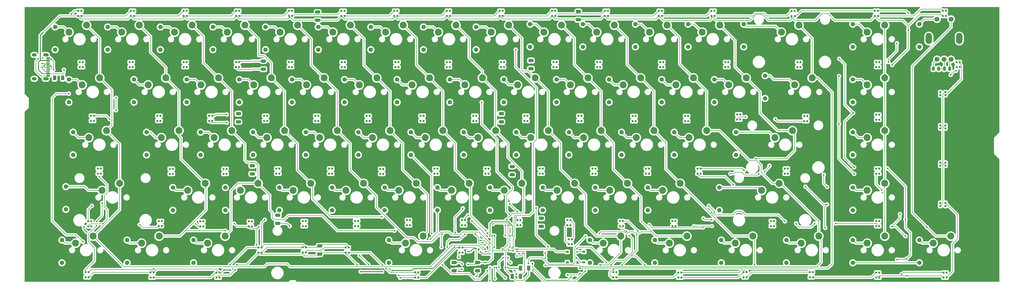
<source format=gbr>
%TF.GenerationSoftware,KiCad,Pcbnew,9.0.2*%
%TF.CreationDate,2025-07-03T22:06:11+05:30*%
%TF.ProjectId,KeeBoard,4b656542-6f61-4726-942e-6b696361645f,rev?*%
%TF.SameCoordinates,Original*%
%TF.FileFunction,Copper,L1,Top*%
%TF.FilePolarity,Positive*%
%FSLAX46Y46*%
G04 Gerber Fmt 4.6, Leading zero omitted, Abs format (unit mm)*
G04 Created by KiCad (PCBNEW 9.0.2) date 2025-07-03 22:06:11*
%MOMM*%
%LPD*%
G01*
G04 APERTURE LIST*
G04 Aperture macros list*
%AMRoundRect*
0 Rectangle with rounded corners*
0 $1 Rounding radius*
0 $2 $3 $4 $5 $6 $7 $8 $9 X,Y pos of 4 corners*
0 Add a 4 corners polygon primitive as box body*
4,1,4,$2,$3,$4,$5,$6,$7,$8,$9,$2,$3,0*
0 Add four circle primitives for the rounded corners*
1,1,$1+$1,$2,$3*
1,1,$1+$1,$4,$5*
1,1,$1+$1,$6,$7*
1,1,$1+$1,$8,$9*
0 Add four rect primitives between the rounded corners*
20,1,$1+$1,$2,$3,$4,$5,0*
20,1,$1+$1,$4,$5,$6,$7,0*
20,1,$1+$1,$6,$7,$8,$9,0*
20,1,$1+$1,$8,$9,$2,$3,0*%
G04 Aperture macros list end*
%TA.AperFunction,SMDPad,CuDef*%
%ADD10RoundRect,0.250000X0.325000X0.650000X-0.325000X0.650000X-0.325000X-0.650000X0.325000X-0.650000X0*%
%TD*%
%TA.AperFunction,SMDPad,CuDef*%
%ADD11RoundRect,0.250000X0.650000X-0.325000X0.650000X0.325000X-0.650000X0.325000X-0.650000X-0.325000X0*%
%TD*%
%TA.AperFunction,SMDPad,CuDef*%
%ADD12R,0.700000X0.700000*%
%TD*%
%TA.AperFunction,ComponentPad*%
%ADD13C,1.600000*%
%TD*%
%TA.AperFunction,ComponentPad*%
%ADD14C,2.500000*%
%TD*%
%TA.AperFunction,SMDPad,CuDef*%
%ADD15RoundRect,0.250000X-0.250000X-0.475000X0.250000X-0.475000X0.250000X0.475000X-0.250000X0.475000X0*%
%TD*%
%TA.AperFunction,ComponentPad*%
%ADD16O,2.300000X4.000000*%
%TD*%
%TA.AperFunction,ComponentPad*%
%ADD17C,1.800000*%
%TD*%
%TA.AperFunction,SMDPad,CuDef*%
%ADD18RoundRect,0.250000X-0.650000X0.325000X-0.650000X-0.325000X0.650000X-0.325000X0.650000X0.325000X0*%
%TD*%
%TA.AperFunction,SMDPad,CuDef*%
%ADD19R,1.000000X0.750000*%
%TD*%
%TA.AperFunction,ComponentPad*%
%ADD20O,2.000000X1.200000*%
%TD*%
%TA.AperFunction,ComponentPad*%
%ADD21O,1.800000X1.200000*%
%TD*%
%TA.AperFunction,SMDPad,CuDef*%
%ADD22R,1.300000X0.300000*%
%TD*%
%TA.AperFunction,SMDPad,CuDef*%
%ADD23RoundRect,0.250000X0.312500X0.625000X-0.312500X0.625000X-0.312500X-0.625000X0.312500X-0.625000X0*%
%TD*%
%TA.AperFunction,ViaPad*%
%ADD24C,0.600000*%
%TD*%
%TA.AperFunction,ViaPad*%
%ADD25C,0.500000*%
%TD*%
%TA.AperFunction,Conductor*%
%ADD26C,0.200000*%
%TD*%
%TA.AperFunction,Conductor*%
%ADD27C,0.300000*%
%TD*%
%TA.AperFunction,Conductor*%
%ADD28C,0.150000*%
%TD*%
%TA.AperFunction,Conductor*%
%ADD29C,0.254000*%
%TD*%
%TA.AperFunction,Conductor*%
%ADD30C,0.350000*%
%TD*%
%TA.AperFunction,Conductor*%
%ADD31C,0.250000*%
%TD*%
G04 APERTURE END LIST*
D10*
%TO.P,C1,1*%
%TO.N,Net-(U2-UCAP)*%
X192475000Y-119000000D03*
%TO.P,C1,2*%
%TO.N,GND*%
X189525000Y-119000000D03*
%TD*%
D11*
%TO.P,C2,1*%
%TO.N,a4*%
X119300000Y-26475000D03*
%TO.P,C2,2*%
%TO.N,GND*%
X119300000Y-23525000D03*
%TD*%
D12*
%TO.P,LED81,1,VDD*%
%TO.N,a4*%
X129450000Y-110415000D03*
%TO.P,LED81,2,DOUT*%
%TO.N,Net-(LED81-DOUT)*%
X130550000Y-110415000D03*
%TO.P,LED81,3,VSS*%
%TO.N,GND*%
X130550000Y-108585000D03*
%TO.P,LED81,4,DIN*%
%TO.N,Net-(LED80-DOUT)*%
X129450000Y-108585000D03*
%TD*%
%TO.P,LED80,1,VDD*%
%TO.N,a4*%
X113900000Y-110330000D03*
%TO.P,LED80,2,DOUT*%
%TO.N,Net-(LED80-DOUT)*%
X115000000Y-110330000D03*
%TO.P,LED80,3,VSS*%
%TO.N,GND*%
X115000000Y-108500000D03*
%TO.P,LED80,4,DIN*%
%TO.N,Net-(LED79-DOUT)*%
X113900000Y-108500000D03*
%TD*%
D13*
%TO.P,D30,1,K*%
%TO.N,R2*%
X312500000Y-56100000D03*
%TO.P,D30,2,A*%
%TO.N,Net-(D30-A)*%
X312500000Y-47900000D03*
%TD*%
D14*
%TO.P,SW44,1,1*%
%TO.N,Net-(D42-A)*%
X253365000Y-68897500D03*
%TO.P,SW44,2,2*%
%TO.N,C12*%
X259715000Y-66357500D03*
%TD*%
D12*
%TO.P,LED91,1,VDD*%
%TO.N,a4*%
X344085000Y-92450000D03*
%TO.P,LED91,2,DOUT*%
%TO.N,Net-(LED91-DOUT)*%
X344085000Y-93550000D03*
%TO.P,LED91,3,VSS*%
%TO.N,GND*%
X345915000Y-93550000D03*
%TO.P,LED91,4,DIN*%
%TO.N,Net-(LED90-DOUT)*%
X345915000Y-92450000D03*
%TD*%
D14*
%TO.P,SW37,1,1*%
%TO.N,Net-(D35-A)*%
X120015000Y-68897500D03*
%TO.P,SW37,2,2*%
%TO.N,C5*%
X126365000Y-66357500D03*
%TD*%
D12*
%TO.P,LED68,1,VDD*%
%TO.N,a4*%
X151540000Y-100500000D03*
%TO.P,LED68,2,DOUT*%
%TO.N,Net-(LED68-DOUT)*%
X152640000Y-100500000D03*
%TO.P,LED68,3,VSS*%
%TO.N,GND*%
X152640000Y-98670000D03*
%TO.P,LED68,4,DIN*%
%TO.N,Net-(LED67-DOUT)*%
X151540000Y-98670000D03*
%TD*%
D13*
%TO.P,D44,1,K*%
%TO.N,R3*%
X312500000Y-75100000D03*
%TO.P,D44,2,A*%
%TO.N,Net-(D44-A)*%
X312500000Y-66900000D03*
%TD*%
%TO.P,D24,1,K*%
%TO.N,R2*%
X186500000Y-56100000D03*
%TO.P,D24,2,A*%
%TO.N,Net-(D24-A)*%
X186500000Y-47900000D03*
%TD*%
%TO.P,D28,1,K*%
%TO.N,R2*%
X262500000Y-56100000D03*
%TO.P,D28,2,A*%
%TO.N,Net-(D28-A)*%
X262500000Y-47900000D03*
%TD*%
D12*
%TO.P,LED36,1,VDD*%
%TO.N,a4*%
X99950000Y-62830000D03*
%TO.P,LED36,2,DOUT*%
%TO.N,Net-(LED36-DOUT)*%
X101050000Y-62830000D03*
%TO.P,LED36,3,VSS*%
%TO.N,GND*%
X101050000Y-61000000D03*
%TO.P,LED36,4,DIN*%
%TO.N,Net-(LED35-DOUT)*%
X99950000Y-61000000D03*
%TD*%
D13*
%TO.P,D42,1,K*%
%TO.N,R3*%
X248000000Y-75100000D03*
%TO.P,D42,2,A*%
%TO.N,Net-(D42-A)*%
X248000000Y-66900000D03*
%TD*%
%TO.P,D51,1,K*%
%TO.N,R4*%
X162500000Y-95100000D03*
%TO.P,D51,2,A*%
%TO.N,Net-(D51-A)*%
X162500000Y-86900000D03*
%TD*%
%TO.P,D14,1,K*%
%TO.N,R1*%
X273100000Y-36100000D03*
%TO.P,D14,2,A*%
%TO.N,Net-(D14-A)*%
X273100000Y-27900000D03*
%TD*%
%TO.P,D63,1,K*%
%TO.N,R5*%
X241000000Y-114100000D03*
%TO.P,D63,2,A*%
%TO.N,Net-(D63-A)*%
X241000000Y-105900000D03*
%TD*%
%TO.P,D48,1,K*%
%TO.N,R4*%
X105500000Y-95100000D03*
%TO.P,D48,2,A*%
%TO.N,Net-(D48-A)*%
X105500000Y-86900000D03*
%TD*%
%TO.P,D43,1,K*%
%TO.N,R3*%
X270300000Y-75100000D03*
%TO.P,D43,2,A*%
%TO.N,Net-(D43-A)*%
X270300000Y-66900000D03*
%TD*%
D12*
%TO.P,LED17,1,VDD*%
%TO.N,a4*%
X33450000Y-43415000D03*
%TO.P,LED17,2,DOUT*%
%TO.N,Net-(LED17-DOUT)*%
X34550000Y-43415000D03*
%TO.P,LED17,3,VSS*%
%TO.N,GND*%
X34550000Y-41585000D03*
%TO.P,LED17,4,DIN*%
%TO.N,Net-(LED16-DOUT)*%
X33450000Y-41585000D03*
%TD*%
D14*
%TO.P,SW67,1,1*%
%TO.N,Net-(D65-A)*%
X293846250Y-106997500D03*
%TO.P,SW67,2,2*%
%TO.N,C12*%
X300196250Y-104457500D03*
%TD*%
%TO.P,SW52,1,1*%
%TO.N,Net-(D50-A)*%
X148590000Y-87947500D03*
%TO.P,SW52,2,2*%
%TO.N,C6*%
X154940000Y-85407500D03*
%TD*%
%TO.P,SW40,1,1*%
%TO.N,Net-(D38-A)*%
X177165000Y-68897500D03*
%TO.P,SW40,2,2*%
%TO.N,C8*%
X183515000Y-66357500D03*
%TD*%
D13*
%TO.P,D15,1,K*%
%TO.N,R1*%
X312500000Y-36100000D03*
%TO.P,D15,2,A*%
%TO.N,Net-(D15-A)*%
X312500000Y-27900000D03*
%TD*%
D14*
%TO.P,SW4,1,1*%
%TO.N,Net-(D2-A)*%
X48577500Y-30797500D03*
%TO.P,SW4,2,2*%
%TO.N,C2*%
X54927500Y-28257500D03*
%TD*%
D12*
%TO.P,LED6,1,VDD*%
%TO.N,a4*%
X127925000Y-24915000D03*
%TO.P,LED6,2,DOUT*%
%TO.N,Net-(LED6-DOUT)*%
X129025000Y-24915000D03*
%TO.P,LED6,3,VSS*%
%TO.N,GND*%
X129025000Y-23085000D03*
%TO.P,LED6,4,DIN*%
%TO.N,Net-(LED5-DOUT)*%
X127925000Y-23085000D03*
%TD*%
%TO.P,LED18,1,VDD*%
%TO.N,a4*%
X51450000Y-43415000D03*
%TO.P,LED18,2,DOUT*%
%TO.N,Net-(LED18-DOUT)*%
X52550000Y-43415000D03*
%TO.P,LED18,3,VSS*%
%TO.N,GND*%
X52550000Y-41585000D03*
%TO.P,LED18,4,DIN*%
%TO.N,Net-(LED17-DOUT)*%
X51450000Y-41585000D03*
%TD*%
%TO.P,LED65,1,VDD*%
%TO.N,a4*%
X94450000Y-100915000D03*
%TO.P,LED65,2,DOUT*%
%TO.N,Net-(LED65-DOUT)*%
X95550000Y-100915000D03*
%TO.P,LED65,3,VSS*%
%TO.N,GND*%
X95550000Y-99085000D03*
%TO.P,LED65,4,DIN*%
%TO.N,Net-(LED64-DOUT)*%
X94450000Y-99085000D03*
%TD*%
D13*
%TO.P,D20,1,K*%
%TO.N,R2*%
X110000000Y-56100000D03*
%TO.P,D20,2,A*%
%TO.N,Net-(D20-A)*%
X110000000Y-47900000D03*
%TD*%
D12*
%TO.P,LED23,1,VDD*%
%TO.N,a4*%
X147350000Y-43415000D03*
%TO.P,LED23,2,DOUT*%
%TO.N,Net-(LED23-DOUT)*%
X148450000Y-43415000D03*
%TO.P,LED23,3,VSS*%
%TO.N,GND*%
X148450000Y-41585000D03*
%TO.P,LED23,4,DIN*%
%TO.N,Net-(LED22-DOUT)*%
X147350000Y-41585000D03*
%TD*%
%TO.P,LED58,1,VDD*%
%TO.N,a4*%
X237830000Y-81915000D03*
%TO.P,LED58,2,DOUT*%
%TO.N,Net-(LED58-DOUT)*%
X238930000Y-81915000D03*
%TO.P,LED58,3,VSS*%
%TO.N,GND*%
X238930000Y-80085000D03*
%TO.P,LED58,4,DIN*%
%TO.N,Net-(LED57-DOUT)*%
X237830000Y-80085000D03*
%TD*%
D14*
%TO.P,SW39,1,1*%
%TO.N,Net-(D37-A)*%
X158115000Y-68897500D03*
%TO.P,SW39,2,2*%
%TO.N,C7*%
X164465000Y-66357500D03*
%TD*%
D12*
%TO.P,LED66,1,VDD*%
%TO.N,a4*%
X113900000Y-100830000D03*
%TO.P,LED66,2,DOUT*%
%TO.N,Net-(LED66-DOUT)*%
X115000000Y-100830000D03*
%TO.P,LED66,3,VSS*%
%TO.N,GND*%
X115000000Y-99000000D03*
%TO.P,LED66,4,DIN*%
%TO.N,Net-(LED65-DOUT)*%
X113900000Y-99000000D03*
%TD*%
D14*
%TO.P,SW43,1,1*%
%TO.N,Net-(D41-A)*%
X234315000Y-68897500D03*
%TO.P,SW43,2,2*%
%TO.N,C11*%
X240665000Y-66357500D03*
%TD*%
D12*
%TO.P,LED53,1,VDD*%
%TO.N,a4*%
X141900000Y-82000000D03*
%TO.P,LED53,2,DOUT*%
%TO.N,Net-(LED53-DOUT)*%
X143000000Y-82000000D03*
%TO.P,LED53,3,VSS*%
%TO.N,GND*%
X143000000Y-80170000D03*
%TO.P,LED53,4,DIN*%
%TO.N,Net-(LED52-DOUT)*%
X141900000Y-80170000D03*
%TD*%
D11*
%TO.P,C3,1*%
%TO.N,a4*%
X213400000Y-26275000D03*
%TO.P,C3,2*%
%TO.N,GND*%
X213400000Y-23325000D03*
%TD*%
D13*
%TO.P,D47,1,K*%
%TO.N,R4*%
X86000000Y-95100000D03*
%TO.P,D47,2,A*%
%TO.N,Net-(D47-A)*%
X86000000Y-86900000D03*
%TD*%
D14*
%TO.P,SW38,1,1*%
%TO.N,Net-(D36-A)*%
X139065000Y-68897500D03*
%TO.P,SW38,2,2*%
%TO.N,C6*%
X145415000Y-66357500D03*
%TD*%
D13*
%TO.P,D19,1,K*%
%TO.N,R2*%
X91000000Y-56100000D03*
%TO.P,D19,2,A*%
%TO.N,Net-(D19-A)*%
X91000000Y-47900000D03*
%TD*%
D12*
%TO.P,LED60,1,VDD*%
%TO.N,a4*%
X287950000Y-81915000D03*
%TO.P,LED60,2,DOUT*%
%TO.N,Net-(LED60-DOUT)*%
X289050000Y-81915000D03*
%TO.P,LED60,3,VSS*%
%TO.N,GND*%
X289050000Y-80085000D03*
%TO.P,LED60,4,DIN*%
%TO.N,Net-(LED59-DOUT)*%
X287950000Y-80085000D03*
%TD*%
D13*
%TO.P,D11,1,K*%
%TO.N,R1*%
X215000000Y-36100000D03*
%TO.P,D11,2,A*%
%TO.N,Net-(D11-A)*%
X215000000Y-27900000D03*
%TD*%
D12*
%TO.P,LED14,1,VDD*%
%TO.N,a4*%
X290400000Y-25000000D03*
%TO.P,LED14,2,DOUT*%
%TO.N,Net-(LED14-DOUT)*%
X291500000Y-25000000D03*
%TO.P,LED14,3,VSS*%
%TO.N,GND*%
X291500000Y-23170000D03*
%TO.P,LED14,4,DIN*%
%TO.N,Net-(LED13-DOUT)*%
X290400000Y-23170000D03*
%TD*%
D13*
%TO.P,D35,1,K*%
%TO.N,R3*%
X115000000Y-75100000D03*
%TO.P,D35,2,A*%
%TO.N,Net-(D35-A)*%
X115000000Y-66900000D03*
%TD*%
%TO.P,D38,1,K*%
%TO.N,R3*%
X172000000Y-75100000D03*
%TO.P,D38,2,A*%
%TO.N,Net-(D38-A)*%
X172000000Y-66900000D03*
%TD*%
D12*
%TO.P,LED57,1,VDD*%
%TO.N,a4*%
X218450000Y-81915000D03*
%TO.P,LED57,2,DOUT*%
%TO.N,Net-(LED57-DOUT)*%
X219550000Y-81915000D03*
%TO.P,LED57,3,VSS*%
%TO.N,GND*%
X219550000Y-80085000D03*
%TO.P,LED57,4,DIN*%
%TO.N,Net-(LED56-DOUT)*%
X218450000Y-80085000D03*
%TD*%
D13*
%TO.P,D61,1,K*%
%TO.N,R5*%
X145000000Y-114100000D03*
%TO.P,D61,2,A*%
%TO.N,Net-(D61-A)*%
X145000000Y-105900000D03*
%TD*%
D14*
%TO.P,SW8,1,1*%
%TO.N,Net-(D6-A)*%
X124777500Y-30797500D03*
%TO.P,SW8,2,2*%
%TO.N,C6*%
X131127500Y-28257500D03*
%TD*%
D11*
%TO.P,C14,1*%
%TO.N,a4*%
X200000000Y-100975000D03*
%TO.P,C14,2*%
%TO.N,GND*%
X200000000Y-98025000D03*
%TD*%
D14*
%TO.P,SW30,1,1*%
%TO.N,Net-(D28-A)*%
X267652500Y-49847500D03*
%TO.P,SW30,2,2*%
%TO.N,C13*%
X274002500Y-47307500D03*
%TD*%
D12*
%TO.P,LED62,1,VDD*%
%TO.N,a4*%
X36500000Y-100915000D03*
%TO.P,LED62,2,DOUT*%
%TO.N,Net-(LED62-DOUT)*%
X37600000Y-100915000D03*
%TO.P,LED62,3,VSS*%
%TO.N,GND*%
X37600000Y-99085000D03*
%TO.P,LED62,4,DIN*%
%TO.N,Net-(LED61-DOUT)*%
X36500000Y-99085000D03*
%TD*%
%TO.P,LED94,1,VDD*%
%TO.N,a4*%
X344085000Y-52450000D03*
%TO.P,LED94,2,DOUT*%
%TO.N,unconnected-(LED94-DOUT-Pad2)*%
X344085000Y-53550000D03*
%TO.P,LED94,3,VSS*%
%TO.N,GND*%
X345915000Y-53550000D03*
%TO.P,LED94,4,DIN*%
%TO.N,Net-(LED93-DOUT)*%
X345915000Y-52450000D03*
%TD*%
D13*
%TO.P,D22,1,K*%
%TO.N,R2*%
X148000000Y-56100000D03*
%TO.P,D22,2,A*%
%TO.N,Net-(D22-A)*%
X148000000Y-47900000D03*
%TD*%
D11*
%TO.P,C13,1*%
%TO.N,a4*%
X104900000Y-99875000D03*
%TO.P,C13,2*%
%TO.N,GND*%
X104900000Y-96925000D03*
%TD*%
D13*
%TO.P,D55,1,K*%
%TO.N,R4*%
X238500000Y-95100000D03*
%TO.P,D55,2,A*%
%TO.N,Net-(D55-A)*%
X238500000Y-86900000D03*
%TD*%
%TO.P,D27,1,K*%
%TO.N,R2*%
X243500000Y-56100000D03*
%TO.P,D27,2,A*%
%TO.N,Net-(D27-A)*%
X243500000Y-47900000D03*
%TD*%
D15*
%TO.P,0.1uf_C2,1*%
%TO.N,GND*%
X345550000Y-44000000D03*
%TO.P,0.1uf_C2,2*%
%TO.N,encoder_b*%
X347450000Y-44000000D03*
%TD*%
D12*
%TO.P,LED69,1,VDD*%
%TO.N,a4*%
X171400000Y-100500000D03*
%TO.P,LED69,2,DOUT*%
%TO.N,Net-(LED69-DOUT)*%
X172500000Y-100500000D03*
%TO.P,LED69,3,VSS*%
%TO.N,GND*%
X172500000Y-98670000D03*
%TO.P,LED69,4,DIN*%
%TO.N,Net-(LED68-DOUT)*%
X171400000Y-98670000D03*
%TD*%
D14*
%TO.P,SW46,1,1*%
%TO.N,Net-(D44-A)*%
X317658750Y-68897500D03*
%TO.P,SW46,2,2*%
%TO.N,C15*%
X324008750Y-66357500D03*
%TD*%
%TO.P,SW49,1,1*%
%TO.N,Net-(D47-A)*%
X91440000Y-87947500D03*
%TO.P,SW49,2,2*%
%TO.N,C3*%
X97790000Y-85407500D03*
%TD*%
D13*
%TO.P,D7,1,K*%
%TO.N,R1*%
X138500000Y-37100000D03*
%TO.P,D7,2,A*%
%TO.N,Net-(D7-A)*%
X138500000Y-28900000D03*
%TD*%
D12*
%TO.P,LED5,1,VDD*%
%TO.N,a4*%
X108920000Y-24915000D03*
%TO.P,LED5,2,DOUT*%
%TO.N,Net-(LED5-DOUT)*%
X110020000Y-24915000D03*
%TO.P,LED5,3,VSS*%
%TO.N,GND*%
X110020000Y-23085000D03*
%TO.P,LED5,4,DIN*%
%TO.N,Net-(LED4-DOUT)*%
X108920000Y-23085000D03*
%TD*%
D13*
%TO.P,D5,1,K*%
%TO.N,R1*%
X100500000Y-37100000D03*
%TO.P,D5,2,A*%
%TO.N,Net-(D5-A)*%
X100500000Y-28900000D03*
%TD*%
D12*
%TO.P,LED37,1,VDD*%
%TO.N,a4*%
X118450000Y-62830000D03*
%TO.P,LED37,2,DOUT*%
%TO.N,Net-(LED37-DOUT)*%
X119550000Y-62830000D03*
%TO.P,LED37,3,VSS*%
%TO.N,GND*%
X119550000Y-61000000D03*
%TO.P,LED37,4,DIN*%
%TO.N,Net-(LED36-DOUT)*%
X118450000Y-61000000D03*
%TD*%
D14*
%TO.P,SW59,1,1*%
%TO.N,Net-(D57-A)*%
X317658750Y-87947500D03*
%TO.P,SW59,2,2*%
%TO.N,C15*%
X324008750Y-85407500D03*
%TD*%
%TO.P,SW48,1,1*%
%TO.N,Net-(D46-A)*%
X72390000Y-87947500D03*
%TO.P,SW48,2,2*%
%TO.N,C2*%
X78740000Y-85407500D03*
%TD*%
%TO.P,SW25,1,1*%
%TO.N,Net-(D23-A)*%
X172402500Y-49847500D03*
%TO.P,SW25,2,2*%
%TO.N,C8*%
X178752500Y-47307500D03*
%TD*%
D15*
%TO.P,0.1uf_C1,1*%
%TO.N,encoder_a*%
X341550000Y-44000000D03*
%TO.P,0.1uf_C1,2*%
%TO.N,GND*%
X343450000Y-44000000D03*
%TD*%
D14*
%TO.P,SW33,1,1*%
%TO.N,Net-(D31-A)*%
X36671250Y-68897500D03*
%TO.P,SW33,2,2*%
%TO.N,C1*%
X43021250Y-66357500D03*
%TD*%
D13*
%TO.P,D52,1,K*%
%TO.N,R4*%
X181500000Y-95100000D03*
%TO.P,D52,2,A*%
%TO.N,Net-(D52-A)*%
X181500000Y-86900000D03*
%TD*%
D12*
%TO.P,LED75,1,VDD*%
%TO.N,a4*%
X320950000Y-100830000D03*
%TO.P,LED75,2,DOUT*%
%TO.N,Net-(LED75-DOUT)*%
X322050000Y-100830000D03*
%TO.P,LED75,3,VSS*%
%TO.N,GND*%
X322050000Y-99000000D03*
%TO.P,LED75,4,DIN*%
%TO.N,Net-(LED74-DOUT)*%
X320950000Y-99000000D03*
%TD*%
D11*
%TO.P,C19,1*%
%TO.N,a4*%
X120000000Y-110975000D03*
%TO.P,C19,2*%
%TO.N,GND*%
X120000000Y-108025000D03*
%TD*%
D14*
%TO.P,SW60,1,1*%
%TO.N,Net-(D58-A)*%
X31908750Y-106997500D03*
%TO.P,SW60,2,2*%
%TO.N,C1*%
X38258750Y-104457500D03*
%TD*%
D12*
%TO.P,LED4,1,VDD*%
%TO.N,a4*%
X89915000Y-24915000D03*
%TO.P,LED4,2,DOUT*%
%TO.N,Net-(LED4-DOUT)*%
X91015000Y-24915000D03*
%TO.P,LED4,3,VSS*%
%TO.N,GND*%
X91015000Y-23085000D03*
%TO.P,LED4,4,DIN*%
%TO.N,Net-(LED3-DOUT)*%
X89915000Y-23085000D03*
%TD*%
D11*
%TO.P,C10,1*%
%TO.N,a4*%
X95700000Y-81975000D03*
%TO.P,C10,2*%
%TO.N,GND*%
X95700000Y-79025000D03*
%TD*%
D14*
%TO.P,SW66,1,1*%
%TO.N,Net-(D64-A)*%
X270033750Y-106997500D03*
%TO.P,SW66,2,2*%
%TO.N,C11*%
X276383750Y-104457500D03*
%TD*%
D10*
%TO.P,C17,1*%
%TO.N,GND*%
X195475000Y-116000000D03*
%TO.P,C17,2*%
%TO.N,VBUS*%
X192525000Y-116000000D03*
%TD*%
D13*
%TO.P,D53,1,K*%
%TO.N,R4*%
X200500000Y-95100000D03*
%TO.P,D53,2,A*%
%TO.N,Net-(D53-A)*%
X200500000Y-86900000D03*
%TD*%
%TO.P,D23,1,K*%
%TO.N,R2*%
X167000000Y-56100000D03*
%TO.P,D23,2,A*%
%TO.N,Net-(D23-A)*%
X167000000Y-47900000D03*
%TD*%
D12*
%TO.P,LED2,1,VDD*%
%TO.N,a4*%
X51905000Y-24915000D03*
%TO.P,LED2,2,DOUT*%
%TO.N,Net-(LED2-DOUT)*%
X53005000Y-24915000D03*
%TO.P,LED2,3,VSS*%
%TO.N,GND*%
X53005000Y-23085000D03*
%TO.P,LED2,4,DIN*%
%TO.N,Net-(LED1-DOUT)*%
X51905000Y-23085000D03*
%TD*%
%TO.P,LED32,1,VDD*%
%TO.N,a4*%
X349950000Y-43415000D03*
%TO.P,LED32,2,DOUT*%
%TO.N,Net-(LED32-DOUT)*%
X351050000Y-43415000D03*
%TO.P,LED32,3,VSS*%
%TO.N,GND*%
X351050000Y-41585000D03*
%TO.P,LED32,4,DIN*%
%TO.N,Net-(LED31-DOUT)*%
X349950000Y-41585000D03*
%TD*%
D14*
%TO.P,SW5,1,1*%
%TO.N,Net-(D3-A)*%
X67627500Y-30797500D03*
%TO.P,SW5,2,2*%
%TO.N,C3*%
X73977500Y-28257500D03*
%TD*%
D13*
%TO.P,D25,1,K*%
%TO.N,R2*%
X205500000Y-56100000D03*
%TO.P,D25,2,A*%
%TO.N,Net-(D25-A)*%
X205500000Y-47900000D03*
%TD*%
%TO.P,D2,1,K*%
%TO.N,R1*%
X43500000Y-37100000D03*
%TO.P,D2,2,A*%
%TO.N,Net-(D2-A)*%
X43500000Y-28900000D03*
%TD*%
D12*
%TO.P,LED20,1,VDD*%
%TO.N,a4*%
X89801667Y-43415000D03*
%TO.P,LED20,2,DOUT*%
%TO.N,Net-(LED20-DOUT)*%
X90901667Y-43415000D03*
%TO.P,LED20,3,VSS*%
%TO.N,GND*%
X90901667Y-41585000D03*
%TO.P,LED20,4,DIN*%
%TO.N,Net-(LED19-DOUT)*%
X89801667Y-41585000D03*
%TD*%
D13*
%TO.P,D29,1,K*%
%TO.N,R2*%
X280800000Y-54700000D03*
%TO.P,D29,2,A*%
%TO.N,Net-(D29-A)*%
X280800000Y-46500000D03*
%TD*%
D11*
%TO.P,C6,1*%
%TO.N,a4*%
X196300000Y-43975000D03*
%TO.P,C6,2*%
%TO.N,GND*%
X196300000Y-41025000D03*
%TD*%
D12*
%TO.P,LED59,1,VDD*%
%TO.N,a4*%
X256450000Y-81915000D03*
%TO.P,LED59,2,DOUT*%
%TO.N,Net-(LED59-DOUT)*%
X257550000Y-81915000D03*
%TO.P,LED59,3,VSS*%
%TO.N,GND*%
X257550000Y-80085000D03*
%TO.P,LED59,4,DIN*%
%TO.N,Net-(LED58-DOUT)*%
X256450000Y-80085000D03*
%TD*%
D14*
%TO.P,SW13,1,1*%
%TO.N,Net-(D11-A)*%
X220027500Y-30797500D03*
%TO.P,SW13,2,2*%
%TO.N,C11*%
X226377500Y-28257500D03*
%TD*%
D12*
%TO.P,LED15,1,VDD*%
%TO.N,a4*%
X320450000Y-24915000D03*
%TO.P,LED15,2,DOUT*%
%TO.N,Net-(LED15-DOUT)*%
X321550000Y-24915000D03*
%TO.P,LED15,3,VSS*%
%TO.N,GND*%
X321550000Y-23085000D03*
%TO.P,LED15,4,DIN*%
%TO.N,Net-(LED14-DOUT)*%
X320450000Y-23085000D03*
%TD*%
%TO.P,LED13,1,VDD*%
%TO.N,a4*%
X261450000Y-24915000D03*
%TO.P,LED13,2,DOUT*%
%TO.N,Net-(LED13-DOUT)*%
X262550000Y-24915000D03*
%TO.P,LED13,3,VSS*%
%TO.N,GND*%
X262550000Y-23085000D03*
%TO.P,LED13,4,DIN*%
%TO.N,Net-(LED12-DOUT)*%
X261450000Y-23085000D03*
%TD*%
D13*
%TO.P,D41,1,K*%
%TO.N,R3*%
X229000000Y-75100000D03*
%TO.P,D41,2,A*%
%TO.N,Net-(D41-A)*%
X229000000Y-66900000D03*
%TD*%
D14*
%TO.P,SW57,1,1*%
%TO.N,Net-(D55-A)*%
X243840000Y-87947500D03*
%TO.P,SW57,2,2*%
%TO.N,C11*%
X250190000Y-85407500D03*
%TD*%
%TO.P,SW21,1,1*%
%TO.N,Net-(D19-A)*%
X96202500Y-49847500D03*
%TO.P,SW21,2,2*%
%TO.N,C4*%
X102552500Y-47307500D03*
%TD*%
%TO.P,SW56,1,1*%
%TO.N,Net-(D54-A)*%
X224790000Y-87947500D03*
%TO.P,SW56,2,2*%
%TO.N,C10*%
X231140000Y-85407500D03*
%TD*%
%TO.P,SW36,1,1*%
%TO.N,Net-(D34-A)*%
X100965000Y-68897500D03*
%TO.P,SW36,2,2*%
%TO.N,C4*%
X107315000Y-66357500D03*
%TD*%
D12*
%TO.P,LED55,1,VDD*%
%TO.N,a4*%
X179850000Y-81915000D03*
%TO.P,LED55,2,DOUT*%
%TO.N,Net-(LED55-DOUT)*%
X180950000Y-81915000D03*
%TO.P,LED55,3,VSS*%
%TO.N,GND*%
X180950000Y-80085000D03*
%TO.P,LED55,4,DIN*%
%TO.N,Net-(LED54-DOUT)*%
X179850000Y-80085000D03*
%TD*%
D13*
%TO.P,D56,1,K*%
%TO.N,R4*%
X264318750Y-95100000D03*
%TO.P,D56,2,A*%
%TO.N,Net-(D56-A)*%
X264318750Y-86900000D03*
%TD*%
%TO.P,D17,1,K*%
%TO.N,R2*%
X53000000Y-56100000D03*
%TO.P,D17,2,A*%
%TO.N,Net-(D17-A)*%
X53000000Y-47900000D03*
%TD*%
D14*
%TO.P,SW55,1,1*%
%TO.N,Net-(D53-A)*%
X205740000Y-87947500D03*
%TO.P,SW55,2,2*%
%TO.N,C9*%
X212090000Y-85407500D03*
%TD*%
D12*
%TO.P,LED29,1,VDD*%
%TO.N,a4*%
X266450000Y-43415000D03*
%TO.P,LED29,2,DOUT*%
%TO.N,Net-(LED29-DOUT)*%
X267550000Y-43415000D03*
%TO.P,LED29,3,VSS*%
%TO.N,GND*%
X267550000Y-41585000D03*
%TO.P,LED29,4,DIN*%
%TO.N,Net-(LED28-DOUT)*%
X266450000Y-41585000D03*
%TD*%
%TO.P,LED10,1,VDD*%
%TO.N,a4*%
X203945000Y-24915000D03*
%TO.P,LED10,2,DOUT*%
%TO.N,Net-(LED10-DOUT)*%
X205045000Y-24915000D03*
%TO.P,LED10,3,VSS*%
%TO.N,GND*%
X205045000Y-23085000D03*
%TO.P,LED10,4,DIN*%
%TO.N,Net-(LED10-DIN)*%
X203945000Y-23085000D03*
%TD*%
%TO.P,LED83,1,VDD*%
%TO.N,a4*%
X170450000Y-110415000D03*
%TO.P,LED83,2,DOUT*%
%TO.N,Net-(LED83-DOUT)*%
X171550000Y-110415000D03*
%TO.P,LED83,3,VSS*%
%TO.N,GND*%
X171550000Y-108585000D03*
%TO.P,LED83,4,DIN*%
%TO.N,Net-(LED82-DOUT)*%
X170450000Y-108585000D03*
%TD*%
D13*
%TO.P,D49,1,K*%
%TO.N,R4*%
X124500000Y-95100000D03*
%TO.P,D49,2,A*%
%TO.N,Net-(D49-A)*%
X124500000Y-86900000D03*
%TD*%
D12*
%TO.P,LED19,1,VDD*%
%TO.N,a4*%
X70950000Y-43415000D03*
%TO.P,LED19,2,DOUT*%
%TO.N,Net-(LED19-DOUT)*%
X72050000Y-43415000D03*
%TO.P,LED19,3,VSS*%
%TO.N,GND*%
X72050000Y-41585000D03*
%TO.P,LED19,4,DIN*%
%TO.N,Net-(LED18-DOUT)*%
X70950000Y-41585000D03*
%TD*%
D14*
%TO.P,SW63,1,1*%
%TO.N,Net-(D61-A)*%
X150971250Y-106997500D03*
%TO.P,SW63,2,2*%
%TO.N,C6*%
X157321250Y-104457500D03*
%TD*%
D12*
%TO.P,LED61,1,VDD*%
%TO.N,a4*%
X320900000Y-81915000D03*
%TO.P,LED61,2,DOUT*%
%TO.N,Net-(LED61-DOUT)*%
X322000000Y-81915000D03*
%TO.P,LED61,3,VSS*%
%TO.N,GND*%
X322000000Y-80085000D03*
%TO.P,LED61,4,DIN*%
%TO.N,Net-(LED60-DOUT)*%
X320900000Y-80085000D03*
%TD*%
%TO.P,LED28,1,VDD*%
%TO.N,a4*%
X242950000Y-43415000D03*
%TO.P,LED28,2,DOUT*%
%TO.N,Net-(LED28-DOUT)*%
X244050000Y-43415000D03*
%TO.P,LED28,3,VSS*%
%TO.N,GND*%
X244050000Y-41585000D03*
%TO.P,LED28,4,DIN*%
%TO.N,Net-(LED27-DOUT)*%
X242950000Y-41585000D03*
%TD*%
%TO.P,LED51,1,VDD*%
%TO.N,a4*%
X104350000Y-81915000D03*
%TO.P,LED51,2,DOUT*%
%TO.N,Net-(LED51-DOUT)*%
X105450000Y-81915000D03*
%TO.P,LED51,3,VSS*%
%TO.N,GND*%
X105450000Y-80085000D03*
%TO.P,LED51,4,DIN*%
%TO.N,Net-(LED50-DOUT)*%
X104350000Y-80085000D03*
%TD*%
%TO.P,LED49,1,VDD*%
%TO.N,a4*%
X65900000Y-82000000D03*
%TO.P,LED49,2,DOUT*%
%TO.N,Net-(LED49-DOUT)*%
X67000000Y-82000000D03*
%TO.P,LED49,3,VSS*%
%TO.N,GND*%
X67000000Y-80170000D03*
%TO.P,LED49,4,DIN*%
%TO.N,Net-(LED48-DOUT)*%
X65900000Y-80170000D03*
%TD*%
D13*
%TO.P,D9,1,K*%
%TO.N,R1*%
X176500000Y-37100000D03*
%TO.P,D9,2,A*%
%TO.N,Net-(D9-A)*%
X176500000Y-28900000D03*
%TD*%
D12*
%TO.P,LED26,1,VDD*%
%TO.N,a4*%
X204450000Y-43415000D03*
%TO.P,LED26,2,DOUT*%
%TO.N,Net-(LED26-DOUT)*%
X205550000Y-43415000D03*
%TO.P,LED26,3,VSS*%
%TO.N,GND*%
X205550000Y-41585000D03*
%TO.P,LED26,4,DIN*%
%TO.N,Net-(LED25-DOUT)*%
X204450000Y-41585000D03*
%TD*%
%TO.P,LED87,1,VDD*%
%TO.N,a4*%
X273000000Y-119330000D03*
%TO.P,LED87,2,DOUT*%
%TO.N,Net-(LED87-DOUT)*%
X274100000Y-119330000D03*
%TO.P,LED87,3,VSS*%
%TO.N,GND*%
X274100000Y-117500000D03*
%TO.P,LED87,4,DIN*%
%TO.N,Net-(LED86-DOUT)*%
X273000000Y-117500000D03*
%TD*%
%TO.P,LED46,1,VDD*%
%TO.N,a4*%
X294950000Y-62915000D03*
%TO.P,LED46,2,DOUT*%
%TO.N,Net-(LED46-DOUT)*%
X296050000Y-62915000D03*
%TO.P,LED46,3,VSS*%
%TO.N,GND*%
X296050000Y-61085000D03*
%TO.P,LED46,4,DIN*%
%TO.N,Net-(LED45-DOUT)*%
X294950000Y-61085000D03*
%TD*%
%TO.P,LED73,1,VDD*%
%TO.N,a4*%
X247400000Y-100830000D03*
%TO.P,LED73,2,DOUT*%
%TO.N,Net-(LED73-DOUT)*%
X248500000Y-100830000D03*
%TO.P,LED73,3,VSS*%
%TO.N,GND*%
X248500000Y-99000000D03*
%TO.P,LED73,4,DIN*%
%TO.N,Net-(LED72-DOUT)*%
X247400000Y-99000000D03*
%TD*%
%TO.P,LED48,1,VDD*%
%TO.N,a4*%
X39950000Y-81915000D03*
%TO.P,LED48,2,DOUT*%
%TO.N,Net-(LED48-DOUT)*%
X41050000Y-81915000D03*
%TO.P,LED48,3,VSS*%
%TO.N,GND*%
X41050000Y-80085000D03*
%TO.P,LED48,4,DIN*%
%TO.N,Net-(LED47-DOUT)*%
X39950000Y-80085000D03*
%TD*%
D13*
%TO.P,D64,1,K*%
%TO.N,R5*%
X265000000Y-114100000D03*
%TO.P,D64,2,A*%
%TO.N,Net-(D64-A)*%
X265000000Y-105900000D03*
%TD*%
%TO.P,D62,1,K*%
%TO.N,R5*%
X217600000Y-114100000D03*
%TO.P,D62,2,A*%
%TO.N,Net-(D62-A)*%
X217600000Y-105900000D03*
%TD*%
D14*
%TO.P,SW62,1,1*%
%TO.N,Net-(D60-A)*%
X79533750Y-106997500D03*
%TO.P,SW62,2,2*%
%TO.N,C3*%
X85883750Y-104457500D03*
%TD*%
%TO.P,SW65,1,1*%
%TO.N,Net-(D63-A)*%
X246221250Y-106997500D03*
%TO.P,SW65,2,2*%
%TO.N,C10*%
X252571250Y-104457500D03*
%TD*%
%TO.P,SW14,1,1*%
%TO.N,Net-(D12-A)*%
X239077500Y-30797500D03*
%TO.P,SW14,2,2*%
%TO.N,C12*%
X245427500Y-28257500D03*
%TD*%
%TO.P,SW27,1,1*%
%TO.N,Net-(D25-A)*%
X210502500Y-49847500D03*
%TO.P,SW27,2,2*%
%TO.N,C10*%
X216852500Y-47307500D03*
%TD*%
%TO.P,SW3,1,1*%
%TO.N,Net-(D1-A)*%
X29527500Y-30797500D03*
%TO.P,SW3,2,2*%
%TO.N,C1*%
X35877500Y-28257500D03*
%TD*%
%TO.P,SW35,1,1*%
%TO.N,Net-(D33-A)*%
X81915000Y-68897500D03*
%TO.P,SW35,2,2*%
%TO.N,C3*%
X88265000Y-66357500D03*
%TD*%
%TO.P,SW9,1,1*%
%TO.N,Net-(D7-A)*%
X143827500Y-30797500D03*
%TO.P,SW9,2,2*%
%TO.N,C7*%
X150177500Y-28257500D03*
%TD*%
D12*
%TO.P,LED56,1,VDD*%
%TO.N,a4*%
X199450000Y-81915000D03*
%TO.P,LED56,2,DOUT*%
%TO.N,Net-(LED56-DOUT)*%
X200550000Y-81915000D03*
%TO.P,LED56,3,VSS*%
%TO.N,GND*%
X200550000Y-80085000D03*
%TO.P,LED56,4,DIN*%
%TO.N,Net-(LED55-DOUT)*%
X199450000Y-80085000D03*
%TD*%
D11*
%TO.P,C8,1*%
%TO.N,a4*%
X90700000Y-63175000D03*
%TO.P,C8,2*%
%TO.N,GND*%
X90700000Y-60225000D03*
%TD*%
D12*
%TO.P,LED24,1,VDD*%
%TO.N,a4*%
X165950000Y-43415000D03*
%TO.P,LED24,2,DOUT*%
%TO.N,Net-(LED24-DOUT)*%
X167050000Y-43415000D03*
%TO.P,LED24,3,VSS*%
%TO.N,GND*%
X167050000Y-41585000D03*
%TO.P,LED24,4,DIN*%
%TO.N,Net-(LED23-DOUT)*%
X165950000Y-41585000D03*
%TD*%
%TO.P,LED40,1,VDD*%
%TO.N,a4*%
X175450000Y-62830000D03*
%TO.P,LED40,2,DOUT*%
%TO.N,Net-(LED40-DOUT)*%
X176550000Y-62830000D03*
%TO.P,LED40,3,VSS*%
%TO.N,GND*%
X176550000Y-61000000D03*
%TO.P,LED40,4,DIN*%
%TO.N,Net-(LED39-DOUT)*%
X175450000Y-61000000D03*
%TD*%
D14*
%TO.P,SW29,1,1*%
%TO.N,Net-(D27-A)*%
X248602500Y-49847500D03*
%TO.P,SW29,2,2*%
%TO.N,C12*%
X254952500Y-47307500D03*
%TD*%
D12*
%TO.P,LED12,1,VDD*%
%TO.N,a4*%
X242450000Y-24915000D03*
%TO.P,LED12,2,DOUT*%
%TO.N,Net-(LED12-DOUT)*%
X243550000Y-24915000D03*
%TO.P,LED12,3,VSS*%
%TO.N,GND*%
X243550000Y-23085000D03*
%TO.P,LED12,4,DIN*%
%TO.N,Net-(LED11-DOUT)*%
X242450000Y-23085000D03*
%TD*%
D13*
%TO.P,D68,1,K*%
%TO.N,R1*%
X336500000Y-36100000D03*
%TO.P,D68,2,A*%
%TO.N,Rt_1*%
X336500000Y-27900000D03*
%TD*%
D12*
%TO.P,LED34,1,VDD*%
%TO.N,a4*%
X61450000Y-62830000D03*
%TO.P,LED34,2,DOUT*%
%TO.N,Net-(LED34-DOUT)*%
X62550000Y-62830000D03*
%TO.P,LED34,3,VSS*%
%TO.N,GND*%
X62550000Y-61000000D03*
%TO.P,LED34,4,DIN*%
%TO.N,Net-(LED33-DOUT)*%
X61450000Y-61000000D03*
%TD*%
D14*
%TO.P,SW50,1,1*%
%TO.N,Net-(D48-A)*%
X110490000Y-87947500D03*
%TO.P,SW50,2,2*%
%TO.N,C4*%
X116840000Y-85407500D03*
%TD*%
D13*
%TO.P,D6,1,K*%
%TO.N,R1*%
X119500000Y-37100000D03*
%TO.P,D6,2,A*%
%TO.N,Net-(D6-A)*%
X119500000Y-28900000D03*
%TD*%
D12*
%TO.P,LED31,1,VDD*%
%TO.N,a4*%
X320950000Y-43415000D03*
%TO.P,LED31,2,DOUT*%
%TO.N,Net-(LED31-DOUT)*%
X322050000Y-43415000D03*
%TO.P,LED31,3,VSS*%
%TO.N,GND*%
X322050000Y-41585000D03*
%TO.P,LED31,4,DIN*%
%TO.N,Net-(LED30-DOUT)*%
X320950000Y-41585000D03*
%TD*%
D13*
%TO.P,D60,1,K*%
%TO.N,R5*%
X74500000Y-114100000D03*
%TO.P,D60,2,A*%
%TO.N,Net-(D60-A)*%
X74500000Y-105900000D03*
%TD*%
D12*
%TO.P,LED71,1,VDD*%
%TO.N,a4*%
X209400000Y-100500000D03*
%TO.P,LED71,2,DOUT*%
%TO.N,Net-(LED71-DOUT)*%
X210500000Y-100500000D03*
%TO.P,LED71,3,VSS*%
%TO.N,GND*%
X210500000Y-98670000D03*
%TO.P,LED71,4,DIN*%
%TO.N,Net-(LED70-DOUT)*%
X209400000Y-98670000D03*
%TD*%
%TO.P,LED3,1,VDD*%
%TO.N,a4*%
X70910000Y-24915000D03*
%TO.P,LED3,2,DOUT*%
%TO.N,Net-(LED3-DOUT)*%
X72010000Y-24915000D03*
%TO.P,LED3,3,VSS*%
%TO.N,GND*%
X72010000Y-23085000D03*
%TO.P,LED3,4,DIN*%
%TO.N,Net-(LED2-DOUT)*%
X70910000Y-23085000D03*
%TD*%
%TO.P,LED78,1,VDD*%
%TO.N,a4*%
X82780000Y-119430000D03*
%TO.P,LED78,2,DOUT*%
%TO.N,Net-(LED78-DOUT)*%
X83880000Y-119430000D03*
%TO.P,LED78,3,VSS*%
%TO.N,GND*%
X83880000Y-117600000D03*
%TO.P,LED78,4,DIN*%
%TO.N,Net-(LED77-DOUT)*%
X82780000Y-117600000D03*
%TD*%
D14*
%TO.P,SW23,1,1*%
%TO.N,Net-(D21-A)*%
X134302500Y-49847500D03*
%TO.P,SW23,2,2*%
%TO.N,C6*%
X140652500Y-47307500D03*
%TD*%
D12*
%TO.P,LED85,1,VDD*%
%TO.N,a4*%
X226000000Y-119330000D03*
%TO.P,LED85,2,DOUT*%
%TO.N,Net-(LED85-DOUT)*%
X227100000Y-119330000D03*
%TO.P,LED85,3,VSS*%
%TO.N,GND*%
X227100000Y-117500000D03*
%TO.P,LED85,4,DIN*%
%TO.N,Net-(LED84-DOUT)*%
X226000000Y-117500000D03*
%TD*%
D16*
%TO.P,Rot_Encoder_1,6,6*%
%TO.N,unconnected-(Rot_Encoder_1-Pad6)*%
X350919000Y-33087500D03*
%TO.P,Rot_Encoder_1,7,7*%
%TO.N,unconnected-(Rot_Encoder_1-Pad7)*%
X339919000Y-33087500D03*
D17*
%TO.P,Rot_Encoder_1,A,A*%
%TO.N,encoder_a*%
X342879000Y-40587500D03*
%TO.P,Rot_Encoder_1,B,B*%
%TO.N,encoder_b*%
X347959000Y-40587500D03*
%TO.P,Rot_Encoder_1,C,C*%
%TO.N,GND*%
X345419000Y-40587500D03*
%TO.P,Rot_Encoder_1,D,D*%
%TO.N,Rt_1*%
X342879000Y-26087500D03*
%TO.P,Rot_Encoder_1,E,E*%
%TO.N,C16*%
X347959000Y-26087500D03*
%TD*%
D13*
%TO.P,D21,1,K*%
%TO.N,R2*%
X129000000Y-56100000D03*
%TO.P,D21,2,A*%
%TO.N,Net-(D21-A)*%
X129000000Y-47900000D03*
%TD*%
D12*
%TO.P,LED67,1,VDD*%
%TO.N,a4*%
X132800000Y-100830000D03*
%TO.P,LED67,2,DOUT*%
%TO.N,Net-(LED67-DOUT)*%
X133900000Y-100830000D03*
%TO.P,LED67,3,VSS*%
%TO.N,GND*%
X133900000Y-99000000D03*
%TO.P,LED67,4,DIN*%
%TO.N,Net-(LED66-DOUT)*%
X132800000Y-99000000D03*
%TD*%
D14*
%TO.P,SW53,1,1*%
%TO.N,Net-(D51-A)*%
X167640000Y-87947500D03*
%TO.P,SW53,2,2*%
%TO.N,C7*%
X173990000Y-85407500D03*
%TD*%
%TO.P,SW26,1,1*%
%TO.N,Net-(D24-A)*%
X191452500Y-49847500D03*
%TO.P,SW26,2,2*%
%TO.N,C9*%
X197802500Y-47307500D03*
%TD*%
D13*
%TO.P,D32,1,K*%
%TO.N,R3*%
X57500000Y-75100000D03*
%TO.P,D32,2,A*%
%TO.N,Net-(D32-A)*%
X57500000Y-66900000D03*
%TD*%
D12*
%TO.P,LED90,1,VDD*%
%TO.N,a4*%
X345200000Y-119430000D03*
%TO.P,LED90,2,DOUT*%
%TO.N,Net-(LED90-DOUT)*%
X346300000Y-119430000D03*
%TO.P,LED90,3,VSS*%
%TO.N,GND*%
X346300000Y-117600000D03*
%TO.P,LED90,4,DIN*%
%TO.N,Net-(LED89-DOUT)*%
X345200000Y-117600000D03*
%TD*%
D13*
%TO.P,D59,1,K*%
%TO.N,R5*%
X50500000Y-114100000D03*
%TO.P,D59,2,A*%
%TO.N,Net-(D59-A)*%
X50500000Y-105900000D03*
%TD*%
D14*
%TO.P,SW11,1,1*%
%TO.N,Net-(D9-A)*%
X181927500Y-30797500D03*
%TO.P,SW11,2,2*%
%TO.N,C9*%
X188277500Y-28257500D03*
%TD*%
%TO.P,SW64,1,1*%
%TO.N,Net-(D62-A)*%
X222408750Y-106997500D03*
%TO.P,SW64,2,2*%
%TO.N,C9*%
X228758750Y-104457500D03*
%TD*%
D13*
%TO.P,D34,1,K*%
%TO.N,R3*%
X96000000Y-75100000D03*
%TO.P,D34,2,A*%
%TO.N,Net-(D34-A)*%
X96000000Y-66900000D03*
%TD*%
D14*
%TO.P,SW24,1,1*%
%TO.N,Net-(D22-A)*%
X153352500Y-49847500D03*
%TO.P,SW24,2,2*%
%TO.N,C7*%
X159702500Y-47307500D03*
%TD*%
%TO.P,SW17,1,1*%
%TO.N,Net-(D15-A)*%
X317658750Y-30797500D03*
%TO.P,SW17,2,2*%
%TO.N,C15*%
X324008750Y-28257500D03*
%TD*%
D12*
%TO.P,LED63,1,VDD*%
%TO.N,a4*%
X61950000Y-100815000D03*
%TO.P,LED63,2,DOUT*%
%TO.N,Net-(LED63-DOUT)*%
X63050000Y-100815000D03*
%TO.P,LED63,3,VSS*%
%TO.N,GND*%
X63050000Y-98985000D03*
%TO.P,LED63,4,DIN*%
%TO.N,Net-(LED62-DOUT)*%
X61950000Y-98985000D03*
%TD*%
D13*
%TO.P,D12,1,K*%
%TO.N,R1*%
X234000000Y-36100000D03*
%TO.P,D12,2,A*%
%TO.N,Net-(D12-A)*%
X234000000Y-27900000D03*
%TD*%
D14*
%TO.P,SW54,1,1*%
%TO.N,Net-(D52-A)*%
X186690000Y-87947500D03*
%TO.P,SW54,2,2*%
%TO.N,C8*%
X193040000Y-85407500D03*
%TD*%
D12*
%TO.P,LED77,1,VDD*%
%TO.N,a4*%
X59000000Y-119400000D03*
%TO.P,LED77,2,DOUT*%
%TO.N,Net-(LED77-DOUT)*%
X60100000Y-119400000D03*
%TO.P,LED77,3,VSS*%
%TO.N,GND*%
X60100000Y-117570000D03*
%TO.P,LED77,4,DIN*%
%TO.N,Net-(LED76-DOUT)*%
X59000000Y-117570000D03*
%TD*%
D13*
%TO.P,D31,1,K*%
%TO.N,R3*%
X31000000Y-75100000D03*
%TO.P,D31,2,A*%
%TO.N,Net-(D31-A)*%
X31000000Y-66900000D03*
%TD*%
D12*
%TO.P,LED43,1,VDD*%
%TO.N,a4*%
X232950000Y-62915000D03*
%TO.P,LED43,2,DOUT*%
%TO.N,Net-(LED43-DOUT)*%
X234050000Y-62915000D03*
%TO.P,LED43,3,VSS*%
%TO.N,GND*%
X234050000Y-61085000D03*
%TO.P,LED43,4,DIN*%
%TO.N,Net-(LED42-DOUT)*%
X232950000Y-61085000D03*
%TD*%
D13*
%TO.P,D45,1,K*%
%TO.N,R4*%
X28400000Y-94800000D03*
%TO.P,D45,2,A*%
%TO.N,Net-(D45-A)*%
X28400000Y-86600000D03*
%TD*%
%TO.P,D50,1,K*%
%TO.N,R4*%
X143500000Y-95100000D03*
%TO.P,D50,2,A*%
%TO.N,Net-(D50-A)*%
X143500000Y-86900000D03*
%TD*%
D12*
%TO.P,LED64,1,VDD*%
%TO.N,a4*%
X76950000Y-100915000D03*
%TO.P,LED64,2,DOUT*%
%TO.N,Net-(LED64-DOUT)*%
X78050000Y-100915000D03*
%TO.P,LED64,3,VSS*%
%TO.N,GND*%
X78050000Y-99085000D03*
%TO.P,LED64,4,DIN*%
%TO.N,Net-(LED63-DOUT)*%
X76950000Y-99085000D03*
%TD*%
D13*
%TO.P,D58,1,K*%
%TO.N,R5*%
X27000000Y-114100000D03*
%TO.P,D58,2,A*%
%TO.N,Net-(D58-A)*%
X27000000Y-105900000D03*
%TD*%
%TO.P,D4,1,K*%
%TO.N,R1*%
X81500000Y-37100000D03*
%TO.P,D4,2,A*%
%TO.N,Net-(D4-A)*%
X81500000Y-28900000D03*
%TD*%
D14*
%TO.P,SW15,1,1*%
%TO.N,Net-(D13-A)*%
X258127500Y-30797500D03*
%TO.P,SW15,2,2*%
%TO.N,C13*%
X264477500Y-28257500D03*
%TD*%
D11*
%TO.P,C5,1*%
%TO.N,a4*%
X99700000Y-44175000D03*
%TO.P,C5,2*%
%TO.N,GND*%
X99700000Y-41225000D03*
%TD*%
D14*
%TO.P,SW61,1,1*%
%TO.N,Net-(D59-A)*%
X55721250Y-106997500D03*
%TO.P,SW61,2,2*%
%TO.N,C2*%
X62071250Y-104457500D03*
%TD*%
D12*
%TO.P,LED74,1,VDD*%
%TO.N,a4*%
X282900000Y-100830000D03*
%TO.P,LED74,2,DOUT*%
%TO.N,Net-(LED74-DOUT)*%
X284000000Y-100830000D03*
%TO.P,LED74,3,VSS*%
%TO.N,GND*%
X284000000Y-99000000D03*
%TO.P,LED74,4,DIN*%
%TO.N,Net-(LED73-DOUT)*%
X282900000Y-99000000D03*
%TD*%
D14*
%TO.P,SW12,1,1*%
%TO.N,Net-(D10-A)*%
X200977500Y-30797500D03*
%TO.P,SW12,2,2*%
%TO.N,C10*%
X207327500Y-28257500D03*
%TD*%
%TO.P,SW32,1,1*%
%TO.N,Net-(D30-A)*%
X317658750Y-49847500D03*
%TO.P,SW32,2,2*%
%TO.N,C15*%
X324008750Y-47307500D03*
%TD*%
D12*
%TO.P,LED76,1,VDD*%
%TO.N,a4*%
X35500000Y-119330000D03*
%TO.P,LED76,2,DOUT*%
%TO.N,Net-(LED76-DOUT)*%
X36600000Y-119330000D03*
%TO.P,LED76,3,VSS*%
%TO.N,GND*%
X36600000Y-117500000D03*
%TO.P,LED76,4,DIN*%
%TO.N,Net-(LED75-DOUT)*%
X35500000Y-117500000D03*
%TD*%
%TO.P,LED88,1,VDD*%
%TO.N,a4*%
X296950000Y-119330000D03*
%TO.P,LED88,2,DOUT*%
%TO.N,Net-(LED88-DOUT)*%
X298050000Y-119330000D03*
%TO.P,LED88,3,VSS*%
%TO.N,GND*%
X298050000Y-117500000D03*
%TO.P,LED88,4,DIN*%
%TO.N,Net-(LED87-DOUT)*%
X296950000Y-117500000D03*
%TD*%
%TO.P,LED52,1,VDD*%
%TO.N,a4*%
X123450000Y-81915000D03*
%TO.P,LED52,2,DOUT*%
%TO.N,Net-(LED52-DOUT)*%
X124550000Y-81915000D03*
%TO.P,LED52,3,VSS*%
%TO.N,GND*%
X124550000Y-80085000D03*
%TO.P,LED52,4,DIN*%
%TO.N,Net-(LED51-DOUT)*%
X123450000Y-80085000D03*
%TD*%
%TO.P,LED44,1,VDD*%
%TO.N,a4*%
X251950000Y-62915000D03*
%TO.P,LED44,2,DOUT*%
%TO.N,Net-(LED44-DOUT)*%
X253050000Y-62915000D03*
%TO.P,LED44,3,VSS*%
%TO.N,GND*%
X253050000Y-61085000D03*
%TO.P,LED44,4,DIN*%
%TO.N,Net-(LED43-DOUT)*%
X251950000Y-61085000D03*
%TD*%
D14*
%TO.P,SW19,1,1*%
%TO.N,Net-(D17-A)*%
X58102500Y-49847500D03*
%TO.P,SW19,2,2*%
%TO.N,C2*%
X64452500Y-47307500D03*
%TD*%
%TO.P,SW41,1,1*%
%TO.N,Net-(D39-A)*%
X196215000Y-68897500D03*
%TO.P,SW41,2,2*%
%TO.N,C9*%
X202565000Y-66357500D03*
%TD*%
%TO.P,SW16,1,1*%
%TO.N,Net-(D14-A)*%
X286702500Y-30797500D03*
%TO.P,SW16,2,2*%
%TO.N,C14*%
X293052500Y-28257500D03*
%TD*%
D13*
%TO.P,D1,1,K*%
%TO.N,R1*%
X24500000Y-37100000D03*
%TO.P,D1,2,A*%
%TO.N,Net-(D1-A)*%
X24500000Y-28900000D03*
%TD*%
D14*
%TO.P,SW10,1,1*%
%TO.N,Net-(D8-A)*%
X162877500Y-30797500D03*
%TO.P,SW10,2,2*%
%TO.N,C8*%
X169227500Y-28257500D03*
%TD*%
D13*
%TO.P,D13,1,K*%
%TO.N,R1*%
X253000000Y-36100000D03*
%TO.P,D13,2,A*%
%TO.N,Net-(D13-A)*%
X253000000Y-27900000D03*
%TD*%
%TO.P,D10,1,K*%
%TO.N,R1*%
X196000000Y-36100000D03*
%TO.P,D10,2,A*%
%TO.N,Net-(D10-A)*%
X196000000Y-27900000D03*
%TD*%
D14*
%TO.P,SW20,1,1*%
%TO.N,Net-(D18-A)*%
X77152500Y-49847500D03*
%TO.P,SW20,2,2*%
%TO.N,C3*%
X83502500Y-47307500D03*
%TD*%
D12*
%TO.P,LED8,1,VDD*%
%TO.N,a4*%
X165935000Y-24915000D03*
%TO.P,LED8,2,DOUT*%
%TO.N,Net-(LED8-DOUT)*%
X167035000Y-24915000D03*
%TO.P,LED8,3,VSS*%
%TO.N,GND*%
X167035000Y-23085000D03*
%TO.P,LED8,4,DIN*%
%TO.N,Net-(LED7-DOUT)*%
X165935000Y-23085000D03*
%TD*%
%TO.P,LED54,1,VDD*%
%TO.N,a4*%
X161450000Y-81915000D03*
%TO.P,LED54,2,DOUT*%
%TO.N,Net-(LED54-DOUT)*%
X162550000Y-81915000D03*
%TO.P,LED54,3,VSS*%
%TO.N,GND*%
X162550000Y-80085000D03*
%TO.P,LED54,4,DIN*%
%TO.N,Net-(LED53-DOUT)*%
X161450000Y-80085000D03*
%TD*%
%TO.P,LED38,1,VDD*%
%TO.N,a4*%
X136950000Y-62830000D03*
%TO.P,LED38,2,DOUT*%
%TO.N,Net-(LED38-DOUT)*%
X138050000Y-62830000D03*
%TO.P,LED38,3,VSS*%
%TO.N,GND*%
X138050000Y-61000000D03*
%TO.P,LED38,4,DIN*%
%TO.N,Net-(LED37-DOUT)*%
X136950000Y-61000000D03*
%TD*%
%TO.P,LED72,1,VDD*%
%TO.N,a4*%
X228400000Y-100830000D03*
%TO.P,LED72,2,DOUT*%
%TO.N,Net-(LED72-DOUT)*%
X229500000Y-100830000D03*
%TO.P,LED72,3,VSS*%
%TO.N,GND*%
X229500000Y-99000000D03*
%TO.P,LED72,4,DIN*%
%TO.N,Net-(LED71-DOUT)*%
X228400000Y-99000000D03*
%TD*%
%TO.P,LED25,1,VDD*%
%TO.N,a4*%
X185450000Y-43415000D03*
%TO.P,LED25,2,DOUT*%
%TO.N,Net-(LED25-DOUT)*%
X186550000Y-43415000D03*
%TO.P,LED25,3,VSS*%
%TO.N,GND*%
X186550000Y-41585000D03*
%TO.P,LED25,4,DIN*%
%TO.N,Net-(LED24-DOUT)*%
X185450000Y-41585000D03*
%TD*%
%TO.P,LED1,1,VDD*%
%TO.N,a4*%
X32900000Y-24915000D03*
%TO.P,LED1,2,DOUT*%
%TO.N,Net-(LED1-DOUT)*%
X34000000Y-24915000D03*
%TO.P,LED1,3,VSS*%
%TO.N,GND*%
X34000000Y-23085000D03*
%TO.P,LED1,4,DIN*%
%TO.N,LED_DIN*%
X32900000Y-23085000D03*
%TD*%
D13*
%TO.P,D65,1,K*%
%TO.N,R5*%
X288500000Y-114100000D03*
%TO.P,D65,2,A*%
%TO.N,Net-(D65-A)*%
X288500000Y-105900000D03*
%TD*%
D12*
%TO.P,LED21,1,VDD*%
%TO.N,a4*%
X108950000Y-43415000D03*
%TO.P,LED21,2,DOUT*%
%TO.N,Net-(LED21-DOUT)*%
X110050000Y-43415000D03*
%TO.P,LED21,3,VSS*%
%TO.N,GND*%
X110050000Y-41585000D03*
%TO.P,LED21,4,DIN*%
%TO.N,Net-(LED20-DOUT)*%
X108950000Y-41585000D03*
%TD*%
D14*
%TO.P,SW68,1,1*%
%TO.N,Net-(D66-A)*%
X317658750Y-106997500D03*
%TO.P,SW68,2,2*%
%TO.N,C15*%
X324008750Y-104457500D03*
%TD*%
D12*
%TO.P,LED39,1,VDD*%
%TO.N,a4*%
X156450000Y-62830000D03*
%TO.P,LED39,2,DOUT*%
%TO.N,Net-(LED39-DOUT)*%
X157550000Y-62830000D03*
%TO.P,LED39,3,VSS*%
%TO.N,GND*%
X157550000Y-61000000D03*
%TO.P,LED39,4,DIN*%
%TO.N,Net-(LED38-DOUT)*%
X156450000Y-61000000D03*
%TD*%
D11*
%TO.P,C15,1*%
%TO.N,a4*%
X185600000Y-63175000D03*
%TO.P,C15,2*%
%TO.N,GND*%
X185600000Y-60225000D03*
%TD*%
D14*
%TO.P,SW47,1,1*%
%TO.N,Net-(D45-A)*%
X41433750Y-87947500D03*
%TO.P,SW47,2,2*%
%TO.N,C1*%
X47783750Y-85407500D03*
%TD*%
D13*
%TO.P,D18,1,K*%
%TO.N,R2*%
X72000000Y-56100000D03*
%TO.P,D18,2,A*%
%TO.N,Net-(D18-A)*%
X72000000Y-47900000D03*
%TD*%
D12*
%TO.P,LED92,1,VDD*%
%TO.N,a4*%
X344085000Y-77950000D03*
%TO.P,LED92,2,DOUT*%
%TO.N,Net-(LED92-DOUT)*%
X344085000Y-79050000D03*
%TO.P,LED92,3,VSS*%
%TO.N,GND*%
X345915000Y-79050000D03*
%TO.P,LED92,4,DIN*%
%TO.N,Net-(LED91-DOUT)*%
X345915000Y-77950000D03*
%TD*%
%TO.P,LED50,1,VDD*%
%TO.N,a4*%
X85350000Y-82000000D03*
%TO.P,LED50,2,DOUT*%
%TO.N,Net-(LED50-DOUT)*%
X86450000Y-82000000D03*
%TO.P,LED50,3,VSS*%
%TO.N,GND*%
X86450000Y-80170000D03*
%TO.P,LED50,4,DIN*%
%TO.N,Net-(LED49-DOUT)*%
X85350000Y-80170000D03*
%TD*%
D13*
%TO.P,D16,1,K*%
%TO.N,R2*%
X29500000Y-56100000D03*
%TO.P,D16,2,A*%
%TO.N,Net-(D16-A)*%
X29500000Y-47900000D03*
%TD*%
D11*
%TO.P,C11,1*%
%TO.N,a4*%
X189500000Y-82275000D03*
%TO.P,C11,2*%
%TO.N,GND*%
X189500000Y-79325000D03*
%TD*%
D12*
%TO.P,LED16,1,VDD*%
%TO.N,a4*%
X344950000Y-24915000D03*
%TO.P,LED16,2,DOUT*%
%TO.N,Net-(LED16-DOUT)*%
X346050000Y-24915000D03*
%TO.P,LED16,3,VSS*%
%TO.N,GND*%
X346050000Y-23085000D03*
%TO.P,LED16,4,DIN*%
%TO.N,Net-(LED15-DOUT)*%
X344950000Y-23085000D03*
%TD*%
D13*
%TO.P,D26,1,K*%
%TO.N,R2*%
X224500000Y-56100000D03*
%TO.P,D26,2,A*%
%TO.N,Net-(D26-A)*%
X224500000Y-47900000D03*
%TD*%
D12*
%TO.P,LED82,1,VDD*%
%TO.N,a4*%
X154450000Y-119415000D03*
%TO.P,LED82,2,DOUT*%
%TO.N,Net-(LED82-DOUT)*%
X155550000Y-119415000D03*
%TO.P,LED82,3,VSS*%
%TO.N,GND*%
X155550000Y-117585000D03*
%TO.P,LED82,4,DIN*%
%TO.N,Net-(LED81-DOUT)*%
X154450000Y-117585000D03*
%TD*%
%TO.P,LED41,1,VDD*%
%TO.N,a4*%
X193900000Y-62830000D03*
%TO.P,LED41,2,DOUT*%
%TO.N,Net-(LED41-DOUT)*%
X195000000Y-62830000D03*
%TO.P,LED41,3,VSS*%
%TO.N,GND*%
X195000000Y-61000000D03*
%TO.P,LED41,4,DIN*%
%TO.N,Net-(LED40-DOUT)*%
X193900000Y-61000000D03*
%TD*%
%TO.P,LED45,1,VDD*%
%TO.N,a4*%
X270750000Y-62315000D03*
%TO.P,LED45,2,DOUT*%
%TO.N,Net-(LED45-DOUT)*%
X271850000Y-62315000D03*
%TO.P,LED45,3,VSS*%
%TO.N,GND*%
X271850000Y-60485000D03*
%TO.P,LED45,4,DIN*%
%TO.N,Net-(LED44-DOUT)*%
X270750000Y-60485000D03*
%TD*%
D14*
%TO.P,SW42,1,1*%
%TO.N,Net-(D40-A)*%
X215265000Y-68897500D03*
%TO.P,SW42,2,2*%
%TO.N,C10*%
X221615000Y-66357500D03*
%TD*%
D18*
%TO.P,12pF_C1,1*%
%TO.N,Net-(U2-XTAL1)*%
X168500000Y-114025000D03*
%TO.P,12pF_C1,2*%
%TO.N,GND*%
X168500000Y-116975000D03*
%TD*%
D14*
%TO.P,SW28,1,1*%
%TO.N,Net-(D26-A)*%
X229552500Y-49847500D03*
%TO.P,SW28,2,2*%
%TO.N,C11*%
X235902500Y-47307500D03*
%TD*%
D19*
%TO.P,PB1,1,A*%
%TO.N,GND*%
X209400000Y-110125000D03*
%TO.P,PB1,2,B*%
X215400000Y-110125000D03*
%TO.P,PB1,3,C*%
%TO.N,Net-(PB1-C)*%
X209400000Y-113875000D03*
%TO.P,PB1,4,D*%
X215400000Y-113875000D03*
%TD*%
D13*
%TO.P,D3,1,K*%
%TO.N,R1*%
X62500000Y-37100000D03*
%TO.P,D3,2,A*%
%TO.N,Net-(D3-A)*%
X62500000Y-28900000D03*
%TD*%
%TO.P,D66,1,K*%
%TO.N,R5*%
X312500000Y-114100000D03*
%TO.P,D66,2,A*%
%TO.N,Net-(D66-A)*%
X312500000Y-105900000D03*
%TD*%
D20*
%TO.P,J1,0*%
%TO.N,N/C*%
X21180000Y-39000000D03*
%TO.P,J1,1*%
X21180000Y-47650000D03*
D21*
%TO.P,J1,2*%
X17000000Y-47650000D03*
%TO.P,J1,3*%
X17000000Y-39000000D03*
D22*
%TO.P,J1,A1,GND*%
%TO.N,Net-(J1-GND-PadA1)*%
X21948000Y-39975000D03*
%TO.P,J1,A4,VBUS*%
%TO.N,a4*%
X21948000Y-40775000D03*
%TO.P,J1,A5,CC1*%
%TO.N,Net-(J1-CC1)*%
X21948000Y-42075000D03*
%TO.P,J1,A6,D+*%
%TO.N,Net-(J1-D+-PadA6)*%
X21948000Y-43075000D03*
%TO.P,J1,A7,D-*%
%TO.N,Net-(J1-D--PadA7)*%
X21948000Y-43575000D03*
%TO.P,J1,A8,SBU1*%
%TO.N,unconnected-(J1-SBU1-PadA8)*%
X21948000Y-44574500D03*
%TO.P,J1,A9,VBUS*%
%TO.N,a4*%
X21948000Y-45875000D03*
%TO.P,J1,A12,GND*%
%TO.N,Net-(J1-GND-PadA1)*%
X21948000Y-46675000D03*
%TO.P,J1,B1,GND*%
X21948000Y-46375000D03*
%TO.P,J1,B4,VBUS*%
%TO.N,a4*%
X21948000Y-45575000D03*
%TO.P,J1,B5,CC2*%
%TO.N,Net-(J1-CC2)*%
X21948000Y-45075000D03*
%TO.P,J1,B6,D+*%
%TO.N,Net-(J1-D+-PadA6)*%
X21948000Y-44075000D03*
%TO.P,J1,B7,D-*%
%TO.N,Net-(J1-D--PadA7)*%
X21948000Y-42575000D03*
%TO.P,J1,B8,SBU2*%
%TO.N,unconnected-(J1-SBU2-PadB8)*%
X21948000Y-41575000D03*
%TO.P,J1,B9,VBUS*%
%TO.N,a4*%
X21948000Y-41075000D03*
%TO.P,J1,B12,GND*%
%TO.N,Net-(J1-GND-PadA1)*%
X21948000Y-40275000D03*
%TD*%
D12*
%TO.P,LED84,1,VDD*%
%TO.N,a4*%
X209900000Y-107430000D03*
%TO.P,LED84,2,DOUT*%
%TO.N,Net-(LED84-DOUT)*%
X211000000Y-107430000D03*
%TO.P,LED84,3,VSS*%
%TO.N,GND*%
X211000000Y-105600000D03*
%TO.P,LED84,4,DIN*%
%TO.N,Net-(LED83-DOUT)*%
X209900000Y-105600000D03*
%TD*%
D14*
%TO.P,SW34,1,1*%
%TO.N,Net-(D32-A)*%
X62865000Y-68897500D03*
%TO.P,SW34,2,2*%
%TO.N,C2*%
X69215000Y-66357500D03*
%TD*%
D12*
%TO.P,LED27,1,VDD*%
%TO.N,a4*%
X220210000Y-43415000D03*
%TO.P,LED27,2,DOUT*%
%TO.N,Net-(LED27-DOUT)*%
X221310000Y-43415000D03*
%TO.P,LED27,3,VSS*%
%TO.N,GND*%
X221310000Y-41585000D03*
%TO.P,LED27,4,DIN*%
%TO.N,Net-(LED26-DOUT)*%
X220210000Y-41585000D03*
%TD*%
D14*
%TO.P,SW18,1,1*%
%TO.N,Net-(D16-A)*%
X34290000Y-49847500D03*
%TO.P,SW18,2,2*%
%TO.N,C1*%
X40640000Y-47307500D03*
%TD*%
D12*
%TO.P,LED9,1,VDD*%
%TO.N,a4*%
X184940000Y-24915000D03*
%TO.P,LED9,2,DOUT*%
%TO.N,Net-(LED10-DIN)*%
X186040000Y-24915000D03*
%TO.P,LED9,3,VSS*%
%TO.N,GND*%
X186040000Y-23085000D03*
%TO.P,LED9,4,DIN*%
%TO.N,Net-(LED8-DOUT)*%
X184940000Y-23085000D03*
%TD*%
D13*
%TO.P,D40,1,K*%
%TO.N,R3*%
X210000000Y-75100000D03*
%TO.P,D40,2,A*%
%TO.N,Net-(D40-A)*%
X210000000Y-66900000D03*
%TD*%
%TO.P,D67,1,K*%
%TO.N,R5*%
X336500000Y-114100000D03*
%TO.P,D67,2,A*%
%TO.N,Net-(D67-A)*%
X336500000Y-105900000D03*
%TD*%
%TO.P,D39,1,K*%
%TO.N,R3*%
X191000000Y-75100000D03*
%TO.P,D39,2,A*%
%TO.N,Net-(D39-A)*%
X191000000Y-66900000D03*
%TD*%
D12*
%TO.P,LED33,1,VDD*%
%TO.N,a4*%
X37500000Y-62830000D03*
%TO.P,LED33,2,DOUT*%
%TO.N,Net-(LED33-DOUT)*%
X38600000Y-62830000D03*
%TO.P,LED33,3,VSS*%
%TO.N,GND*%
X38600000Y-61000000D03*
%TO.P,LED33,4,DIN*%
%TO.N,Net-(LED32-DOUT)*%
X37500000Y-61000000D03*
%TD*%
D14*
%TO.P,SW31,1,1*%
%TO.N,Net-(D29-A)*%
X291465000Y-49847500D03*
%TO.P,SW31,2,2*%
%TO.N,C14*%
X297815000Y-47307500D03*
%TD*%
D12*
%TO.P,LED7,1,VDD*%
%TO.N,a4*%
X146930000Y-24915000D03*
%TO.P,LED7,2,DOUT*%
%TO.N,Net-(LED7-DOUT)*%
X148030000Y-24915000D03*
%TO.P,LED7,3,VSS*%
%TO.N,GND*%
X148030000Y-23085000D03*
%TO.P,LED7,4,DIN*%
%TO.N,Net-(LED6-DOUT)*%
X146930000Y-23085000D03*
%TD*%
D14*
%TO.P,SW45,1,1*%
%TO.N,Net-(D43-A)*%
X284321250Y-68897500D03*
%TO.P,SW45,2,2*%
%TO.N,C13*%
X290671250Y-66357500D03*
%TD*%
D13*
%TO.P,D57,1,K*%
%TO.N,R4*%
X312500000Y-95100000D03*
%TO.P,D57,2,A*%
%TO.N,Net-(D57-A)*%
X312500000Y-86900000D03*
%TD*%
D12*
%TO.P,LED11,1,VDD*%
%TO.N,a4*%
X222950000Y-24915000D03*
%TO.P,LED11,2,DOUT*%
%TO.N,Net-(LED11-DOUT)*%
X224050000Y-24915000D03*
%TO.P,LED11,3,VSS*%
%TO.N,GND*%
X224050000Y-23085000D03*
%TO.P,LED11,4,DIN*%
%TO.N,Net-(LED10-DOUT)*%
X222950000Y-23085000D03*
%TD*%
%TO.P,LED22,1,VDD*%
%TO.N,a4*%
X127950000Y-43415000D03*
%TO.P,LED22,2,DOUT*%
%TO.N,Net-(LED22-DOUT)*%
X129050000Y-43415000D03*
%TO.P,LED22,3,VSS*%
%TO.N,GND*%
X129050000Y-41585000D03*
%TO.P,LED22,4,DIN*%
%TO.N,Net-(LED21-DOUT)*%
X127950000Y-41585000D03*
%TD*%
D14*
%TO.P,SW58,1,1*%
%TO.N,Net-(D56-A)*%
X279558750Y-87947500D03*
%TO.P,SW58,2,2*%
%TO.N,C12*%
X285908750Y-85407500D03*
%TD*%
D23*
%TO.P,5.1K_R1,1*%
%TO.N,Net-(J1-CC2)*%
X27262500Y-47300000D03*
%TO.P,5.1K_R1,2*%
%TO.N,GND*%
X24337500Y-47300000D03*
%TD*%
D13*
%TO.P,D37,1,K*%
%TO.N,R3*%
X153000000Y-75100000D03*
%TO.P,D37,2,A*%
%TO.N,Net-(D37-A)*%
X153000000Y-66900000D03*
%TD*%
%TO.P,D46,1,K*%
%TO.N,R4*%
X67000000Y-95100000D03*
%TO.P,D46,2,A*%
%TO.N,Net-(D46-A)*%
X67000000Y-86900000D03*
%TD*%
D12*
%TO.P,LED89,1,VDD*%
%TO.N,a4*%
X320950000Y-119430000D03*
%TO.P,LED89,2,DOUT*%
%TO.N,Net-(LED89-DOUT)*%
X322050000Y-119430000D03*
%TO.P,LED89,3,VSS*%
%TO.N,GND*%
X322050000Y-117600000D03*
%TO.P,LED89,4,DIN*%
%TO.N,Net-(LED88-DOUT)*%
X320950000Y-117600000D03*
%TD*%
D14*
%TO.P,SW6,1,1*%
%TO.N,Net-(D4-A)*%
X86677500Y-30797500D03*
%TO.P,SW6,2,2*%
%TO.N,C4*%
X93027500Y-28257500D03*
%TD*%
D12*
%TO.P,LED79,1,VDD*%
%TO.N,a4*%
X97950000Y-110415000D03*
%TO.P,LED79,2,DOUT*%
%TO.N,Net-(LED79-DOUT)*%
X99050000Y-110415000D03*
%TO.P,LED79,3,VSS*%
%TO.N,GND*%
X99050000Y-108585000D03*
%TO.P,LED79,4,DIN*%
%TO.N,Net-(LED78-DOUT)*%
X97950000Y-108585000D03*
%TD*%
D13*
%TO.P,D33,1,K*%
%TO.N,R3*%
X77000000Y-75100000D03*
%TO.P,D33,2,A*%
%TO.N,Net-(D33-A)*%
X77000000Y-66900000D03*
%TD*%
D12*
%TO.P,LED93,1,VDD*%
%TO.N,a4*%
X344085000Y-64450000D03*
%TO.P,LED93,2,DOUT*%
%TO.N,Net-(LED93-DOUT)*%
X344085000Y-65550000D03*
%TO.P,LED93,3,VSS*%
%TO.N,GND*%
X345915000Y-65550000D03*
%TO.P,LED93,4,DIN*%
%TO.N,Net-(LED92-DOUT)*%
X345915000Y-64450000D03*
%TD*%
D13*
%TO.P,D8,1,K*%
%TO.N,R1*%
X157500000Y-37100000D03*
%TO.P,D8,2,A*%
%TO.N,Net-(D8-A)*%
X157500000Y-28900000D03*
%TD*%
D14*
%TO.P,SW22,1,1*%
%TO.N,Net-(D20-A)*%
X115252500Y-49847500D03*
%TO.P,SW22,2,2*%
%TO.N,C5*%
X121602500Y-47307500D03*
%TD*%
%TO.P,SW69,1,1*%
%TO.N,Net-(D67-A)*%
X341471250Y-106997500D03*
%TO.P,SW69,2,2*%
%TO.N,C16*%
X347821250Y-104457500D03*
%TD*%
%TO.P,SW7,1,1*%
%TO.N,Net-(D5-A)*%
X105727500Y-30797500D03*
%TO.P,SW7,2,2*%
%TO.N,C5*%
X112077500Y-28257500D03*
%TD*%
D12*
%TO.P,LED70,1,VDD*%
%TO.N,a4*%
X191400000Y-100500000D03*
%TO.P,LED70,2,DOUT*%
%TO.N,Net-(LED70-DOUT)*%
X192500000Y-100500000D03*
%TO.P,LED70,3,VSS*%
%TO.N,GND*%
X192500000Y-98670000D03*
%TO.P,LED70,4,DIN*%
%TO.N,Net-(LED69-DOUT)*%
X191400000Y-98670000D03*
%TD*%
%TO.P,LED30,1,VDD*%
%TO.N,a4*%
X292450000Y-43415000D03*
%TO.P,LED30,2,DOUT*%
%TO.N,Net-(LED30-DOUT)*%
X293550000Y-43415000D03*
%TO.P,LED30,3,VSS*%
%TO.N,GND*%
X293550000Y-41585000D03*
%TO.P,LED30,4,DIN*%
%TO.N,Net-(LED29-DOUT)*%
X292450000Y-41585000D03*
%TD*%
%TO.P,LED86,1,VDD*%
%TO.N,a4*%
X249450000Y-119430000D03*
%TO.P,LED86,2,DOUT*%
%TO.N,Net-(LED86-DOUT)*%
X250550000Y-119430000D03*
%TO.P,LED86,3,VSS*%
%TO.N,GND*%
X250550000Y-117600000D03*
%TO.P,LED86,4,DIN*%
%TO.N,Net-(LED85-DOUT)*%
X249450000Y-117600000D03*
%TD*%
D14*
%TO.P,SW51,1,1*%
%TO.N,Net-(D49-A)*%
X129540000Y-87947500D03*
%TO.P,SW51,2,2*%
%TO.N,C5*%
X135890000Y-85407500D03*
%TD*%
D11*
%TO.P,12pF_C2,1*%
%TO.N,Net-(U2-XTAL2)*%
X177000000Y-116975000D03*
%TO.P,12pF_C2,2*%
%TO.N,GND*%
X177000000Y-114025000D03*
%TD*%
D13*
%TO.P,D36,1,K*%
%TO.N,R3*%
X134000000Y-75100000D03*
%TO.P,D36,2,A*%
%TO.N,Net-(D36-A)*%
X134000000Y-66900000D03*
%TD*%
%TO.P,D54,1,K*%
%TO.N,R4*%
X219500000Y-95100000D03*
%TO.P,D54,2,A*%
%TO.N,Net-(D54-A)*%
X219500000Y-86900000D03*
%TD*%
D12*
%TO.P,LED42,1,VDD*%
%TO.N,a4*%
X213450000Y-62830000D03*
%TO.P,LED42,2,DOUT*%
%TO.N,Net-(LED42-DOUT)*%
X214550000Y-62830000D03*
%TO.P,LED42,3,VSS*%
%TO.N,GND*%
X214550000Y-61000000D03*
%TO.P,LED42,4,DIN*%
%TO.N,Net-(LED41-DOUT)*%
X213450000Y-61000000D03*
%TD*%
%TO.P,LED47,1,VDD*%
%TO.N,a4*%
X320950000Y-62415000D03*
%TO.P,LED47,2,DOUT*%
%TO.N,Net-(LED47-DOUT)*%
X322050000Y-62415000D03*
%TO.P,LED47,3,VSS*%
%TO.N,GND*%
X322050000Y-60585000D03*
%TO.P,LED47,4,DIN*%
%TO.N,Net-(LED46-DOUT)*%
X320950000Y-60585000D03*
%TD*%
%TO.P,LED35,1,VDD*%
%TO.N,a4*%
X80170000Y-62830000D03*
%TO.P,LED35,2,DOUT*%
%TO.N,Net-(LED35-DOUT)*%
X81270000Y-62830000D03*
%TO.P,LED35,3,VSS*%
%TO.N,GND*%
X81270000Y-61000000D03*
%TO.P,LED35,4,DIN*%
%TO.N,Net-(LED34-DOUT)*%
X80170000Y-61000000D03*
%TD*%
D24*
%TO.N,GND*%
X298000000Y-117500000D03*
X185700000Y-60300000D03*
X176550000Y-61000000D03*
X346000000Y-93700000D03*
X196300000Y-41025000D03*
X180950000Y-80085000D03*
X167050000Y-41585000D03*
X110050000Y-41585000D03*
X24400000Y-47200000D03*
X322100000Y-117600000D03*
X209400000Y-110125000D03*
X328440031Y-112922731D03*
X274100000Y-117500000D03*
X214550000Y-61000000D03*
D25*
X152640000Y-98670000D03*
D24*
X167035000Y-23085000D03*
X188700000Y-104258000D03*
X44200000Y-62200000D03*
X296050000Y-61085000D03*
X81270000Y-61000000D03*
X237400000Y-114900000D03*
X191242000Y-109200000D03*
D25*
X229500000Y-99000000D03*
D24*
X273200000Y-80700000D03*
X291500000Y-23170000D03*
X332500000Y-23900000D03*
X186550000Y-41585000D03*
X86500000Y-60525000D03*
X253050000Y-61085000D03*
X257550000Y-80085000D03*
X142600000Y-117300000D03*
X53005000Y-23085000D03*
D25*
X133900000Y-99000000D03*
D24*
X143000000Y-80170000D03*
X187100000Y-115742000D03*
X200100000Y-98100000D03*
X234508445Y-103978069D03*
X307600000Y-40400000D03*
X176500000Y-109025000D03*
X205045000Y-23085000D03*
X293550000Y-41585000D03*
X289050000Y-80085000D03*
X321550000Y-23085000D03*
X134450000Y-111550000D03*
X302000000Y-82300000D03*
X37600000Y-99085000D03*
D25*
X78050000Y-99085000D03*
D24*
X63050000Y-98985000D03*
X148030000Y-23085000D03*
X182300000Y-104258000D03*
X213400000Y-23325000D03*
X95700000Y-79000000D03*
X195000000Y-61000000D03*
X148537331Y-118691240D03*
X162550000Y-80085000D03*
D25*
X172500000Y-98670000D03*
D24*
X134800000Y-117300000D03*
X101000000Y-61000000D03*
D25*
X192500000Y-98670000D03*
D24*
X171400000Y-116350000D03*
X280600000Y-81200000D03*
X119300000Y-23525000D03*
X52550000Y-41585000D03*
D25*
X322050000Y-99000000D03*
D24*
X312600000Y-60000000D03*
X173600000Y-96900000D03*
X282400000Y-79000000D03*
D25*
X284000000Y-99000000D03*
D24*
X146196122Y-116905243D03*
X179758000Y-114000000D03*
X99600000Y-41225000D03*
X168700000Y-108400000D03*
X331500000Y-98400000D03*
X124550000Y-80085000D03*
X219550000Y-80085000D03*
X90901667Y-41585000D03*
X322000000Y-80085000D03*
X322050000Y-60585000D03*
X148450000Y-41585000D03*
X137600000Y-114700000D03*
X130550000Y-108585000D03*
X227100000Y-117500000D03*
X173600000Y-114650000D03*
D25*
X95550000Y-99085000D03*
D24*
X328400000Y-34800000D03*
X271800000Y-60500000D03*
X205550000Y-41585000D03*
X34000000Y-23085000D03*
X221310000Y-41585000D03*
X72010000Y-23085000D03*
X173500000Y-110000000D03*
X67000000Y-80170000D03*
X303200000Y-86700000D03*
X212900000Y-110200000D03*
X157550000Y-61000000D03*
X345900000Y-79100000D03*
X105450000Y-80085000D03*
X72050000Y-41585000D03*
X267550000Y-41585000D03*
X258578369Y-98037838D03*
X85439654Y-116724458D03*
X244050000Y-41585000D03*
X186040000Y-23085000D03*
X189500000Y-79325000D03*
X110020000Y-23085000D03*
X262550000Y-23085000D03*
X250600000Y-117600000D03*
X100200000Y-98500000D03*
X229200000Y-114900000D03*
X345900000Y-53600000D03*
X322050000Y-41585000D03*
X351050000Y-41585000D03*
X200550000Y-80085000D03*
X346300000Y-117700000D03*
X129025000Y-23085000D03*
X91015000Y-23085000D03*
X312950000Y-79550000D03*
X345900000Y-65600000D03*
X90700000Y-60300000D03*
X129050000Y-41585000D03*
X224050000Y-23085000D03*
X261585159Y-98555135D03*
D25*
X210500000Y-98670000D03*
D24*
X86450000Y-80170000D03*
X325000000Y-80000000D03*
X346050000Y-23085000D03*
X325300000Y-41600000D03*
X234849372Y-102614364D03*
X243550000Y-23085000D03*
X34550000Y-41500000D03*
X62550000Y-61000000D03*
X238930000Y-80085000D03*
X104906483Y-96908461D03*
D25*
X115000000Y-99000000D03*
D24*
X41050000Y-80085000D03*
X87736420Y-116820156D03*
X138050000Y-61000000D03*
X331900000Y-112600000D03*
X234050000Y-61085000D03*
D25*
X248500000Y-99000000D03*
D24*
X119550000Y-61000000D03*
%TO.N,Net-(J1-CC2)*%
X27262500Y-47300000D03*
X19900000Y-43500000D03*
%TO.N,Net-(J1-CC1)*%
X19862009Y-42147221D03*
%TO.N,Net-(U2-XTAL1)*%
X171400000Y-114500000D03*
%TO.N,Net-(U2-XTAL2)*%
X176500000Y-119000000D03*
%TO.N,Net-(U2-UCAP)*%
X191242000Y-110000000D03*
%TO.N,R2*%
X188000000Y-100500000D03*
X186000000Y-109200000D03*
X188500000Y-96500000D03*
X178500000Y-56100000D03*
%TO.N,R3*%
X160500000Y-103500000D03*
X164000000Y-108500000D03*
X164300000Y-103700000D03*
%TO.N,R4*%
X160000000Y-105500000D03*
X180000000Y-110000000D03*
X178000000Y-106000000D03*
%TO.N,R5*%
X181500000Y-115742000D03*
X181500000Y-120500000D03*
%TO.N,Net-(J1-D+-PadA6)*%
X22975000Y-43075000D03*
%TO.N,VBUS*%
X187900000Y-115742000D03*
X181500000Y-104400000D03*
D25*
X178040073Y-110119047D03*
X35926112Y-103000000D03*
X181500000Y-110900000D03*
D24*
X34900000Y-101100000D03*
X189500000Y-104258000D03*
%TO.N,Net-(J1-D--PadA7)*%
X20500000Y-43000000D03*
%TO.N,LED_DIN*%
X180510005Y-116979704D03*
X30320000Y-24210000D03*
X164369840Y-114840108D03*
X29500000Y-53000000D03*
X34500000Y-106500000D03*
%TO.N,Net-(LED16-DOUT)*%
X33450000Y-41585000D03*
X346050000Y-24915000D03*
%TO.N,Net-(LED17-DOUT)*%
X34550000Y-43415000D03*
X51450000Y-41585000D03*
%TO.N,Net-(LED18-DOUT)*%
X70950000Y-41585000D03*
X52550000Y-43415000D03*
%TO.N,Net-(LED19-DOUT)*%
X72050000Y-43415000D03*
X89801667Y-41585000D03*
%TO.N,Net-(LED20-DOUT)*%
X108950000Y-41585000D03*
X90901667Y-43415000D03*
%TO.N,Net-(LED21-DOUT)*%
X110050000Y-43415000D03*
X127950000Y-41585000D03*
%TO.N,Net-(LED22-DOUT)*%
X147350000Y-41585000D03*
X129050000Y-43415000D03*
%TO.N,Net-(LED23-DOUT)*%
X148450000Y-43415000D03*
X165950000Y-41585000D03*
%TO.N,Net-(LED24-DOUT)*%
X185450000Y-41585000D03*
X167050000Y-43415000D03*
%TO.N,Net-(LED25-DOUT)*%
X186550000Y-43415000D03*
X204450000Y-41585000D03*
%TO.N,Net-(LED26-DOUT)*%
X220210000Y-41585000D03*
X205550000Y-43415000D03*
%TO.N,Net-(LED27-DOUT)*%
X242950000Y-41585000D03*
X221310000Y-43415000D03*
%TO.N,Net-(LED28-DOUT)*%
X244050000Y-43415000D03*
X266450000Y-41585000D03*
%TO.N,Net-(LED29-DOUT)*%
X292500000Y-41500000D03*
X267550000Y-43415000D03*
%TO.N,Net-(LED30-DOUT)*%
X321000000Y-41500000D03*
X293550000Y-43415000D03*
%TO.N,Net-(LED31-DOUT)*%
X322050000Y-43415000D03*
X349950000Y-41585000D03*
%TO.N,Net-(LED32-DOUT)*%
X37500000Y-61000000D03*
X46500000Y-59000000D03*
X351050000Y-43415000D03*
X46500000Y-54500000D03*
%TO.N,Net-(LED33-DOUT)*%
X38600000Y-62830000D03*
X61450000Y-61000000D03*
%TO.N,Net-(LED34-DOUT)*%
X62550000Y-62830000D03*
X80170000Y-61000000D03*
%TO.N,Net-(LED35-DOUT)*%
X81270000Y-62830000D03*
X99950000Y-61000000D03*
%TO.N,Net-(LED36-DOUT)*%
X118450000Y-61000000D03*
X101050000Y-62830000D03*
%TO.N,Net-(LED37-DOUT)*%
X119550000Y-62830000D03*
X136950000Y-61000000D03*
%TO.N,Net-(LED38-DOUT)*%
X138050000Y-62830000D03*
X156450000Y-61000000D03*
%TO.N,Net-(LED39-DOUT)*%
X175450000Y-61000000D03*
X157550000Y-62830000D03*
%TO.N,Net-(LED40-DOUT)*%
X193900000Y-61000000D03*
X176550000Y-62830000D03*
%TO.N,Net-(LED41-DOUT)*%
X195000000Y-62830000D03*
X213450000Y-61000000D03*
%TO.N,Net-(LED42-DOUT)*%
X232950000Y-61085000D03*
X214550000Y-62830000D03*
%TO.N,Net-(LED43-DOUT)*%
X251950000Y-61085000D03*
X234050000Y-62915000D03*
%TO.N,Net-(LED44-DOUT)*%
X253050000Y-62915000D03*
X270717582Y-60511538D03*
%TO.N,Net-(LED45-DOUT)*%
X271800000Y-62300000D03*
X294950000Y-61085000D03*
%TO.N,Net-(LED46-DOUT)*%
X320950000Y-60585000D03*
X296050000Y-62915000D03*
%TO.N,Net-(LED47-DOUT)*%
X39950000Y-80085000D03*
X322050000Y-62415000D03*
%TO.N,Net-(LED48-DOUT)*%
X41050000Y-81915000D03*
X65900000Y-80170000D03*
%TO.N,Net-(LED49-DOUT)*%
X67000000Y-82000000D03*
X85350000Y-80170000D03*
%TO.N,Net-(LED50-DOUT)*%
X104350000Y-80085000D03*
X86450000Y-82000000D03*
%TO.N,Net-(LED51-DOUT)*%
X123450000Y-80085000D03*
X105450000Y-81915000D03*
%TO.N,Net-(LED52-DOUT)*%
X141900000Y-80170000D03*
X124550000Y-81915000D03*
%TO.N,Net-(LED53-DOUT)*%
X161450000Y-80085000D03*
X143000000Y-82000000D03*
%TO.N,Net-(LED54-DOUT)*%
X162550000Y-81915000D03*
X179850000Y-80085000D03*
%TO.N,Net-(LED55-DOUT)*%
X180950000Y-81915000D03*
X199450000Y-80085000D03*
%TO.N,Net-(LED56-DOUT)*%
X200550000Y-81915000D03*
X218450000Y-80085000D03*
%TO.N,Net-(LED57-DOUT)*%
X219550000Y-81915000D03*
X237830000Y-80085000D03*
%TO.N,Net-(LED58-DOUT)*%
X238930000Y-81915000D03*
X256450000Y-80085000D03*
%TO.N,Net-(LED59-DOUT)*%
X268300000Y-81915000D03*
X257550000Y-81915000D03*
X287950000Y-80085000D03*
X278500000Y-82022200D03*
%TO.N,Net-(LED60-DOUT)*%
X289050000Y-81915000D03*
X320900000Y-80085000D03*
%TO.N,Net-(LED61-DOUT)*%
X322000000Y-81915000D03*
X37800000Y-93500000D03*
%TO.N,Net-(LED62-DOUT)*%
X62000000Y-99000000D03*
X37600000Y-101000000D03*
D25*
%TO.N,Net-(LED63-DOUT)*%
X76950000Y-99085000D03*
D24*
X63100000Y-100915000D03*
D25*
%TO.N,Net-(LED64-DOUT)*%
X94450000Y-99085000D03*
X78050000Y-100915000D03*
%TO.N,Net-(LED65-DOUT)*%
X113900000Y-99000000D03*
X95550000Y-100915000D03*
%TO.N,Net-(LED66-DOUT)*%
X132800000Y-99000000D03*
X115000000Y-100830000D03*
%TO.N,Net-(LED67-DOUT)*%
X151540000Y-98670000D03*
X133900000Y-100830000D03*
%TO.N,Net-(LED68-DOUT)*%
X171400000Y-98670000D03*
X152640000Y-100500000D03*
%TO.N,Net-(LED69-DOUT)*%
X172500000Y-100500000D03*
X191400000Y-98670000D03*
%TO.N,Net-(LED70-DOUT)*%
X209400000Y-98670000D03*
X192500000Y-100500000D03*
%TO.N,Net-(LED71-DOUT)*%
X228400000Y-99000000D03*
X210500000Y-100500000D03*
%TO.N,Net-(LED72-DOUT)*%
X247400000Y-99000000D03*
X229500000Y-100830000D03*
%TO.N,Net-(LED73-DOUT)*%
X248500000Y-100830000D03*
X282900000Y-99000000D03*
X255100000Y-100830000D03*
X261670000Y-100830000D03*
%TO.N,Net-(LED74-DOUT)*%
X320950000Y-99000000D03*
X284000000Y-100830000D03*
D24*
%TO.N,Net-(LED75-DOUT)*%
X292000000Y-99900000D03*
X191413277Y-95599999D03*
X188729797Y-92851858D03*
X39617846Y-99198351D03*
X261500000Y-95900000D03*
X287962135Y-99124797D03*
X298700000Y-99900000D03*
X41500000Y-92500000D03*
X306300000Y-99900000D03*
X39500000Y-100700000D03*
%TO.N,Net-(LED78-DOUT)*%
X87665604Y-114734395D03*
X83880000Y-119430000D03*
%TO.N,C1*%
X179758000Y-109200000D03*
%TO.N,C2*%
X86000000Y-102500000D03*
%TO.N,C3*%
X179758000Y-107600000D03*
X147000000Y-102500000D03*
X176200000Y-103700000D03*
%TO.N,C4*%
X142500000Y-97500000D03*
X180500000Y-104500000D03*
X175000000Y-99000000D03*
%TO.N,C5*%
X183000000Y-108500000D03*
X181500000Y-107000000D03*
X183100000Y-104258000D03*
%TO.N,C7*%
X180000000Y-102500000D03*
%TO.N,C8*%
X187100000Y-100500000D03*
X187500000Y-98500000D03*
X187100000Y-104258000D03*
%TO.N,C9*%
X183300000Y-119800000D03*
X209500000Y-118500000D03*
X214000000Y-118000000D03*
X221300000Y-114800000D03*
X183100000Y-115742000D03*
%TO.N,C10*%
X183900000Y-115742000D03*
X221000000Y-103500000D03*
X187000000Y-119500000D03*
%TO.N,C11*%
X188900000Y-114000000D03*
X184700000Y-115742000D03*
X197000000Y-116700000D03*
X215900000Y-117100000D03*
X277000000Y-114800000D03*
X186300000Y-112200000D03*
X188000000Y-112200000D03*
%TO.N,C12*%
X190300000Y-116800000D03*
X201500000Y-115000000D03*
X191000000Y-118200000D03*
%TO.N,C13*%
X201500000Y-112500000D03*
X277500000Y-76500000D03*
X260500000Y-93500000D03*
X262500000Y-96000000D03*
X201500000Y-110500000D03*
%TO.N,C14*%
X196800000Y-114300000D03*
X213900000Y-116000000D03*
X210750000Y-119250000D03*
%TO.N,C15*%
X216000000Y-104500000D03*
X195400000Y-114300000D03*
%TO.N,C16*%
X339250000Y-101250000D03*
X191242000Y-111600000D03*
X193400000Y-110700000D03*
%TO.N,R1*%
X188300000Y-109500000D03*
X190800000Y-37100000D03*
X189900000Y-108500000D03*
X189900000Y-109800000D03*
%TO.N,Net-(PB1-C)*%
X212700000Y-112300000D03*
X209390549Y-113970549D03*
%TO.N,Net-(J1-GND-PadA1)*%
X23086500Y-40613500D03*
X23895000Y-44327500D03*
X18400000Y-40400000D03*
%TO.N,a4*%
X307500000Y-46600000D03*
X20000000Y-31100000D03*
X39950000Y-81915000D03*
X80170000Y-62830000D03*
X270750000Y-62315000D03*
X170277959Y-112088979D03*
D25*
X188733912Y-100631560D03*
D24*
X296972872Y-119344081D03*
X347800000Y-46200000D03*
X99950000Y-62830000D03*
X185450000Y-43415000D03*
D25*
X191086901Y-97625428D03*
D24*
X179850000Y-81915000D03*
X294950000Y-62915000D03*
X59000000Y-119400000D03*
X89545138Y-116609608D03*
X97283516Y-107668728D03*
X99700000Y-44175000D03*
D25*
X200000000Y-101000000D03*
D24*
X273800000Y-61400000D03*
X284500000Y-62200000D03*
X196300000Y-43975000D03*
X213450000Y-62830000D03*
X220210000Y-43415000D03*
D25*
X209400000Y-100500000D03*
D24*
X193900000Y-62830000D03*
X320950000Y-119430000D03*
X35500000Y-119330000D03*
X109200000Y-100830000D03*
X332100000Y-118801200D03*
X27705000Y-44327500D03*
X185600000Y-63300000D03*
X104350000Y-81915000D03*
X86500000Y-63475000D03*
X70950000Y-43415000D03*
X349950000Y-43415000D03*
X95700000Y-82100000D03*
X249500000Y-119500000D03*
D25*
X258450000Y-101350000D03*
D24*
X33500000Y-43500000D03*
X226000000Y-119330000D03*
X302500000Y-101500000D03*
X161450000Y-81915000D03*
X82780000Y-119430000D03*
D25*
X320950000Y-100830000D03*
D24*
X89801667Y-43415000D03*
X292450000Y-43415000D03*
X303200000Y-93000000D03*
X175450000Y-62830000D03*
X273000000Y-119300000D03*
X51400000Y-43500000D03*
X97900000Y-110500000D03*
X231772307Y-104306844D03*
X331500000Y-104500000D03*
X332500000Y-30100000D03*
D25*
X228400000Y-100830000D03*
D24*
X326699999Y-42632527D03*
X147350000Y-43415000D03*
X237830000Y-81915000D03*
X329500000Y-96500000D03*
X108950000Y-43415000D03*
X156450000Y-62830000D03*
X61900000Y-100800000D03*
X141900000Y-82000000D03*
X313000000Y-82000000D03*
X98100000Y-101100000D03*
X204450000Y-43415000D03*
X295400000Y-86600000D03*
X242950000Y-43415000D03*
D25*
X89200000Y-99900000D03*
X239000000Y-100300000D03*
D24*
X149113249Y-119564489D03*
X251950000Y-62915000D03*
D25*
X191400000Y-100500000D03*
D24*
X123450000Y-81915000D03*
X85350000Y-82000000D03*
D25*
X171400000Y-100500000D03*
X75250000Y-100050000D03*
D24*
X287950000Y-81915000D03*
X344085000Y-77950000D03*
X344085000Y-52450000D03*
X154400000Y-119400000D03*
D25*
X76950000Y-100915000D03*
D24*
X266450000Y-43415000D03*
X226200000Y-116600000D03*
X349800000Y-44700000D03*
D25*
X55000000Y-100300000D03*
D24*
X90100000Y-114800000D03*
X232950000Y-62915000D03*
X320950000Y-62415000D03*
X230800000Y-102700000D03*
X344085000Y-64450000D03*
X269300000Y-85900000D03*
X199450000Y-81915000D03*
D25*
X282900000Y-100830000D03*
D24*
X90700000Y-63300000D03*
X256450000Y-81915000D03*
X225200000Y-114900000D03*
X65900000Y-82000000D03*
D25*
X151540000Y-100500000D03*
D24*
X133600000Y-114800000D03*
X127950000Y-43415000D03*
X118450000Y-62830000D03*
X322900000Y-87800000D03*
X40537464Y-83003296D03*
X320950000Y-43415000D03*
X218450000Y-81915000D03*
X344000000Y-92500000D03*
D25*
X182600000Y-100100000D03*
D24*
X136950000Y-62830000D03*
D25*
X132800000Y-100830000D03*
D24*
X61450000Y-62830000D03*
X189500000Y-82400000D03*
X37500000Y-62830000D03*
X326500000Y-101000000D03*
X165950000Y-43415000D03*
X320900000Y-81915000D03*
D25*
X41800000Y-100000000D03*
D24*
X307500000Y-64000000D03*
D25*
X113900000Y-100830000D03*
D24*
%TO.N,Net-(LED81-DOUT)*%
X142700000Y-114900000D03*
X144000000Y-116100000D03*
%TO.N,Net-(LED83-DOUT)*%
X171600000Y-110400000D03*
X168965054Y-103264113D03*
X166100000Y-108400000D03*
X198200000Y-94300000D03*
X172446091Y-103838304D03*
X209900000Y-105700000D03*
X171695023Y-94396970D03*
X202500000Y-108300000D03*
%TO.N,Net-(LED84-DOUT)*%
X212863171Y-108968822D03*
X226000000Y-117500000D03*
X223600000Y-114100000D03*
X211000000Y-107430000D03*
%TO.N,Net-(LED89-DOUT)*%
X322050000Y-119430000D03*
X330100000Y-118200000D03*
%TD*%
D26*
%TO.N,GND*%
X272600000Y-80085000D02*
X272600000Y-80100000D01*
X204575000Y-109200000D02*
X205500000Y-110125000D01*
X172500000Y-98000000D02*
X173500000Y-97000000D01*
X61270000Y-116400000D02*
X82680000Y-116400000D01*
X182300000Y-104258000D02*
X182300000Y-110000000D01*
X328400000Y-34800000D02*
X328400000Y-37500000D01*
X99600000Y-41225000D02*
X99700000Y-41225000D01*
X195475000Y-116000000D02*
X195475000Y-118525000D01*
X91161667Y-41325000D02*
X90901667Y-41585000D01*
X234100000Y-111600000D02*
X237400000Y-114900000D01*
X181000000Y-114000000D02*
X179758000Y-114000000D01*
X271400000Y-117600000D02*
X272300000Y-116700000D01*
X187100000Y-109800000D02*
X188700000Y-108200000D01*
X187100000Y-116575000D02*
X187100000Y-115742000D01*
D27*
X134800000Y-117300000D02*
X142600000Y-117300000D01*
D26*
X282400000Y-79400000D02*
X282400000Y-79000000D01*
D27*
X160900000Y-116200000D02*
X168700000Y-108400000D01*
D26*
X34550000Y-41500000D02*
X34550000Y-41585000D01*
X351678800Y-42678800D02*
X351050000Y-42050000D01*
X81270000Y-61000000D02*
X82000000Y-61000000D01*
X176500000Y-109025000D02*
X176500000Y-113525000D01*
X333300000Y-111300000D02*
X332100000Y-112500000D01*
X213100000Y-110200000D02*
X213175000Y-110125000D01*
X173600000Y-114650000D02*
X176375000Y-114650000D01*
X129415000Y-107450000D02*
X130550000Y-108585000D01*
X234508445Y-103978069D02*
X234508445Y-109491555D01*
X82680000Y-116400000D02*
X83880000Y-117600000D01*
D27*
X153194757Y-116905243D02*
X153900000Y-116200000D01*
D26*
X309500000Y-72000000D02*
X309500000Y-76200000D01*
D27*
X87575542Y-116724458D02*
X87600000Y-116700000D01*
D26*
X179733000Y-114025000D02*
X179758000Y-114000000D01*
X309600000Y-57000000D02*
X312600000Y-60000000D01*
X95400000Y-41325000D02*
X91161667Y-41325000D01*
X312600000Y-79300000D02*
X312700000Y-79300000D01*
X325300000Y-40600000D02*
X325300000Y-41600000D01*
X312600000Y-79300000D02*
X312800000Y-79500000D01*
X84564112Y-117600000D02*
X85439654Y-116724458D01*
X211000000Y-105600000D02*
X211600000Y-105000000D01*
X345900000Y-53600000D02*
X351678800Y-47821200D01*
X345550000Y-44000000D02*
X345550000Y-40718500D01*
D27*
X142600000Y-117300000D02*
X142700000Y-117300000D01*
D26*
X258578369Y-98037838D02*
X259040531Y-98500000D01*
X169125000Y-116350000D02*
X168500000Y-116975000D01*
X120000000Y-108025000D02*
X120575000Y-107450000D01*
X189700000Y-109200000D02*
X188700000Y-108200000D01*
X231300000Y-99000000D02*
X229500000Y-99000000D01*
X95500000Y-41225000D02*
X99600000Y-41225000D01*
X274100000Y-117300000D02*
X274100000Y-117500000D01*
X37600000Y-116500000D02*
X58600000Y-116500000D01*
X328400000Y-37500000D02*
X325500000Y-40400000D01*
X189525000Y-119000000D02*
X191000000Y-120475000D01*
X193500000Y-120500000D02*
X191000000Y-120500000D01*
D27*
X173500000Y-110000000D02*
X174500000Y-110000000D01*
D26*
X321550000Y-23085000D02*
X331685000Y-23085000D01*
X351050000Y-42050000D02*
X351050000Y-41585000D01*
D27*
X153900000Y-116200000D02*
X160900000Y-116200000D01*
D26*
X182300000Y-110000000D02*
X182300000Y-112700000D01*
X331577269Y-112922731D02*
X331900000Y-112600000D01*
X58600000Y-116500000D02*
X59030000Y-116500000D01*
X331500000Y-98400000D02*
X331500000Y-101400000D01*
X38600000Y-61000000D02*
X43000000Y-61000000D01*
X331500000Y-98400000D02*
X331500000Y-86500000D01*
X188700000Y-108200000D02*
X188700000Y-104258000D01*
X100200000Y-98500000D02*
X99050000Y-99650000D01*
X312600000Y-60000000D02*
X309500000Y-63100000D01*
X82475000Y-60525000D02*
X86500000Y-60525000D01*
X234800000Y-102500000D02*
X231300000Y-99000000D01*
X191000000Y-120475000D02*
X191000000Y-120500000D01*
X171550000Y-108585000D02*
X176060000Y-108585000D01*
X95400000Y-41325000D02*
X95500000Y-41225000D01*
X351678800Y-47821200D02*
X351678800Y-42678800D01*
X176500000Y-113525000D02*
X177000000Y-114025000D01*
X328440031Y-112922731D02*
X331577269Y-112922731D01*
X325500000Y-40400000D02*
X325300000Y-40600000D01*
X232400000Y-111600000D02*
X234100000Y-111600000D01*
D27*
X174500000Y-110000000D02*
X175475000Y-109025000D01*
D26*
X302000000Y-85500000D02*
X303200000Y-86700000D01*
X280600000Y-81200000D02*
X282400000Y-79400000D01*
X309500000Y-63100000D02*
X309500000Y-72000000D01*
X211600000Y-105000000D02*
X211600000Y-99770000D01*
X173500000Y-97000000D02*
X173600000Y-96900000D01*
X83880000Y-117600000D02*
X84564112Y-117600000D01*
X302000000Y-82300000D02*
X302000000Y-85500000D01*
X331500000Y-101400000D02*
X333300000Y-103200000D01*
X59030000Y-116500000D02*
X60100000Y-117570000D01*
X212900000Y-110200000D02*
X213100000Y-110200000D01*
X309500000Y-76200000D02*
X312600000Y-79300000D01*
X232400000Y-111600000D02*
X229200000Y-114800000D01*
X187100000Y-109800000D02*
X182500000Y-109800000D01*
D27*
X175475000Y-109025000D02*
X176500000Y-109025000D01*
D26*
X333300000Y-103200000D02*
X333300000Y-111300000D01*
X189525000Y-119000000D02*
X187100000Y-116575000D01*
X171400000Y-116350000D02*
X169125000Y-116350000D01*
X211600000Y-99770000D02*
X210500000Y-98670000D01*
X115000000Y-108500000D02*
X119525000Y-108500000D01*
X177000000Y-114025000D02*
X179733000Y-114025000D01*
X272600000Y-80085000D02*
X257550000Y-80085000D01*
X99050000Y-99650000D02*
X99050000Y-108585000D01*
X309600000Y-53400000D02*
X309600000Y-57000000D01*
X187100000Y-115742000D02*
X187100000Y-109800000D01*
D27*
X85439654Y-116724458D02*
X87575542Y-116724458D01*
D26*
X99050000Y-108585000D02*
X100135000Y-107500000D01*
X120575000Y-107450000D02*
X129415000Y-107450000D01*
X182300000Y-112700000D02*
X181000000Y-114000000D01*
X176060000Y-108585000D02*
X176500000Y-109025000D01*
X58600000Y-116500000D02*
X59100000Y-116500000D01*
X312700000Y-79300000D02*
X312950000Y-79550000D01*
X176375000Y-114650000D02*
X177000000Y-114025000D01*
X119525000Y-108500000D02*
X120000000Y-108025000D01*
X114000000Y-107500000D02*
X115000000Y-108500000D01*
X182500000Y-109800000D02*
X182300000Y-110000000D01*
X259040531Y-98500000D02*
X261500000Y-98500000D01*
X191242000Y-109200000D02*
X189700000Y-109200000D01*
X154443760Y-118691240D02*
X155550000Y-117585000D01*
X172500000Y-98670000D02*
X172500000Y-98000000D01*
X82000000Y-61000000D02*
X82475000Y-60525000D01*
X307600000Y-40400000D02*
X309600000Y-42400000D01*
X213175000Y-110125000D02*
X215400000Y-110125000D01*
X234508445Y-109491555D02*
X232400000Y-111600000D01*
X309600000Y-42400000D02*
X309600000Y-53400000D01*
X272300000Y-116700000D02*
X273500000Y-116700000D01*
X36600000Y-117500000D02*
X37600000Y-116500000D01*
X195475000Y-118525000D02*
X193500000Y-120500000D01*
X137600000Y-114700000D02*
X134450000Y-111550000D01*
X100135000Y-107500000D02*
X114000000Y-107500000D01*
X60100000Y-117570000D02*
X61270000Y-116400000D01*
X331685000Y-23085000D02*
X332500000Y-23900000D01*
X345550000Y-40718500D02*
X345419000Y-40587500D01*
D27*
X146196122Y-116905243D02*
X153194757Y-116905243D01*
D26*
X43000000Y-61000000D02*
X44200000Y-62200000D01*
X250550000Y-117600000D02*
X271400000Y-117600000D01*
X272600000Y-80100000D02*
X273200000Y-80700000D01*
X343450000Y-44000000D02*
X345550000Y-44000000D01*
X273500000Y-116700000D02*
X274100000Y-117300000D01*
X148537331Y-118691240D02*
X154443760Y-118691240D01*
X331500000Y-86500000D02*
X325000000Y-80000000D01*
X205500000Y-110125000D02*
X209400000Y-110125000D01*
X191242000Y-109200000D02*
X204575000Y-109200000D01*
%TO.N,Net-(J1-CC2)*%
X21090900Y-45075000D02*
X21948000Y-45075000D01*
X19900000Y-43500000D02*
X19900000Y-43884100D01*
X19900000Y-43884100D02*
X21090900Y-45075000D01*
%TO.N,Net-(J1-CC1)*%
X19934230Y-42075000D02*
X21948000Y-42075000D01*
X19862009Y-42147221D02*
X19934230Y-42075000D01*
%TO.N,Net-(U2-XTAL1)*%
X171400000Y-114500000D02*
X170925000Y-114025000D01*
X170925000Y-114025000D02*
X168500000Y-114025000D01*
%TO.N,Net-(U2-XTAL2)*%
X177000000Y-118500000D02*
X177000000Y-116975000D01*
X176500000Y-119000000D02*
X177000000Y-118500000D01*
%TO.N,Net-(U2-UCAP)*%
X193975000Y-117500000D02*
X192475000Y-119000000D01*
X194000000Y-117500000D02*
X193975000Y-117500000D01*
X191242000Y-110000000D02*
X193500000Y-110000000D01*
X194000000Y-110500000D02*
X194000000Y-117500000D01*
X194000000Y-110500000D02*
G75*
G03*
X193500000Y-110000000I-500000J0D01*
G01*
%TO.N,Net-(D1-A)*%
X27630000Y-28900000D02*
X29527500Y-30797500D01*
X24500000Y-28900000D02*
X27630000Y-28900000D01*
%TO.N,encoder_a*%
X341550000Y-44000000D02*
X341550000Y-41916500D01*
X341550000Y-41916500D02*
X342879000Y-40587500D01*
%TO.N,Net-(D2-A)*%
X43500000Y-28900000D02*
X46680000Y-28900000D01*
X46680000Y-28900000D02*
X48577500Y-30797500D01*
%TO.N,Net-(D3-A)*%
X65730000Y-28900000D02*
X67627500Y-30797500D01*
X62500000Y-28900000D02*
X65730000Y-28900000D01*
%TO.N,Net-(D4-A)*%
X84780000Y-28900000D02*
X86677500Y-30797500D01*
X81500000Y-28900000D02*
X84780000Y-28900000D01*
%TO.N,Net-(D5-A)*%
X100500000Y-28900000D02*
X103830000Y-28900000D01*
X103830000Y-28900000D02*
X105727500Y-30797500D01*
%TO.N,Net-(D6-A)*%
X119500000Y-28900000D02*
X122880000Y-28900000D01*
X122880000Y-28900000D02*
X124777500Y-30797500D01*
%TO.N,Net-(D7-A)*%
X141930000Y-28900000D02*
X143827500Y-30797500D01*
X138500000Y-28900000D02*
X141930000Y-28900000D01*
%TO.N,Net-(D8-A)*%
X157500000Y-28900000D02*
X160980000Y-28900000D01*
X160980000Y-28900000D02*
X162877500Y-30797500D01*
%TO.N,Net-(D9-A)*%
X180030000Y-28900000D02*
X181927500Y-30797500D01*
X176500000Y-28900000D02*
X180030000Y-28900000D01*
%TO.N,Net-(D10-A)*%
X196000000Y-27900000D02*
X198080000Y-27900000D01*
X198080000Y-27900000D02*
X200977500Y-30797500D01*
%TO.N,Net-(D11-A)*%
X217130000Y-27900000D02*
X220027500Y-30797500D01*
X215000000Y-27900000D02*
X217130000Y-27900000D01*
%TO.N,Net-(D12-A)*%
X236180000Y-27900000D02*
X239077500Y-30797500D01*
X234000000Y-27900000D02*
X236180000Y-27900000D01*
%TO.N,Net-(D13-A)*%
X255230000Y-27900000D02*
X258127500Y-30797500D01*
X253000000Y-27900000D02*
X255230000Y-27900000D01*
%TO.N,Net-(D14-A)*%
X284602500Y-28697500D02*
X286702500Y-30797500D01*
X273100000Y-27900000D02*
X273900000Y-28700000D01*
X284600000Y-28700000D02*
X284602500Y-28697500D01*
X273900000Y-28700000D02*
X284600000Y-28700000D01*
%TO.N,Net-(D15-A)*%
X312500000Y-27900000D02*
X314761250Y-27900000D01*
X314761250Y-27900000D02*
X317658750Y-30797500D01*
%TO.N,R2*%
X187500000Y-89700000D02*
X189600000Y-87600000D01*
X189600000Y-87600000D02*
X189600000Y-86600000D01*
X189600000Y-86600000D02*
X184000000Y-81000000D01*
X184000000Y-81000000D02*
X184000000Y-69500000D01*
X184000000Y-69500000D02*
X178500000Y-64000000D01*
X188500000Y-96500000D02*
X187500000Y-95500000D01*
X186000000Y-109200000D02*
X186300000Y-109200000D01*
X186300000Y-109200000D02*
X188000000Y-107500000D01*
X187500000Y-95500000D02*
X187500000Y-89700000D01*
X188000000Y-107500000D02*
X188000000Y-100500000D01*
X178500000Y-64000000D02*
X178500000Y-56100000D01*
D28*
%TO.N,Net-(D16-A)*%
X32342500Y-47900000D02*
X34290000Y-49847500D01*
X29500000Y-47900000D02*
X32342500Y-47900000D01*
D26*
%TO.N,Net-(D17-A)*%
X58102500Y-49847500D02*
X54947500Y-49847500D01*
X54947500Y-49847500D02*
X53000000Y-47900000D01*
%TO.N,Net-(D18-A)*%
X75205000Y-47900000D02*
X72000000Y-47900000D01*
X77152500Y-49847500D02*
X75205000Y-47900000D01*
%TO.N,Net-(D19-A)*%
X96202500Y-49847500D02*
X94255000Y-47900000D01*
X94255000Y-47900000D02*
X91000000Y-47900000D01*
%TO.N,Net-(D20-A)*%
X115252500Y-49847500D02*
X113305000Y-47900000D01*
X113305000Y-47900000D02*
X110000000Y-47900000D01*
%TO.N,Net-(D21-A)*%
X132355000Y-47900000D02*
X129000000Y-47900000D01*
X134302500Y-49847500D02*
X132355000Y-47900000D01*
%TO.N,Net-(D22-A)*%
X153352500Y-49847500D02*
X149947500Y-49847500D01*
X149947500Y-49847500D02*
X148000000Y-47900000D01*
%TO.N,Net-(D23-A)*%
X172402500Y-49847500D02*
X170455000Y-47900000D01*
X170455000Y-47900000D02*
X167000000Y-47900000D01*
%TO.N,Net-(D24-A)*%
X191452500Y-49847500D02*
X188447500Y-49847500D01*
X188447500Y-49847500D02*
X186500000Y-47900000D01*
%TO.N,Net-(D25-A)*%
X208555000Y-47900000D02*
X205500000Y-47900000D01*
X210502500Y-49847500D02*
X208555000Y-47900000D01*
%TO.N,Net-(D26-A)*%
X229552500Y-49847500D02*
X226447500Y-49847500D01*
X226447500Y-49847500D02*
X224500000Y-47900000D01*
%TO.N,Net-(D27-A)*%
X245447500Y-49847500D02*
X243500000Y-47900000D01*
X248602500Y-49847500D02*
X245447500Y-49847500D01*
%TO.N,Net-(D28-A)*%
X265705000Y-47900000D02*
X262500000Y-47900000D01*
X267652500Y-49847500D02*
X265705000Y-47900000D01*
%TO.N,Net-(D29-A)*%
X289517500Y-47900000D02*
X284000000Y-47900000D01*
X291465000Y-49847500D02*
X289517500Y-47900000D01*
X284000000Y-47900000D02*
X282600000Y-46500000D01*
X282600000Y-46500000D02*
X280800000Y-46500000D01*
%TO.N,Net-(D30-A)*%
X315711250Y-47900000D02*
X317658750Y-49847500D01*
X312500000Y-47900000D02*
X315711250Y-47900000D01*
%TO.N,Net-(D31-A)*%
X36671250Y-68897500D02*
X32997500Y-68897500D01*
X32997500Y-68897500D02*
X31000000Y-66900000D01*
%TO.N,R3*%
X164000000Y-108500000D02*
X164000000Y-104000000D01*
X164000000Y-104000000D02*
X164300000Y-103700000D01*
X160500000Y-103500000D02*
X160500000Y-82600000D01*
X160500000Y-82600000D02*
X153000000Y-75100000D01*
%TO.N,Net-(D32-A)*%
X60897500Y-68897500D02*
X58900000Y-66900000D01*
X62865000Y-68897500D02*
X60897500Y-68897500D01*
X58900000Y-66900000D02*
X57500000Y-66900000D01*
%TO.N,Net-(D33-A)*%
X79917500Y-66900000D02*
X77000000Y-66900000D01*
X81915000Y-68897500D02*
X79917500Y-66900000D01*
%TO.N,Net-(D34-A)*%
X97997500Y-68897500D02*
X96000000Y-66900000D01*
X100965000Y-68897500D02*
X97997500Y-68897500D01*
%TO.N,Net-(D35-A)*%
X118017500Y-66900000D02*
X115000000Y-66900000D01*
X120015000Y-68897500D02*
X118017500Y-66900000D01*
%TO.N,Net-(D36-A)*%
X139065000Y-68897500D02*
X135997500Y-68897500D01*
X135997500Y-68897500D02*
X134000000Y-66900000D01*
%TO.N,Net-(D37-A)*%
X158115000Y-68897500D02*
X154997500Y-68897500D01*
X154997500Y-68897500D02*
X153000000Y-66900000D01*
%TO.N,Net-(D38-A)*%
X173997500Y-68897500D02*
X172000000Y-66900000D01*
X177165000Y-68897500D02*
X173997500Y-68897500D01*
%TO.N,Net-(D39-A)*%
X196215000Y-68897500D02*
X192997500Y-68897500D01*
X192997500Y-68897500D02*
X191000000Y-66900000D01*
%TO.N,Net-(D40-A)*%
X211997500Y-68897500D02*
X210000000Y-66900000D01*
X215265000Y-68897500D02*
X211997500Y-68897500D01*
%TO.N,Net-(D41-A)*%
X234315000Y-68897500D02*
X230997500Y-68897500D01*
X230997500Y-68897500D02*
X229000000Y-66900000D01*
%TO.N,Net-(D42-A)*%
X253365000Y-68897500D02*
X249997500Y-68897500D01*
X249997500Y-68897500D02*
X248000000Y-66900000D01*
%TO.N,Net-(D43-A)*%
X282323750Y-66900000D02*
X270300000Y-66900000D01*
X284321250Y-68897500D02*
X282323750Y-66900000D01*
%TO.N,Net-(D44-A)*%
X317658750Y-68897500D02*
X314497500Y-68897500D01*
X314497500Y-68897500D02*
X312500000Y-66900000D01*
%TO.N,R4*%
X179500000Y-106000000D02*
X181500000Y-108000000D01*
X181000000Y-110000000D02*
X180000000Y-110000000D01*
X178000000Y-106000000D02*
X179500000Y-106000000D01*
X162500000Y-95100000D02*
X162500000Y-103000000D01*
X181500000Y-108000000D02*
X181500000Y-109500000D01*
X181500000Y-109500000D02*
X181000000Y-110000000D01*
X162500000Y-103000000D02*
X160000000Y-105500000D01*
%TO.N,Net-(D45-A)*%
X41433750Y-87947500D02*
X36547500Y-87947500D01*
X35200000Y-86600000D02*
X28400000Y-86600000D01*
X36547500Y-87947500D02*
X35200000Y-86600000D01*
%TO.N,Net-(D46-A)*%
X68047500Y-87947500D02*
X67000000Y-86900000D01*
X72390000Y-87947500D02*
X68047500Y-87947500D01*
%TO.N,Net-(D48-A)*%
X110490000Y-87947500D02*
X106547500Y-87947500D01*
X106547500Y-87947500D02*
X105500000Y-86900000D01*
%TO.N,Net-(D49-A)*%
X125547500Y-87947500D02*
X124500000Y-86900000D01*
X129540000Y-87947500D02*
X125547500Y-87947500D01*
%TO.N,Net-(D50-A)*%
X148590000Y-87947500D02*
X144547500Y-87947500D01*
X144547500Y-87947500D02*
X143500000Y-86900000D01*
%TO.N,Net-(D51-A)*%
X163547500Y-87947500D02*
X162500000Y-86900000D01*
X167640000Y-87947500D02*
X163547500Y-87947500D01*
%TO.N,Net-(D52-A)*%
X182547500Y-87947500D02*
X181500000Y-86900000D01*
X186690000Y-87947500D02*
X182547500Y-87947500D01*
%TO.N,Net-(D53-A)*%
X205740000Y-87947500D02*
X201547500Y-87947500D01*
X201547500Y-87947500D02*
X200500000Y-86900000D01*
%TO.N,Net-(D54-A)*%
X220547500Y-87947500D02*
X219500000Y-86900000D01*
X224790000Y-87947500D02*
X220547500Y-87947500D01*
%TO.N,Net-(D55-A)*%
X239547500Y-87947500D02*
X238500000Y-86900000D01*
X243840000Y-87947500D02*
X239547500Y-87947500D01*
%TO.N,Net-(D56-A)*%
X279558750Y-87947500D02*
X278511250Y-86900000D01*
X278511250Y-86900000D02*
X264318750Y-86900000D01*
%TO.N,Net-(D57-A)*%
X313547500Y-87947500D02*
X312500000Y-86900000D01*
X317658750Y-87947500D02*
X313547500Y-87947500D01*
%TO.N,R5*%
X312500000Y-114100000D02*
X336500000Y-114100000D01*
X181500000Y-115742000D02*
X181500000Y-120500000D01*
%TO.N,Net-(D58-A)*%
X31908750Y-106997500D02*
X28097500Y-106997500D01*
X28097500Y-106997500D02*
X27000000Y-105900000D01*
%TO.N,Net-(D59-A)*%
X55721250Y-106997500D02*
X51597500Y-106997500D01*
X51597500Y-106997500D02*
X50500000Y-105900000D01*
%TO.N,Net-(D60-A)*%
X79533750Y-106997500D02*
X75597500Y-106997500D01*
X75597500Y-106997500D02*
X74500000Y-105900000D01*
%TO.N,Net-(D61-A)*%
X146097500Y-106997500D02*
X145000000Y-105900000D01*
X150971250Y-106997500D02*
X146097500Y-106997500D01*
%TO.N,Net-(D62-A)*%
X219400000Y-106997500D02*
X218697500Y-106997500D01*
X222408750Y-106997500D02*
X219400000Y-106997500D01*
X218697500Y-106997500D02*
X217600000Y-105900000D01*
%TO.N,Net-(D63-A)*%
X242097500Y-106997500D02*
X241000000Y-105900000D01*
X246221250Y-106997500D02*
X242097500Y-106997500D01*
%TO.N,Net-(D64-A)*%
X266097500Y-106997500D02*
X265000000Y-105900000D01*
X270033750Y-106997500D02*
X266097500Y-106997500D01*
%TO.N,Net-(D65-A)*%
X289597500Y-106997500D02*
X288500000Y-105900000D01*
X293846250Y-106997500D02*
X289597500Y-106997500D01*
%TO.N,Net-(D66-A)*%
X313597500Y-106997500D02*
X312500000Y-105900000D01*
X317658750Y-106997500D02*
X313597500Y-106997500D01*
%TO.N,Net-(D67-A)*%
X341471250Y-106997500D02*
X337597500Y-106997500D01*
X337597500Y-106997500D02*
X336500000Y-105900000D01*
D28*
%TO.N,Net-(J1-D+-PadA6)*%
X22925000Y-44075000D02*
X21948000Y-44075000D01*
X23200000Y-43300000D02*
X23200000Y-43600000D01*
X21948000Y-43075000D02*
X22975000Y-43075000D01*
X22975000Y-43075000D02*
X23200000Y-43300000D01*
X23200000Y-43600000D02*
X23200000Y-43800000D01*
X23200000Y-43800000D02*
X22925000Y-44075000D01*
D29*
%TO.N,VBUS*%
X189500000Y-104258000D02*
X189500000Y-100600000D01*
X34900000Y-101100000D02*
X34900000Y-101973888D01*
X34900000Y-101973888D02*
X35926112Y-103000000D01*
X189500000Y-100600000D02*
X188000000Y-99100000D01*
X187900000Y-99100000D02*
X187894200Y-99105800D01*
X178119047Y-110119047D02*
X178900000Y-110900000D01*
D28*
X178040073Y-110119047D02*
X178119047Y-110119047D01*
D29*
X187894200Y-99105800D02*
X182705800Y-99105800D01*
X192525000Y-116000000D02*
X188158000Y-116000000D01*
X182700000Y-99100000D02*
X182400000Y-99100000D01*
X178900000Y-110900000D02*
X181500000Y-110900000D01*
X188158000Y-116000000D02*
X187900000Y-115742000D01*
X182705800Y-99105800D02*
X182700000Y-99100000D01*
X181500000Y-104400000D02*
X181500000Y-100000000D01*
X182400000Y-99100000D02*
X181500000Y-100000000D01*
X188000000Y-99100000D02*
X187900000Y-99100000D01*
D28*
%TO.N,Net-(J1-D--PadA7)*%
X20725000Y-42575000D02*
X21948000Y-42575000D01*
X21948000Y-43575000D02*
X20575000Y-43575000D01*
X20500000Y-43500000D02*
X20500000Y-43100000D01*
X20500000Y-43000000D02*
X20500000Y-42800000D01*
X20575000Y-43575000D02*
X20500000Y-43500000D01*
X20500000Y-43100000D02*
X20500000Y-43000000D01*
X20500000Y-42800000D02*
X20725000Y-42575000D01*
D26*
%TO.N,LED_DIN*%
X23500000Y-99000000D02*
X28500000Y-104000000D01*
X170000000Y-118000000D02*
X174000000Y-118000000D01*
X31445000Y-23085000D02*
X30320000Y-24210000D01*
X164369840Y-114840108D02*
X167529732Y-118000000D01*
X178000000Y-120000000D02*
X180500000Y-117500000D01*
X32900000Y-23085000D02*
X31445000Y-23085000D01*
X28500000Y-104000000D02*
X32000000Y-104000000D01*
X29500000Y-53000000D02*
X25000000Y-53000000D01*
X23500000Y-54500000D02*
X23500000Y-99000000D01*
X32000000Y-104000000D02*
X34500000Y-106500000D01*
X167529732Y-118000000D02*
X170000000Y-118000000D01*
X176000000Y-120000000D02*
X178000000Y-120000000D01*
X174000000Y-118000000D02*
X176000000Y-120000000D01*
X180500000Y-117500000D02*
X180500000Y-117000000D01*
X25000000Y-53000000D02*
X23500000Y-54500000D01*
%TO.N,Net-(LED1-DOUT)*%
X34000000Y-24915000D02*
X50075000Y-24915000D01*
X50075000Y-24915000D02*
X51905000Y-23085000D01*
%TO.N,Net-(LED2-DOUT)*%
X69080000Y-24915000D02*
X70910000Y-23085000D01*
X53005000Y-24915000D02*
X69080000Y-24915000D01*
%TO.N,Net-(LED3-DOUT)*%
X72010000Y-24915000D02*
X88085000Y-24915000D01*
X88085000Y-24915000D02*
X89915000Y-23085000D01*
%TO.N,Net-(LED4-DOUT)*%
X107090000Y-24915000D02*
X108920000Y-23085000D01*
X91015000Y-24915000D02*
X107090000Y-24915000D01*
%TO.N,Net-(LED5-DOUT)*%
X110020000Y-24915000D02*
X110085000Y-24915000D01*
X126510000Y-24500000D02*
X127925000Y-23085000D01*
X110500000Y-24500000D02*
X126510000Y-24500000D01*
X110085000Y-24915000D02*
X110500000Y-24500000D01*
%TO.N,Net-(LED6-DOUT)*%
X145100000Y-24915000D02*
X146930000Y-23085000D01*
X129025000Y-24915000D02*
X145100000Y-24915000D01*
%TO.N,Net-(LED7-DOUT)*%
X148030000Y-24915000D02*
X164105000Y-24915000D01*
X164105000Y-24915000D02*
X165935000Y-23085000D01*
%TO.N,Net-(LED8-DOUT)*%
X167035000Y-24915000D02*
X183110000Y-24915000D01*
X183110000Y-24915000D02*
X184940000Y-23085000D01*
%TO.N,Net-(LED10-DIN)*%
X186040000Y-24915000D02*
X202115000Y-24915000D01*
X202115000Y-24915000D02*
X203945000Y-23085000D01*
%TO.N,Net-(LED10-DOUT)*%
X221855000Y-24180000D02*
X222950000Y-23085000D01*
X205045000Y-24915000D02*
X205780000Y-24180000D01*
X205780000Y-24180000D02*
X221855000Y-24180000D01*
%TO.N,Net-(LED11-DOUT)*%
X224050000Y-24915000D02*
X240620000Y-24915000D01*
X240620000Y-24915000D02*
X242450000Y-23085000D01*
%TO.N,Net-(LED12-DOUT)*%
X259620000Y-24915000D02*
X261450000Y-23085000D01*
X243550000Y-24915000D02*
X259620000Y-24915000D01*
%TO.N,Net-(LED13-DOUT)*%
X277300000Y-24000000D02*
X280485000Y-24000000D01*
X281400000Y-24915000D02*
X288655000Y-24915000D01*
X280485000Y-24000000D02*
X281400000Y-24915000D01*
X262550000Y-24915000D02*
X276400000Y-24915000D01*
X276400000Y-24915000D02*
X276400000Y-24900000D01*
X288655000Y-24915000D02*
X290400000Y-23170000D01*
X276400000Y-24900000D02*
X277300000Y-24000000D01*
%TO.N,Net-(LED14-DOUT)*%
X293915000Y-23085000D02*
X320450000Y-23085000D01*
X292000000Y-25000000D02*
X293915000Y-23085000D01*
X291500000Y-25000000D02*
X292000000Y-25000000D01*
%TO.N,Net-(LED15-DOUT)*%
X334585000Y-24915000D02*
X337000000Y-22500000D01*
X344365000Y-22500000D02*
X344950000Y-23085000D01*
X321550000Y-24915000D02*
X334585000Y-24915000D01*
X337000000Y-22500000D02*
X344365000Y-22500000D01*
%TO.N,Net-(LED32-DOUT)*%
X46500000Y-54500000D02*
X46500000Y-59000000D01*
%TO.N,Net-(LED59-DOUT)*%
X269400000Y-81915000D02*
X269915000Y-81400000D01*
X269915000Y-81400000D02*
X272500000Y-81400000D01*
X273500000Y-82400000D02*
X278200000Y-82400000D01*
X272500000Y-81400000D02*
X273500000Y-82400000D01*
X268300000Y-81915000D02*
X269400000Y-81915000D01*
X278200000Y-82400000D02*
X278500000Y-82100000D01*
%TO.N,Net-(LED61-DOUT)*%
X36430000Y-94870000D02*
X36430000Y-99085000D01*
X37800000Y-93500000D02*
X36430000Y-94870000D01*
D28*
%TO.N,Net-(LED73-DOUT)*%
X255100000Y-100830000D02*
X261670000Y-100830000D01*
X261670000Y-100830000D02*
X261700000Y-100800000D01*
D26*
%TO.N,Net-(LED75-DOUT)*%
X285637338Y-96800000D02*
X287962135Y-99124797D01*
X270400000Y-95500000D02*
X272400000Y-95500000D01*
X38700000Y-113400000D02*
X35450000Y-116650000D01*
X293100000Y-101200000D02*
X297400000Y-101200000D01*
X269100000Y-96800000D02*
X270400000Y-95500000D01*
X320700000Y-99900000D02*
X306300000Y-99900000D01*
X35500000Y-116700000D02*
X35500000Y-117500000D01*
X39500000Y-100700000D02*
X36600000Y-103600000D01*
X38700000Y-108700000D02*
X38700000Y-113400000D01*
X41500000Y-92500000D02*
X41500000Y-97000000D01*
X35450000Y-116650000D02*
X35500000Y-116700000D01*
X261500000Y-95900000D02*
X262400000Y-96800000D01*
X262400000Y-96800000D02*
X269100000Y-96800000D01*
X36600000Y-103600000D02*
X36600000Y-106600000D01*
X292000000Y-99900000D02*
X292000000Y-100100000D01*
X292000000Y-100100000D02*
X293100000Y-101200000D01*
X191413277Y-95599999D02*
X191399999Y-95599999D01*
X272400000Y-95500000D02*
X273700000Y-96800000D01*
X191399999Y-95599999D02*
X188700000Y-92900000D01*
X322050000Y-100830000D02*
X321100000Y-99880000D01*
X297400000Y-101200000D02*
X298700000Y-99900000D01*
X321100000Y-99880000D02*
X320720000Y-99880000D01*
X36600000Y-106600000D02*
X38700000Y-108700000D01*
X273700000Y-96800000D02*
X285637338Y-96800000D01*
X320720000Y-99880000D02*
X320700000Y-99900000D01*
X41500000Y-97000000D02*
X39500000Y-99000000D01*
%TO.N,Net-(LED76-DOUT)*%
X59000000Y-117570000D02*
X38360000Y-117570000D01*
X38360000Y-117570000D02*
X36600000Y-119330000D01*
%TO.N,Net-(LED77-DOUT)*%
X80700000Y-119400000D02*
X60100000Y-119400000D01*
X82500000Y-117600000D02*
X80700000Y-119400000D01*
X82780000Y-117600000D02*
X82500000Y-117600000D01*
%TO.N,Net-(LED78-DOUT)*%
X93815000Y-108585000D02*
X87665604Y-114734395D01*
X97950000Y-108585000D02*
X93815000Y-108585000D01*
%TO.N,Net-(LED79-DOUT)*%
X100965000Y-108500000D02*
X99050000Y-110415000D01*
X113900000Y-108500000D02*
X100965000Y-108500000D01*
%TO.N,encoder_b*%
X347450000Y-44000000D02*
X347450000Y-41096500D01*
X347450000Y-41096500D02*
X347959000Y-40587500D01*
%TO.N,C1*%
X108300000Y-114500000D02*
X109300000Y-115500000D01*
X101100000Y-114500000D02*
X108300000Y-114500000D01*
X47783750Y-94932500D02*
X47783750Y-85407500D01*
X43021250Y-66357500D02*
X45000000Y-64378750D01*
X45000000Y-51667500D02*
X40640000Y-47307500D01*
X40640000Y-33020000D02*
X35877500Y-28257500D01*
X109300000Y-115500000D02*
X160000000Y-115500000D01*
X38258750Y-104457500D02*
X49301250Y-115500000D01*
X177250000Y-107750000D02*
X178700000Y-109200000D01*
X178700000Y-109200000D02*
X179758000Y-109200000D01*
X38258750Y-104457500D02*
X47783750Y-94932500D01*
X100100000Y-115500000D02*
X101100000Y-114500000D01*
X45000000Y-64378750D02*
X45000000Y-51667500D01*
X160000000Y-115500000D02*
X167750000Y-107750000D01*
X40640000Y-47307500D02*
X40640000Y-33020000D01*
X47783750Y-71120000D02*
X43021250Y-66357500D01*
X167750000Y-107750000D02*
X177250000Y-107750000D01*
X49301250Y-115500000D02*
X100100000Y-115500000D01*
X47783750Y-85407500D02*
X47783750Y-71120000D01*
%TO.N,C2*%
X69215000Y-52070000D02*
X64452500Y-47307500D01*
X78740000Y-85407500D02*
X70000000Y-76667500D01*
X64452500Y-43452500D02*
X59000000Y-38000000D01*
X79000000Y-85667500D02*
X78740000Y-85407500D01*
X69215000Y-68215000D02*
X69215000Y-66357500D01*
X70000000Y-76667500D02*
X70000000Y-69000000D01*
X71500000Y-102500000D02*
X86000000Y-102500000D01*
X79000000Y-95000000D02*
X79000000Y-85667500D01*
X70000000Y-69000000D02*
X69215000Y-68215000D01*
X69542500Y-104457500D02*
X71500000Y-102500000D01*
X69215000Y-66357500D02*
X69215000Y-52070000D01*
X64452500Y-47307500D02*
X64452500Y-43452500D01*
X71500000Y-102500000D02*
X79000000Y-95000000D01*
X62071250Y-104457500D02*
X69542500Y-104457500D01*
X59000000Y-38000000D02*
X59000000Y-32330000D01*
X59000000Y-32330000D02*
X54927500Y-28257500D01*
%TO.N,C3*%
X177400000Y-104900000D02*
X177400000Y-107000000D01*
X102900000Y-95900000D02*
X102900000Y-97700000D01*
X78000000Y-41805000D02*
X83502500Y-47307500D01*
X102900000Y-97700000D02*
X103700000Y-98500000D01*
X88000000Y-88000000D02*
X88000000Y-102341250D01*
X93000000Y-77000000D02*
X93800000Y-77800000D01*
X120964296Y-97000000D02*
X126464296Y-102500000D01*
X102000000Y-95000000D02*
X102900000Y-95900000D01*
X90592500Y-85407500D02*
X88000000Y-88000000D01*
X93000000Y-71092500D02*
X93000000Y-77000000D01*
X97790000Y-78890000D02*
X97790000Y-85407500D01*
X88265000Y-66357500D02*
X88265000Y-52070000D01*
X88000000Y-102341250D02*
X85883750Y-104457500D01*
X97790000Y-85407500D02*
X102000000Y-89617500D01*
X108700000Y-97000000D02*
X120964296Y-97000000D01*
X102000000Y-89617500D02*
X102000000Y-95000000D01*
X88265000Y-66357500D02*
X93000000Y-71092500D01*
X93800000Y-77800000D02*
X96700000Y-77800000D01*
X73977500Y-28257500D02*
X78000000Y-32280000D01*
X176200000Y-103700000D02*
X177400000Y-104900000D01*
X103700000Y-98500000D02*
X107200000Y-98500000D01*
X88265000Y-52070000D02*
X83502500Y-47307500D01*
X107200000Y-98500000D02*
X108700000Y-97000000D01*
X97790000Y-85407500D02*
X90592500Y-85407500D01*
X178000000Y-107600000D02*
X177400000Y-107000000D01*
X78000000Y-32280000D02*
X78000000Y-41805000D01*
X179758000Y-107600000D02*
X178000000Y-107600000D01*
X126464296Y-102500000D02*
X147000000Y-102500000D01*
X96700000Y-77800000D02*
X97790000Y-78890000D01*
%TO.N,C4*%
X124000000Y-97500000D02*
X142500000Y-97500000D01*
X116840000Y-85407500D02*
X116907500Y-85407500D01*
X117500000Y-91000000D02*
X124000000Y-97500000D01*
X112000000Y-71042500D02*
X107315000Y-66357500D01*
X179000000Y-103000000D02*
X180500000Y-104500000D01*
X100000000Y-39300000D02*
X102552500Y-41852500D01*
X107315000Y-52070000D02*
X102552500Y-47307500D01*
X98000000Y-39300000D02*
X100000000Y-39300000D01*
X93027500Y-28257500D02*
X98000000Y-33230000D01*
X175000000Y-99000000D02*
X179000000Y-103000000D01*
X107315000Y-66357500D02*
X107315000Y-52070000D01*
X102552500Y-41852500D02*
X102552500Y-47307500D01*
X116907500Y-85407500D02*
X117500000Y-86000000D01*
X112000000Y-80567500D02*
X112000000Y-71042500D01*
X98000000Y-33230000D02*
X98000000Y-39300000D01*
X116840000Y-85407500D02*
X112000000Y-80567500D01*
X117500000Y-86000000D02*
X117500000Y-91000000D01*
%TO.N,C5*%
X154000000Y-105000000D02*
X155500000Y-106500000D01*
X126365000Y-66357500D02*
X126365000Y-52070000D01*
X140500000Y-90017500D02*
X140500000Y-94000000D01*
X135890000Y-85407500D02*
X131000000Y-80517500D01*
X117000000Y-33180000D02*
X117000000Y-42705000D01*
X131000000Y-70992500D02*
X126365000Y-66357500D01*
X160500000Y-106500000D02*
X164000000Y-103000000D01*
X166800000Y-103000000D02*
X167700000Y-103900000D01*
X170700000Y-103900000D02*
X171600000Y-103000000D01*
X131000000Y-80517500D02*
X131000000Y-70992500D01*
X171600000Y-103000000D02*
X177500000Y-103000000D01*
X151500000Y-105000000D02*
X154000000Y-105000000D01*
X135890000Y-85407500D02*
X140500000Y-90017500D01*
X183100000Y-104258000D02*
X183100000Y-108400000D01*
X117000000Y-42705000D02*
X121602500Y-47307500D01*
X177500000Y-103000000D02*
X181500000Y-107000000D01*
X140500000Y-94000000D02*
X151500000Y-105000000D01*
X164000000Y-103000000D02*
X166800000Y-103000000D01*
X155500000Y-106500000D02*
X160500000Y-106500000D01*
X167700000Y-103900000D02*
X170700000Y-103900000D01*
X112077500Y-28257500D02*
X117000000Y-33180000D01*
X126365000Y-52070000D02*
X121602500Y-47307500D01*
X183100000Y-108400000D02*
X183000000Y-108500000D01*
%TO.N,C6*%
X159000000Y-89467500D02*
X154940000Y-85407500D01*
X136000000Y-33130000D02*
X131127500Y-28257500D01*
X136000000Y-42655000D02*
X136000000Y-33130000D01*
X157321250Y-104457500D02*
X159000000Y-102778750D01*
X159000000Y-102778750D02*
X159000000Y-89467500D01*
X150000000Y-70942500D02*
X145415000Y-66357500D01*
X145415000Y-66357500D02*
X145415000Y-52070000D01*
X150000000Y-80467500D02*
X150000000Y-70942500D01*
X140652500Y-47307500D02*
X136000000Y-42655000D01*
X154940000Y-85407500D02*
X150000000Y-80467500D01*
X145415000Y-52070000D02*
X140652500Y-47307500D01*
%TO.N,C7*%
X164465000Y-66357500D02*
X164465000Y-52070000D01*
X173990000Y-85407500D02*
X169000000Y-80417500D01*
X155000000Y-33080000D02*
X150177500Y-28257500D01*
X174500000Y-97000000D02*
X180000000Y-102500000D01*
X155000000Y-42605000D02*
X155000000Y-33080000D01*
X164465000Y-52070000D02*
X159702500Y-47307500D01*
X173990000Y-85407500D02*
X174500000Y-85917500D01*
X174500000Y-87000000D02*
X174500000Y-97000000D01*
X174500000Y-85917500D02*
X174500000Y-87000000D01*
X169000000Y-80417500D02*
X169000000Y-70892500D01*
X159702500Y-47307500D02*
X155000000Y-42605000D01*
X169000000Y-70892500D02*
X164465000Y-66357500D01*
%TO.N,C8*%
X178752500Y-47307500D02*
X178752500Y-44752500D01*
X189800000Y-96200000D02*
X187500000Y-98500000D01*
X193040000Y-85407500D02*
X193107500Y-85407500D01*
X192700000Y-96200000D02*
X189800000Y-96200000D01*
X174000000Y-33030000D02*
X169227500Y-28257500D01*
X183515000Y-52070000D02*
X178752500Y-47307500D01*
X193040000Y-85407500D02*
X193040000Y-81040000D01*
X193700000Y-86000000D02*
X193700000Y-95200000D01*
X193107500Y-85407500D02*
X193700000Y-86000000D01*
X193040000Y-81040000D02*
X188000000Y-76000000D01*
X187100000Y-104258000D02*
X187100000Y-100500000D01*
X188000000Y-70842500D02*
X183515000Y-66357500D01*
X174000000Y-40000000D02*
X174000000Y-33030000D01*
X188000000Y-76000000D02*
X188000000Y-70842500D01*
X183515000Y-66357500D02*
X183515000Y-52070000D01*
X178752500Y-44752500D02*
X174000000Y-40000000D01*
X193700000Y-95200000D02*
G75*
G02*
X192700000Y-96200000I-1000000J0D01*
G01*
%TO.N,C9*%
X212090000Y-85407500D02*
X207000000Y-80317500D01*
X197802500Y-47307500D02*
X195297500Y-44802500D01*
X216000000Y-100457500D02*
X220000000Y-104457500D01*
X228758750Y-104457500D02*
X228758750Y-110322316D01*
X212090000Y-85407500D02*
X216000000Y-89317500D01*
X183100000Y-115742000D02*
X183100000Y-119600000D01*
X207000000Y-80317500D02*
X207000000Y-70792500D01*
X213500000Y-118500000D02*
X209500000Y-118500000D01*
X224281066Y-114800000D02*
X221300000Y-114800000D01*
X214000000Y-118000000D02*
X213500000Y-118500000D01*
X193302500Y-44802500D02*
X193000000Y-44500000D01*
X202565000Y-66357500D02*
X202565000Y-52070000D01*
X216000000Y-89317500D02*
X216000000Y-100457500D01*
X183100000Y-119600000D02*
X183300000Y-119800000D01*
X193000000Y-32980000D02*
X188277500Y-28257500D01*
X202565000Y-52070000D02*
X197802500Y-47307500D01*
X228758750Y-104457500D02*
X220000000Y-104457500D01*
X195297500Y-44802500D02*
X193302500Y-44802500D01*
X228758750Y-110322316D02*
X224281066Y-114800000D01*
X193000000Y-44500000D02*
X193000000Y-32980000D01*
X207000000Y-70792500D02*
X202565000Y-66357500D01*
%TO.N,C10*%
X233771300Y-103300000D02*
X235528700Y-103300000D01*
X230128700Y-102928700D02*
X230500000Y-103300000D01*
X212000000Y-42455000D02*
X216852500Y-47307500D01*
X241457500Y-104457500D02*
X240000000Y-103000000D01*
X239928700Y-102928700D02*
X240000000Y-103000000D01*
X231140000Y-85407500D02*
X226000000Y-80267500D01*
X230500000Y-103300000D02*
X231428700Y-103300000D01*
X207327500Y-28257500D02*
X212000000Y-32930000D01*
X226000000Y-70742500D02*
X221615000Y-66357500D01*
X240000000Y-103000000D02*
X236000000Y-99000000D01*
X183900000Y-116400000D02*
X187000000Y-119500000D01*
X221571300Y-102928700D02*
X230128700Y-102928700D01*
X212000000Y-32930000D02*
X212000000Y-42455000D01*
X183900000Y-115742000D02*
X183900000Y-116400000D01*
X236000000Y-99000000D02*
X236000000Y-90267500D01*
X226000000Y-80267500D02*
X226000000Y-70742500D01*
X231428700Y-103300000D02*
X231800000Y-102928700D01*
X221615000Y-52070000D02*
X216852500Y-47307500D01*
X235900000Y-102928700D02*
X239928700Y-102928700D01*
X221615000Y-66357500D02*
X221615000Y-52070000D01*
X235528700Y-103300000D02*
X235900000Y-102928700D01*
X231800000Y-102928700D02*
X233400000Y-102928700D01*
X252571250Y-104457500D02*
X241457500Y-104457500D01*
X221000000Y-103500000D02*
X221571300Y-102928700D01*
X236000000Y-90267500D02*
X231140000Y-85407500D01*
X233400000Y-102928700D02*
X233771300Y-103300000D01*
%TO.N,C11*%
X201000000Y-120700000D02*
X212300000Y-120700000D01*
X235902500Y-47307500D02*
X240665000Y-52070000D01*
X276383750Y-104457500D02*
X269240000Y-104457500D01*
X269240000Y-104457500D02*
X250190000Y-85407500D01*
X245000000Y-80217500D02*
X245000000Y-70692500D01*
X188000000Y-113100000D02*
X188000000Y-112500000D01*
X188000000Y-112500000D02*
X188000000Y-112200000D01*
X250190000Y-85407500D02*
X245000000Y-80217500D01*
X277000000Y-105073750D02*
X277000000Y-113500000D01*
X231000000Y-42405000D02*
X235902500Y-47307500D01*
X277000000Y-113500000D02*
X277000000Y-114800000D01*
X231000000Y-32880000D02*
X231000000Y-42405000D01*
X276383750Y-104457500D02*
X277000000Y-105073750D01*
X184700000Y-113800000D02*
X184700000Y-115742000D01*
X226377500Y-28257500D02*
X231000000Y-32880000D01*
X186300000Y-112200000D02*
X184700000Y-113800000D01*
X188900000Y-114000000D02*
X188000000Y-113100000D01*
X240665000Y-52070000D02*
X240665000Y-66357500D01*
X197000000Y-116700000D02*
X201000000Y-120700000D01*
X212300000Y-120700000D02*
X215900000Y-117100000D01*
X245000000Y-70692500D02*
X240665000Y-66357500D01*
%TO.N,C12*%
X250000000Y-32830000D02*
X250000000Y-42355000D01*
X300457500Y-104457500D02*
X300196250Y-104457500D01*
X283407500Y-85407500D02*
X285908750Y-85407500D01*
X300196250Y-99196250D02*
X286407500Y-85407500D01*
X277578800Y-77078800D02*
X279350000Y-78850000D01*
X250000000Y-42355000D02*
X254952500Y-47307500D01*
X279350000Y-81350000D02*
X283407500Y-85407500D01*
X213700000Y-115000000D02*
X214200000Y-115500000D01*
X214200000Y-115500000D02*
X299500000Y-115500000D01*
X201500000Y-115000000D02*
X213700000Y-115000000D01*
X190500000Y-117000000D02*
X190300000Y-116800000D01*
X259715000Y-52070000D02*
X254952500Y-47307500D01*
X286407500Y-85407500D02*
X285908750Y-85407500D01*
X264357500Y-66357500D02*
X275078800Y-77078800D01*
X275078800Y-77078800D02*
X277578800Y-77078800D01*
X245427500Y-28257500D02*
X250000000Y-32830000D01*
X259715000Y-66357500D02*
X264357500Y-66357500D01*
X191000000Y-117500000D02*
X190500000Y-117000000D01*
X301000000Y-105000000D02*
X300457500Y-104457500D01*
X279350000Y-78850000D02*
X279350000Y-81350000D01*
X301000000Y-114000000D02*
X301000000Y-105000000D01*
X191000000Y-118200000D02*
X191000000Y-117500000D01*
X299500000Y-115500000D02*
X301000000Y-114000000D01*
X300196250Y-104457500D02*
X300196250Y-99196250D01*
X259715000Y-66357500D02*
X259715000Y-52070000D01*
%TO.N,C13*%
X201500000Y-110500000D02*
X201500000Y-112500000D01*
X290671250Y-66357500D02*
X285357500Y-66357500D01*
X285357500Y-66357500D02*
X279000000Y-60000000D01*
X290857500Y-66357500D02*
X291500000Y-67000000D01*
X270000000Y-43305000D02*
X274002500Y-47307500D01*
X288000000Y-76500000D02*
X277500000Y-76500000D01*
X290671250Y-66357500D02*
X290857500Y-66357500D01*
X270000000Y-33780000D02*
X270000000Y-43305000D01*
X279000000Y-60000000D02*
X279000000Y-52305000D01*
X264477500Y-28257500D02*
X270000000Y-33780000D01*
X262500000Y-95500000D02*
X262500000Y-96000000D01*
X288500000Y-76500000D02*
X288000000Y-76500000D01*
X291500000Y-67000000D02*
X291500000Y-73500000D01*
X260500000Y-93500000D02*
X262500000Y-95500000D01*
X279000000Y-52305000D02*
X274002500Y-47307500D01*
X291500000Y-73500000D02*
X288500000Y-76500000D01*
%TO.N,C14*%
X297815000Y-47307500D02*
X297815000Y-33020000D01*
X213900000Y-116000000D02*
X303500000Y-116000000D01*
X299807500Y-47307500D02*
X297815000Y-47307500D01*
X297815000Y-33020000D02*
X293052500Y-28257500D01*
X196800000Y-114300000D02*
X196800000Y-115600000D01*
X201521200Y-120321200D02*
X209678800Y-120321200D01*
X209678800Y-120321200D02*
X210750000Y-119250000D01*
X196800000Y-115600000D02*
X201521200Y-120321200D01*
X303500000Y-116000000D02*
X305000000Y-114500000D01*
X305000000Y-52500000D02*
X299807500Y-47307500D01*
X305000000Y-114500000D02*
X305000000Y-52500000D01*
%TO.N,C15*%
X195400000Y-112900000D02*
X195400000Y-114300000D01*
X212100000Y-114100000D02*
X211600000Y-114600000D01*
X324008750Y-47307500D02*
X324008750Y-66357500D01*
X324008750Y-28257500D02*
X324008750Y-47307500D01*
X324008750Y-66357500D02*
X324008750Y-85407500D01*
X324008750Y-85407500D02*
X324008750Y-104457500D01*
X211600000Y-114600000D02*
X202700000Y-114600000D01*
X200400000Y-112300000D02*
X196000000Y-112300000D01*
X196000000Y-112300000D02*
X195400000Y-112900000D01*
X202700000Y-114600000D02*
X200400000Y-112300000D01*
X212100000Y-108400000D02*
X212100000Y-114100000D01*
X216000000Y-104500000D02*
X212100000Y-108400000D01*
%TO.N,C16*%
X347959000Y-29041000D02*
X334000000Y-43000000D01*
X342457500Y-104457500D02*
X339250000Y-101250000D01*
X192500000Y-111600000D02*
X191242000Y-111600000D01*
X334000000Y-96000000D02*
X334000000Y-43000000D01*
X347821250Y-104457500D02*
X342457500Y-104457500D01*
X339250000Y-101250000D02*
X334000000Y-96000000D01*
X347959000Y-26087500D02*
X347959000Y-29041000D01*
X193400000Y-110700000D02*
X192500000Y-111600000D01*
%TO.N,Rt_1*%
X342879000Y-26087500D02*
X338312500Y-26087500D01*
X338312500Y-26087500D02*
X336500000Y-27900000D01*
%TO.N,R1*%
X188600000Y-109800000D02*
X189900000Y-109800000D01*
X190200000Y-97600000D02*
X190800000Y-97000000D01*
X190800000Y-43400000D02*
X190800000Y-37100000D01*
X198300000Y-69500000D02*
X198300000Y-50900000D01*
X197200000Y-70600000D02*
X198300000Y-69500000D01*
X189900000Y-105600000D02*
X190200000Y-105300000D01*
X190200000Y-105300000D02*
X190200000Y-97600000D01*
X189900000Y-108500000D02*
X189900000Y-105600000D01*
X190800000Y-97000000D02*
X195700000Y-97000000D01*
X198300000Y-50900000D02*
X190800000Y-43400000D01*
X197200000Y-95500000D02*
X197200000Y-70600000D01*
X188300000Y-109500000D02*
X188600000Y-109800000D01*
X195700000Y-97000000D02*
X197200000Y-95500000D01*
%TO.N,Net-(PB1-C)*%
X212700000Y-112300000D02*
X214275000Y-113875000D01*
X214275000Y-113875000D02*
X215400000Y-113875000D01*
%TO.N,Net-(J1-GND-PadA1)*%
X17600000Y-44800000D02*
X17600000Y-41300000D01*
X23086500Y-40613500D02*
X23895000Y-41422000D01*
X17600000Y-41300000D02*
X18400000Y-40500000D01*
X21948000Y-46375000D02*
X21600208Y-46722792D01*
X22448000Y-39975000D02*
X23086500Y-40613500D01*
X21948000Y-39975000D02*
X22000000Y-39975000D01*
X21600208Y-46722792D02*
X19522792Y-46722792D01*
X19522792Y-46722792D02*
X17600000Y-44800000D01*
X22000000Y-39975000D02*
X22448000Y-39975000D01*
X23895000Y-41422000D02*
X23895000Y-44327500D01*
D28*
%TO.N,a4*%
X21723000Y-41000000D02*
X21948000Y-40775000D01*
D26*
X332500000Y-30100000D02*
X332500000Y-30000000D01*
X224800000Y-117442400D02*
X224800000Y-118700000D01*
X98100000Y-101100000D02*
X97300000Y-101900000D01*
X93600000Y-114800000D02*
X90100000Y-114800000D01*
X320450000Y-24915000D02*
X320450000Y-24950000D01*
X129450000Y-110415000D02*
X120560000Y-110415000D01*
X284600000Y-62200000D02*
X284500000Y-62200000D01*
X113186200Y-111043800D02*
X113900000Y-110330000D01*
X222585000Y-24915000D02*
X222950000Y-24915000D01*
D28*
X97000000Y-101600000D02*
X97500000Y-101600000D01*
X239900000Y-101200000D02*
X239200000Y-100500000D01*
D26*
X344535000Y-24500000D02*
X344950000Y-24915000D01*
X321578800Y-118801200D02*
X320950000Y-119430000D01*
X184940000Y-24915000D02*
X184940000Y-25560000D01*
X146500000Y-26000000D02*
X147000000Y-25500000D01*
X226900000Y-113200000D02*
X225200000Y-114900000D01*
D28*
X90215000Y-100915000D02*
X89200000Y-99900000D01*
D26*
X332500000Y-28500000D02*
X336500000Y-24500000D01*
D28*
X97800000Y-101300000D02*
X98000000Y-101100000D01*
D26*
X95500000Y-44175000D02*
X99700000Y-44175000D01*
D28*
X190700000Y-98500000D02*
X190700000Y-97700000D01*
D26*
X203000000Y-26000000D02*
X203945000Y-25055000D01*
D28*
X240200000Y-101500000D02*
X239900000Y-101200000D01*
D26*
X42400000Y-94000000D02*
X42400000Y-89700000D01*
X225430000Y-119330000D02*
X226000000Y-119330000D01*
X225642400Y-116600000D02*
X224800000Y-117442400D01*
X347800000Y-46200000D02*
X349300000Y-44700000D01*
X184940000Y-25560000D02*
X184500000Y-26000000D01*
X87554746Y-118600000D02*
X83600000Y-118600000D01*
D28*
X328000000Y-101000000D02*
X331500000Y-104500000D01*
X76115000Y-100915000D02*
X75250000Y-100050000D01*
D26*
X26185000Y-24915000D02*
X32900000Y-24915000D01*
X319000000Y-26500000D02*
X320450000Y-25050000D01*
X336500000Y-24500000D02*
X344535000Y-24500000D01*
X271665000Y-61400000D02*
X270750000Y-62315000D01*
X43300000Y-94900000D02*
X42400000Y-94000000D01*
X285315000Y-62915000D02*
X284600000Y-62200000D01*
X70500000Y-26000000D02*
X70910000Y-25590000D01*
X43200000Y-88900000D02*
X43200000Y-85800000D01*
X126365000Y-26475000D02*
X127925000Y-24915000D01*
X61785000Y-100915000D02*
X61900000Y-100800000D01*
X266500000Y-83100000D02*
X266500000Y-83000000D01*
X332100000Y-118801200D02*
X321578800Y-118801200D01*
D30*
X19200000Y-41000000D02*
X18500000Y-41700000D01*
D28*
X183000000Y-99700000D02*
X182600000Y-100100000D01*
X326500000Y-101000000D02*
X328000000Y-101000000D01*
D26*
X109000000Y-25500000D02*
X109000000Y-24995000D01*
X301800000Y-93000000D02*
X303200000Y-93000000D01*
X109000000Y-25500000D02*
X109500000Y-25500000D01*
D28*
X188733912Y-100631560D02*
X188733912Y-100450720D01*
D26*
X302300000Y-97200000D02*
X302300000Y-93900000D01*
X148015000Y-26000000D02*
X164850000Y-26000000D01*
X120560000Y-110415000D02*
X120000000Y-110975000D01*
X222950000Y-24915000D02*
X224000000Y-25965000D01*
X320450000Y-25050000D02*
X320450000Y-24915000D01*
X149262738Y-119415000D02*
X154450000Y-119415000D01*
X261450000Y-26050000D02*
X261000000Y-26500000D01*
X164850000Y-26000000D02*
X165935000Y-24915000D01*
X90661667Y-44275000D02*
X89801667Y-43415000D01*
X214750000Y-26275000D02*
X213400000Y-26275000D01*
D30*
X21729008Y-45652208D02*
X21948000Y-45871200D01*
D26*
X127925000Y-24915000D02*
X129010000Y-26000000D01*
X98578800Y-111043800D02*
X113186200Y-111043800D01*
X70910000Y-25590000D02*
X70910000Y-24915000D01*
X114620000Y-111600000D02*
X119375000Y-111600000D01*
X104900000Y-99875000D02*
X108275000Y-99875000D01*
X43200000Y-85800000D02*
X40537464Y-83137464D01*
X329500000Y-96500000D02*
X329500000Y-98000000D01*
D28*
X230070000Y-102500000D02*
X230100000Y-102500000D01*
X187983192Y-99700000D02*
X186400000Y-99700000D01*
D26*
X203945000Y-24915000D02*
X203945000Y-24945000D01*
X269300000Y-85900000D02*
X266500000Y-83100000D01*
X109500000Y-25500000D02*
X109502500Y-25497500D01*
X89000000Y-26000000D02*
X89915000Y-25085000D01*
X301400000Y-24100000D02*
X303500000Y-24100000D01*
X291500000Y-26500000D02*
X299000000Y-26500000D01*
D27*
X19752208Y-45652208D02*
X18500000Y-44400000D01*
D28*
X95135000Y-101600000D02*
X97000000Y-101600000D01*
X191400000Y-100500000D02*
X190700000Y-99800000D01*
D26*
X91000000Y-26000000D02*
X108500000Y-26000000D01*
D28*
X190700000Y-99800000D02*
X190700000Y-98500000D01*
D26*
X55000000Y-100300000D02*
X55100000Y-100300000D01*
X263035000Y-26500000D02*
X275400000Y-26500000D01*
X332500000Y-30100000D02*
X332500000Y-36800000D01*
X42400000Y-89700000D02*
X43200000Y-88900000D01*
X303500000Y-24100000D02*
X305900000Y-26500000D01*
X170277959Y-112088979D02*
X170277959Y-110587041D01*
X320450000Y-24950000D02*
X322000000Y-26500000D01*
X186025000Y-26000000D02*
X203000000Y-26000000D01*
D28*
X94450000Y-100915000D02*
X95135000Y-101600000D01*
D26*
X51905000Y-24915000D02*
X52990000Y-26000000D01*
X294950000Y-62915000D02*
X285315000Y-62915000D01*
X108500000Y-26000000D02*
X109000000Y-25500000D01*
X95400000Y-44275000D02*
X90661667Y-44275000D01*
X95400000Y-44275000D02*
X95500000Y-44175000D01*
X21948000Y-45875000D02*
X27425000Y-45875000D01*
X302300000Y-97200000D02*
X302300000Y-101300000D01*
X129010000Y-26000000D02*
X146500000Y-26000000D01*
X52990000Y-26000000D02*
X70500000Y-26000000D01*
X329500000Y-98000000D02*
X326500000Y-101000000D01*
D28*
X248070000Y-101500000D02*
X247400000Y-100830000D01*
X239200000Y-100500000D02*
X239000000Y-100300000D01*
X230100000Y-102500000D02*
X230600000Y-102500000D01*
X97500000Y-101600000D02*
X97800000Y-101300000D01*
D26*
X215025000Y-26000000D02*
X221500000Y-26000000D01*
X307500000Y-64000000D02*
X307500000Y-76500000D01*
X282000000Y-26500000D02*
X290000000Y-26500000D01*
X266500000Y-83000000D02*
X257535000Y-83000000D01*
X224000000Y-25965000D02*
X224000000Y-26000000D01*
X170277959Y-110587041D02*
X170450000Y-110415000D01*
X224800000Y-118700000D02*
X225430000Y-119330000D01*
D28*
X190800000Y-97600000D02*
X191000000Y-97600000D01*
D26*
X232900000Y-105434537D02*
X232900000Y-109800000D01*
X97900000Y-110500000D02*
X93600000Y-114800000D01*
X230000000Y-113200000D02*
X226900000Y-113200000D01*
D28*
X75250000Y-100050000D02*
X75200000Y-100000000D01*
D26*
X261450000Y-24915000D02*
X263035000Y-26500000D01*
X203945000Y-24945000D02*
X205000000Y-26000000D01*
X184940000Y-24915000D02*
X186025000Y-26000000D01*
D28*
X190700000Y-97700000D02*
X190800000Y-97600000D01*
D26*
X97300000Y-101900000D02*
X97300000Y-107600000D01*
X305900000Y-26500000D02*
X319000000Y-26500000D01*
X27705000Y-45595000D02*
X27705000Y-44327500D01*
X302300000Y-101300000D02*
X302500000Y-101500000D01*
X224000000Y-26000000D02*
X241365000Y-26000000D01*
X119375000Y-111600000D02*
X120000000Y-110975000D01*
X261450000Y-24915000D02*
X261450000Y-26050000D01*
X80170000Y-62830000D02*
X80815000Y-63475000D01*
X89915000Y-25085000D02*
X89915000Y-24915000D01*
X55100000Y-100300000D02*
X55715000Y-100915000D01*
X320900000Y-85700000D02*
X322900000Y-87700000D01*
X273800000Y-61400000D02*
X271665000Y-61400000D01*
D28*
X248070000Y-101500000D02*
X240200000Y-101500000D01*
D26*
X232900000Y-109800000D02*
X232900000Y-110300000D01*
X36500000Y-100915000D02*
X37415000Y-100000000D01*
X226200000Y-116600000D02*
X225642400Y-116600000D01*
X330500000Y-26500000D02*
X332500000Y-28500000D01*
X275400000Y-26500000D02*
X277500000Y-24400000D01*
X43300000Y-98500000D02*
X43300000Y-94900000D01*
X71995000Y-26000000D02*
X89000000Y-26000000D01*
X89545138Y-116609608D02*
X87554746Y-118600000D01*
X332500000Y-36800000D02*
X326700000Y-42600000D01*
X147000000Y-24985000D02*
X146930000Y-24915000D01*
X184500000Y-26000000D02*
X167020000Y-26000000D01*
X83600000Y-118610000D02*
X82780000Y-119430000D01*
D28*
X228400000Y-100830000D02*
X230070000Y-102500000D01*
D30*
X21723000Y-41000000D02*
X19200000Y-41000000D01*
D26*
X19847792Y-45652208D02*
X19752208Y-45652208D01*
X50820000Y-26000000D02*
X51905000Y-24915000D01*
D30*
X18500000Y-44400000D02*
X18500000Y-41700000D01*
D26*
X83600000Y-118600000D02*
X83600000Y-118610000D01*
X277500000Y-24400000D02*
X279900000Y-24400000D01*
X89915000Y-24915000D02*
X91000000Y-26000000D01*
D28*
X208700000Y-101200000D02*
X209400000Y-100500000D01*
X76950000Y-100915000D02*
X76115000Y-100915000D01*
D26*
X332500000Y-28500000D02*
X332500000Y-30100000D01*
X97950000Y-110415000D02*
X98578800Y-111043800D01*
X147000000Y-25500000D02*
X147000000Y-24985000D01*
D30*
X19200000Y-41000000D02*
X19200000Y-31900000D01*
D28*
X230600000Y-102500000D02*
X230800000Y-102700000D01*
D26*
X167020000Y-26000000D02*
X165935000Y-24915000D01*
X290000000Y-26500000D02*
X290400000Y-26100000D01*
D28*
X188263992Y-99980800D02*
X187983192Y-99700000D01*
D31*
X19847792Y-45652208D02*
X21729008Y-45652208D01*
D26*
X33985000Y-26000000D02*
X50820000Y-26000000D01*
X345200000Y-119430000D02*
X344571200Y-118801200D01*
X37415000Y-100000000D02*
X41800000Y-100000000D01*
X241365000Y-26000000D02*
X242450000Y-24915000D01*
X80815000Y-63475000D02*
X86500000Y-63475000D01*
X108920000Y-24915000D02*
X109502500Y-25497500D01*
D28*
X188733912Y-100450720D02*
X188263992Y-99980800D01*
D26*
X307500000Y-76500000D02*
X313000000Y-82000000D01*
X108275000Y-99875000D02*
X109200000Y-100800000D01*
X203945000Y-25055000D02*
X203945000Y-24915000D01*
X27425000Y-45875000D02*
X27705000Y-45595000D01*
D30*
X19200000Y-31900000D02*
X20000000Y-31100000D01*
D28*
X208700000Y-106230000D02*
X208700000Y-101200000D01*
D26*
X232900000Y-110300000D02*
X230000000Y-113200000D01*
X299000000Y-26500000D02*
X301400000Y-24100000D01*
X349300000Y-44700000D02*
X349700000Y-44700000D01*
X56100000Y-101300000D02*
X61465000Y-101300000D01*
X261000000Y-26500000D02*
X244035000Y-26500000D01*
D28*
X258300000Y-101500000D02*
X248070000Y-101500000D01*
D26*
X257535000Y-83000000D02*
X256450000Y-81915000D01*
X129450000Y-110415000D02*
X129450000Y-110650000D01*
X205000000Y-26000000D02*
X213375000Y-26000000D01*
X290400000Y-25000000D02*
X290400000Y-25400000D01*
X61465000Y-101300000D02*
X61950000Y-100815000D01*
X290400000Y-25400000D02*
X291500000Y-26500000D01*
X113900000Y-110880000D02*
X114620000Y-111600000D01*
X55715000Y-100915000D02*
X56100000Y-101300000D01*
X110480000Y-26475000D02*
X119300000Y-26475000D01*
X279900000Y-24400000D02*
X282000000Y-26500000D01*
X295400000Y-86600000D02*
X301800000Y-93000000D01*
X302300000Y-93900000D02*
X303200000Y-93000000D01*
X231772307Y-104306844D02*
X232900000Y-105434537D01*
X322000000Y-26500000D02*
X330500000Y-26500000D01*
X41800000Y-100000000D02*
X43300000Y-98500000D01*
X119300000Y-26475000D02*
X126365000Y-26475000D01*
X215025000Y-26000000D02*
X214750000Y-26275000D01*
X129450000Y-110650000D02*
X133500000Y-114700000D01*
X20000000Y-31100000D02*
X26185000Y-24915000D01*
X290400000Y-26100000D02*
X290400000Y-25000000D01*
X149113249Y-119564489D02*
X149262738Y-119415000D01*
D28*
X258450000Y-101350000D02*
X258300000Y-101500000D01*
D26*
X113900000Y-110330000D02*
X113900000Y-110880000D01*
X244035000Y-26500000D02*
X242450000Y-24915000D01*
X146930000Y-24915000D02*
X148015000Y-26000000D01*
X109502500Y-25497500D02*
X110480000Y-26475000D01*
X70910000Y-24915000D02*
X71995000Y-26000000D01*
D28*
X94450000Y-100915000D02*
X90215000Y-100915000D01*
D26*
X344571200Y-118801200D02*
X332100000Y-118801200D01*
X320900000Y-81915000D02*
X320900000Y-85700000D01*
D28*
X209900000Y-107430000D02*
X208700000Y-106230000D01*
D26*
X109000000Y-24995000D02*
X108920000Y-24915000D01*
X32900000Y-24915000D02*
X33985000Y-26000000D01*
X221500000Y-26000000D02*
X222585000Y-24915000D01*
D28*
X186400000Y-99700000D02*
X183000000Y-99700000D01*
D26*
X40537464Y-83137464D02*
X40537464Y-83003296D01*
X307500000Y-46600000D02*
X307500000Y-64000000D01*
%TO.N,Net-(LED80-DOUT)*%
X120700000Y-109600000D02*
X115730000Y-109600000D01*
X115730000Y-109600000D02*
X115000000Y-110330000D01*
X121715000Y-108585000D02*
X120700000Y-109600000D01*
X129450000Y-108585000D02*
X121715000Y-108585000D01*
%TO.N,Net-(LED81-DOUT)*%
X138215000Y-110415000D02*
X130550000Y-110415000D01*
X142700000Y-114900000D02*
X138215000Y-110415000D01*
X145485000Y-117585000D02*
X144000000Y-116100000D01*
X154450000Y-117585000D02*
X145485000Y-117585000D01*
%TO.N,Net-(LED82-DOUT)*%
X158585000Y-119415000D02*
X155550000Y-119415000D01*
X170450000Y-108585000D02*
X169415000Y-108585000D01*
X169415000Y-108585000D02*
X158585000Y-119415000D01*
%TO.N,Net-(LED83-DOUT)*%
X168900000Y-102621200D02*
X168900000Y-103200000D01*
X166100000Y-108200000D02*
X166100000Y-106600000D01*
X202500000Y-108300000D02*
X198200000Y-104000000D01*
X168900000Y-97600000D02*
X168900000Y-102621200D01*
X171695023Y-94396970D02*
X171695023Y-94804977D01*
X171695023Y-94804977D02*
X168900000Y-97600000D01*
X167000000Y-105700000D02*
X170584395Y-105700000D01*
X170584395Y-105700000D02*
X172446091Y-103838304D01*
X166100000Y-106600000D02*
X167000000Y-105700000D01*
X166100000Y-108200000D02*
X166100000Y-108400000D01*
X198200000Y-104000000D02*
X198200000Y-94300000D01*
%TO.N,Net-(LED84-DOUT)*%
X213200000Y-108500000D02*
X212900000Y-108800000D01*
X212900000Y-108800000D02*
X212900000Y-108900000D01*
X218000000Y-108500000D02*
X214000000Y-108500000D01*
X223600000Y-114100000D02*
X218000000Y-108500000D01*
X214000000Y-108500000D02*
X213200000Y-108500000D01*
%TO.N,Net-(LED85-DOUT)*%
X227100000Y-119330000D02*
X247720000Y-119330000D01*
X247720000Y-119330000D02*
X249450000Y-117600000D01*
%TO.N,Net-(LED86-DOUT)*%
X271070000Y-119430000D02*
X273000000Y-117500000D01*
X250550000Y-119430000D02*
X271070000Y-119430000D01*
%TO.N,Net-(LED87-DOUT)*%
X296950000Y-117500000D02*
X275930000Y-117500000D01*
X275930000Y-117500000D02*
X274100000Y-119330000D01*
%TO.N,Net-(LED88-DOUT)*%
X319220000Y-119330000D02*
X320950000Y-117600000D01*
X298050000Y-119330000D02*
X319220000Y-119330000D01*
%TO.N,Net-(LED89-DOUT)*%
X330100000Y-118200000D02*
X330700000Y-117600000D01*
X330700000Y-117600000D02*
X345200000Y-117600000D01*
%TO.N,Net-(LED90-DOUT)*%
X348500000Y-107200000D02*
X350200000Y-105500000D01*
X350200000Y-96735000D02*
X345915000Y-92450000D01*
X350200000Y-105500000D02*
X350200000Y-96735000D01*
X346300000Y-119430000D02*
X348500000Y-117230000D01*
X348500000Y-117230000D02*
X348500000Y-107200000D01*
%TO.N,Net-(LED91-DOUT)*%
X345000000Y-78865000D02*
X345915000Y-77950000D01*
X345000000Y-92635000D02*
X345000000Y-78865000D01*
X344085000Y-93550000D02*
X345000000Y-92635000D01*
%TO.N,Net-(LED92-DOUT)*%
X345000000Y-78135000D02*
X345000000Y-65365000D01*
X345000000Y-65365000D02*
X345915000Y-64450000D01*
X344085000Y-79050000D02*
X345000000Y-78135000D01*
%TO.N,Net-(LED93-DOUT)*%
X345000000Y-64635000D02*
X345000000Y-53207400D01*
X345000000Y-53207400D02*
X345757400Y-52450000D01*
X345757400Y-52450000D02*
X345915000Y-52450000D01*
X344085000Y-65550000D02*
X345000000Y-64635000D01*
%TD*%
%TA.AperFunction,NonConductor*%
G36*
X344042540Y-23120185D02*
G01*
X344088295Y-23172989D01*
X344099501Y-23224500D01*
X344099501Y-23482876D01*
X344105908Y-23542483D01*
X344156202Y-23677328D01*
X344156204Y-23677331D01*
X344174064Y-23701189D01*
X344198481Y-23766654D01*
X344183629Y-23834927D01*
X344134224Y-23884332D01*
X344074797Y-23899500D01*
X336749098Y-23899500D01*
X336682059Y-23879815D01*
X336636304Y-23827011D01*
X336626360Y-23757853D01*
X336655385Y-23694297D01*
X336661417Y-23687819D01*
X337212417Y-23136819D01*
X337273740Y-23103334D01*
X337300098Y-23100500D01*
X343975501Y-23100500D01*
X344042540Y-23120185D01*
G37*
%TD.AperFunction*%
%TA.AperFunction,NonConductor*%
G36*
X331451942Y-23705185D02*
G01*
X331472584Y-23721819D01*
X331665425Y-23914660D01*
X331673823Y-23930041D01*
X331686279Y-23942373D01*
X331698777Y-23975380D01*
X331699500Y-23978625D01*
X331699500Y-23978842D01*
X331730263Y-24133497D01*
X331738345Y-24153010D01*
X331740691Y-24163539D01*
X331736054Y-24233254D01*
X331694462Y-24289396D01*
X331629120Y-24314138D01*
X331619658Y-24314500D01*
X322399751Y-24314500D01*
X322332712Y-24294815D01*
X322300485Y-24264812D01*
X322257548Y-24207457D01*
X322257546Y-24207454D01*
X322257542Y-24207451D01*
X322142335Y-24121206D01*
X322142326Y-24121201D01*
X322128868Y-24116182D01*
X322072934Y-24074312D01*
X322048516Y-24008847D01*
X322063367Y-23940574D01*
X322112772Y-23891168D01*
X322128868Y-23883818D01*
X322142326Y-23878798D01*
X322142326Y-23878797D01*
X322142331Y-23878796D01*
X322257546Y-23792546D01*
X322284227Y-23756903D01*
X322300485Y-23735188D01*
X322356419Y-23693318D01*
X322399751Y-23685500D01*
X331384903Y-23685500D01*
X331451942Y-23705185D01*
G37*
%TD.AperFunction*%
%TA.AperFunction,NonConductor*%
G36*
X32117288Y-23705185D02*
G01*
X32149515Y-23735188D01*
X32169835Y-23762331D01*
X32192454Y-23792546D01*
X32192457Y-23792548D01*
X32307664Y-23878793D01*
X32307666Y-23878794D01*
X32307669Y-23878796D01*
X32315629Y-23881765D01*
X32321133Y-23883818D01*
X32377066Y-23925690D01*
X32401483Y-23991154D01*
X32386631Y-24059427D01*
X32337225Y-24108832D01*
X32321133Y-24116182D01*
X32307670Y-24121203D01*
X32307664Y-24121206D01*
X32192457Y-24207451D01*
X32192451Y-24207457D01*
X32149515Y-24264812D01*
X32093581Y-24306682D01*
X32050249Y-24314500D01*
X31364097Y-24314500D01*
X31297058Y-24294815D01*
X31251303Y-24242011D01*
X31241359Y-24172853D01*
X31270384Y-24109297D01*
X31276416Y-24102819D01*
X31657416Y-23721819D01*
X31718739Y-23688334D01*
X31745097Y-23685500D01*
X32050249Y-23685500D01*
X32117288Y-23705185D01*
G37*
%TD.AperFunction*%
%TA.AperFunction,NonConductor*%
G36*
X221637941Y-24800185D02*
G01*
X221683696Y-24852989D01*
X221693640Y-24922147D01*
X221664615Y-24985703D01*
X221658583Y-24992181D01*
X221287584Y-25363181D01*
X221226261Y-25396666D01*
X221199903Y-25399500D01*
X215111670Y-25399500D01*
X215111654Y-25399499D01*
X215104058Y-25399499D01*
X214945943Y-25399499D01*
X214869579Y-25419961D01*
X214793214Y-25440423D01*
X214793213Y-25440424D01*
X214754254Y-25462916D01*
X214686353Y-25479386D01*
X214620327Y-25456532D01*
X214604576Y-25443208D01*
X214518657Y-25357289D01*
X214518656Y-25357288D01*
X214369334Y-25265186D01*
X214202797Y-25210001D01*
X214202795Y-25210000D01*
X214100010Y-25199500D01*
X212699998Y-25199500D01*
X212699981Y-25199501D01*
X212597203Y-25210000D01*
X212597200Y-25210001D01*
X212430668Y-25265185D01*
X212430663Y-25265187D01*
X212281342Y-25357289D01*
X212275451Y-25363181D01*
X212214128Y-25396666D01*
X212187770Y-25399500D01*
X206019500Y-25399500D01*
X205952461Y-25379815D01*
X205906706Y-25327011D01*
X205895500Y-25275500D01*
X205895500Y-25125910D01*
X205895499Y-24965097D01*
X205904144Y-24935654D01*
X205910667Y-24905670D01*
X205914420Y-24900656D01*
X205915183Y-24898059D01*
X205931818Y-24877416D01*
X205992417Y-24816818D01*
X206053741Y-24783334D01*
X206080098Y-24780500D01*
X221570902Y-24780500D01*
X221637941Y-24800185D01*
G37*
%TD.AperFunction*%
%TA.AperFunction,NonConductor*%
G36*
X126423347Y-25100501D02*
G01*
X126590901Y-25100501D01*
X126657940Y-25120186D01*
X126703695Y-25172990D01*
X126713639Y-25242148D01*
X126684614Y-25305704D01*
X126678582Y-25312182D01*
X126152584Y-25838181D01*
X126091261Y-25871666D01*
X126064903Y-25874500D01*
X120731058Y-25874500D01*
X120664019Y-25854815D01*
X120625519Y-25815597D01*
X120542712Y-25681344D01*
X120418656Y-25557288D01*
X120325888Y-25500069D01*
X120269336Y-25465187D01*
X120269331Y-25465185D01*
X120235583Y-25454002D01*
X120102797Y-25410001D01*
X120102795Y-25410000D01*
X120000010Y-25399500D01*
X118599998Y-25399500D01*
X118599981Y-25399501D01*
X118497203Y-25410000D01*
X118497200Y-25410001D01*
X118330668Y-25465185D01*
X118330663Y-25465187D01*
X118181342Y-25557289D01*
X118057289Y-25681342D01*
X118029016Y-25727181D01*
X117974939Y-25814855D01*
X117974481Y-25815597D01*
X117922533Y-25862321D01*
X117868942Y-25874500D01*
X110780098Y-25874500D01*
X110750657Y-25865855D01*
X110720671Y-25859332D01*
X110715655Y-25855577D01*
X110713059Y-25854815D01*
X110692417Y-25838181D01*
X110685326Y-25831090D01*
X110651841Y-25769767D01*
X110656825Y-25700075D01*
X110698697Y-25644142D01*
X110727546Y-25622546D01*
X110813796Y-25507331D01*
X110864091Y-25372483D01*
X110870500Y-25312873D01*
X110870500Y-25224500D01*
X110890185Y-25157461D01*
X110942989Y-25111706D01*
X110994500Y-25100500D01*
X126423331Y-25100500D01*
X126423347Y-25100501D01*
G37*
%TD.AperFunction*%
%TA.AperFunction,NonConductor*%
G36*
X319604631Y-23686786D02*
G01*
X319609094Y-23685816D01*
X319637848Y-23696540D01*
X319667288Y-23705185D01*
X319671473Y-23709081D01*
X319674558Y-23710232D01*
X319699515Y-23735188D01*
X319719835Y-23762331D01*
X319742454Y-23792546D01*
X319742457Y-23792548D01*
X319857664Y-23878793D01*
X319857666Y-23878794D01*
X319857669Y-23878796D01*
X319865629Y-23881765D01*
X319871133Y-23883818D01*
X319927066Y-23925690D01*
X319951483Y-23991154D01*
X319936631Y-24059427D01*
X319887225Y-24108832D01*
X319871133Y-24116182D01*
X319857670Y-24121203D01*
X319857664Y-24121206D01*
X319742455Y-24207452D01*
X319742452Y-24207455D01*
X319656206Y-24322664D01*
X319656202Y-24322671D01*
X319605908Y-24457517D01*
X319599501Y-24517116D01*
X319599501Y-24517123D01*
X319599500Y-24517135D01*
X319599500Y-24999901D01*
X319579815Y-25066940D01*
X319563181Y-25087582D01*
X319367051Y-25283713D01*
X318966685Y-25684080D01*
X318787584Y-25863181D01*
X318726261Y-25896666D01*
X318699903Y-25899500D01*
X306200098Y-25899500D01*
X306133059Y-25879815D01*
X306112417Y-25863181D01*
X305131303Y-24882067D01*
X304146415Y-23897180D01*
X304112931Y-23835858D01*
X304117915Y-23766166D01*
X304159787Y-23710233D01*
X304225251Y-23685816D01*
X304234097Y-23685500D01*
X319600249Y-23685500D01*
X319604631Y-23686786D01*
G37*
%TD.AperFunction*%
%TA.AperFunction,NonConductor*%
G36*
X300732941Y-23705185D02*
G01*
X300778696Y-23757989D01*
X300788640Y-23827147D01*
X300759615Y-23890703D01*
X300753583Y-23897181D01*
X298787584Y-25863181D01*
X298726261Y-25896666D01*
X298699903Y-25899500D01*
X292311571Y-25899500D01*
X292303753Y-25897204D01*
X292295704Y-25898481D01*
X292270714Y-25887503D01*
X292244532Y-25879815D01*
X292239196Y-25873657D01*
X292231734Y-25870379D01*
X292216645Y-25847632D01*
X292198777Y-25827011D01*
X292197617Y-25818946D01*
X292193112Y-25812154D01*
X292192716Y-25784862D01*
X292188833Y-25757853D01*
X292192192Y-25748643D01*
X292192100Y-25742292D01*
X292201435Y-25723299D01*
X292206295Y-25709978D01*
X292209103Y-25705465D01*
X292293796Y-25592331D01*
X292315148Y-25535079D01*
X292321710Y-25524537D01*
X292338884Y-25509214D01*
X292352673Y-25490794D01*
X292364976Y-25482679D01*
X292368716Y-25480520D01*
X292480520Y-25368716D01*
X292480520Y-25368714D01*
X292490728Y-25358507D01*
X292490729Y-25358504D01*
X294127416Y-23721819D01*
X294188739Y-23688334D01*
X294215097Y-23685500D01*
X300665902Y-23685500D01*
X300732941Y-23705185D01*
G37*
%TD.AperFunction*%
%TA.AperFunction,NonConductor*%
G36*
X289468834Y-25052913D02*
G01*
X289524767Y-25094785D01*
X289549184Y-25160249D01*
X289549500Y-25169094D01*
X289549500Y-25397869D01*
X289549501Y-25397876D01*
X289555908Y-25457483D01*
X289606202Y-25592328D01*
X289606203Y-25592329D01*
X289606204Y-25592331D01*
X289656206Y-25659125D01*
X289687695Y-25701189D01*
X289712112Y-25766653D01*
X289697260Y-25834926D01*
X289647855Y-25884332D01*
X289588428Y-25899500D01*
X282300097Y-25899500D01*
X282270656Y-25890855D01*
X282240670Y-25884332D01*
X282235654Y-25880577D01*
X282233058Y-25879815D01*
X282212416Y-25863181D01*
X282076416Y-25727181D01*
X282042931Y-25665858D01*
X282047915Y-25596166D01*
X282089787Y-25540233D01*
X282155251Y-25515816D01*
X282164097Y-25515500D01*
X288568331Y-25515500D01*
X288568347Y-25515501D01*
X288575943Y-25515501D01*
X288734054Y-25515501D01*
X288734057Y-25515501D01*
X288886785Y-25474577D01*
X288945941Y-25440423D01*
X289023716Y-25395520D01*
X289135520Y-25283716D01*
X289135520Y-25283714D01*
X289145724Y-25273511D01*
X289145728Y-25273506D01*
X289337821Y-25081412D01*
X289399142Y-25047929D01*
X289468834Y-25052913D01*
G37*
%TD.AperFunction*%
%TA.AperFunction,NonConductor*%
G36*
X275302942Y-25535185D02*
G01*
X275348697Y-25587989D01*
X275358641Y-25657147D01*
X275329616Y-25720703D01*
X275323584Y-25727181D01*
X275187584Y-25863181D01*
X275126261Y-25896666D01*
X275099903Y-25899500D01*
X263335097Y-25899500D01*
X263305656Y-25890855D01*
X263275670Y-25884332D01*
X263270654Y-25880577D01*
X263268058Y-25879815D01*
X263247416Y-25863181D01*
X263215325Y-25831090D01*
X263181840Y-25769767D01*
X263186824Y-25700075D01*
X263228694Y-25644144D01*
X263257546Y-25622546D01*
X263284227Y-25586903D01*
X263300485Y-25565188D01*
X263356419Y-25523318D01*
X263399751Y-25515500D01*
X275235903Y-25515500D01*
X275302942Y-25535185D01*
G37*
%TD.AperFunction*%
%TA.AperFunction,NonConductor*%
G36*
X260518834Y-24967913D02*
G01*
X260574767Y-25009785D01*
X260599184Y-25075249D01*
X260599500Y-25084094D01*
X260599500Y-25312869D01*
X260599501Y-25312876D01*
X260605908Y-25372483D01*
X260656202Y-25507328D01*
X260656203Y-25507329D01*
X260656204Y-25507331D01*
X260742454Y-25622546D01*
X260791321Y-25659127D01*
X260802003Y-25673398D01*
X260816274Y-25684080D01*
X260822505Y-25700785D01*
X260833191Y-25715060D01*
X260834462Y-25732840D01*
X260840693Y-25749543D01*
X260836903Y-25766967D01*
X260838175Y-25784751D01*
X260829631Y-25800397D01*
X260825843Y-25817817D01*
X260804693Y-25846072D01*
X260787584Y-25863180D01*
X260726265Y-25896665D01*
X260699903Y-25899500D01*
X244335097Y-25899500D01*
X244268058Y-25879815D01*
X244247416Y-25863181D01*
X244215325Y-25831090D01*
X244181840Y-25769767D01*
X244186824Y-25700075D01*
X244228694Y-25644144D01*
X244257546Y-25622546D01*
X244284227Y-25586903D01*
X244300485Y-25565188D01*
X244356419Y-25523318D01*
X244399751Y-25515500D01*
X259533331Y-25515500D01*
X259533347Y-25515501D01*
X259540943Y-25515501D01*
X259699054Y-25515501D01*
X259699057Y-25515501D01*
X259851785Y-25474577D01*
X259910941Y-25440423D01*
X259988716Y-25395520D01*
X260100520Y-25283716D01*
X260100520Y-25283714D01*
X260110724Y-25273511D01*
X260110728Y-25273506D01*
X260387821Y-24996412D01*
X260449142Y-24962929D01*
X260518834Y-24967913D01*
G37*
%TD.AperFunction*%
%TA.AperFunction,NonConductor*%
G36*
X334402942Y-25535185D02*
G01*
X334448697Y-25587989D01*
X334458641Y-25657147D01*
X334429616Y-25720703D01*
X334423584Y-25727181D01*
X332587681Y-27563084D01*
X332526358Y-27596569D01*
X332456666Y-27591585D01*
X332412319Y-27563084D01*
X330987590Y-26138355D01*
X330987588Y-26138352D01*
X330868717Y-26019481D01*
X330868709Y-26019475D01*
X330763470Y-25958716D01*
X330763469Y-25958715D01*
X330763469Y-25958716D01*
X330731785Y-25940423D01*
X330718693Y-25936915D01*
X330579057Y-25899499D01*
X330420943Y-25899499D01*
X330413347Y-25899499D01*
X330413331Y-25899500D01*
X322300097Y-25899500D01*
X322270656Y-25890855D01*
X322240670Y-25884332D01*
X322235654Y-25880577D01*
X322233058Y-25879815D01*
X322212416Y-25863181D01*
X322195309Y-25846074D01*
X322161824Y-25784751D01*
X322166808Y-25715059D01*
X322208678Y-25659128D01*
X322257546Y-25622546D01*
X322284227Y-25586903D01*
X322300485Y-25565188D01*
X322356419Y-25523318D01*
X322399751Y-25515500D01*
X334335903Y-25515500D01*
X334402942Y-25535185D01*
G37*
%TD.AperFunction*%
%TA.AperFunction,NonConductor*%
G36*
X276719334Y-26132414D02*
G01*
X276775267Y-26174286D01*
X276799684Y-26239750D01*
X276800000Y-26248596D01*
X276800000Y-26468814D01*
X276818052Y-26605921D01*
X276830363Y-26699430D01*
X276849135Y-26769489D01*
X276890568Y-26924120D01*
X276979583Y-27139021D01*
X276979588Y-27139032D01*
X277095887Y-27340466D01*
X277095898Y-27340482D01*
X277237496Y-27525017D01*
X277237502Y-27525024D01*
X277401975Y-27689497D01*
X277401982Y-27689503D01*
X277426887Y-27708613D01*
X277586526Y-27831108D01*
X277586533Y-27831112D01*
X277650620Y-27868113D01*
X277698836Y-27918680D01*
X277712058Y-27987287D01*
X277686090Y-28052152D01*
X277629176Y-28092680D01*
X277588620Y-28099500D01*
X274524500Y-28099500D01*
X274457461Y-28079815D01*
X274411706Y-28027011D01*
X274400500Y-27975500D01*
X274400500Y-27797648D01*
X274368477Y-27595465D01*
X274331482Y-27481608D01*
X274305220Y-27400781D01*
X274305218Y-27400778D01*
X274305218Y-27400776D01*
X274244084Y-27280795D01*
X274231188Y-27212126D01*
X274257464Y-27147385D01*
X274314571Y-27107128D01*
X274354569Y-27100500D01*
X275313331Y-27100500D01*
X275313347Y-27100501D01*
X275320943Y-27100501D01*
X275479054Y-27100501D01*
X275479057Y-27100501D01*
X275631785Y-27059577D01*
X275681904Y-27030639D01*
X275768716Y-26980520D01*
X275880520Y-26868716D01*
X275880520Y-26868714D01*
X275890728Y-26858507D01*
X275890730Y-26858504D01*
X276588319Y-26160915D01*
X276649642Y-26127430D01*
X276719334Y-26132414D01*
G37*
%TD.AperFunction*%
%TA.AperFunction,NonConductor*%
G36*
X20072382Y-39846178D02*
G01*
X20152107Y-39904102D01*
X20203213Y-39941233D01*
X20312430Y-39996881D01*
X20321715Y-40005650D01*
X20333535Y-40010488D01*
X20346630Y-40029180D01*
X20363227Y-40044855D01*
X20366297Y-40057253D01*
X20373624Y-40067712D01*
X20374534Y-40090517D01*
X20380022Y-40112676D01*
X20375968Y-40126408D01*
X20376412Y-40137526D01*
X20366824Y-40157379D01*
X20363043Y-40170190D01*
X20359165Y-40176788D01*
X20355578Y-40181464D01*
X20308531Y-40262951D01*
X20308313Y-40263324D01*
X20283191Y-40286910D01*
X20258227Y-40310715D01*
X20257704Y-40310841D01*
X20257377Y-40311149D01*
X20253438Y-40311876D01*
X20201406Y-40324500D01*
X19999500Y-40324500D01*
X19932461Y-40304815D01*
X19886706Y-40252011D01*
X19875500Y-40200500D01*
X19875500Y-39946498D01*
X19895185Y-39879459D01*
X19947989Y-39833704D01*
X20017147Y-39823760D01*
X20072382Y-39846178D01*
G37*
%TD.AperFunction*%
%TA.AperFunction,NonConductor*%
G36*
X330266942Y-27120185D02*
G01*
X330287584Y-27136819D01*
X331863181Y-28712416D01*
X331896666Y-28773739D01*
X331899500Y-28800097D01*
X331899500Y-29520234D01*
X331879815Y-29587273D01*
X331878602Y-29589125D01*
X331790609Y-29720814D01*
X331790602Y-29720827D01*
X331730264Y-29866498D01*
X331730261Y-29866510D01*
X331699500Y-30021153D01*
X331699500Y-30178846D01*
X331730261Y-30333489D01*
X331730264Y-30333501D01*
X331790602Y-30479172D01*
X331790609Y-30479185D01*
X331878602Y-30610874D01*
X331899480Y-30677551D01*
X331899500Y-30679765D01*
X331899500Y-36499902D01*
X331879815Y-36566941D01*
X331863181Y-36587583D01*
X326644734Y-41806029D01*
X326583411Y-41839514D01*
X326581245Y-41839965D01*
X326466507Y-41862788D01*
X326466497Y-41862791D01*
X326320826Y-41923129D01*
X326320815Y-41923135D01*
X326259598Y-41964039D01*
X326192920Y-41984916D01*
X326125540Y-41966431D01*
X326078851Y-41914451D01*
X326067675Y-41845481D01*
X326069091Y-41836744D01*
X326100500Y-41678844D01*
X326100500Y-41521155D01*
X326100499Y-41521153D01*
X326096848Y-41502797D01*
X326069737Y-41366503D01*
X326067145Y-41360245D01*
X326009397Y-41220827D01*
X326009390Y-41220814D01*
X325921398Y-41089125D01*
X325915747Y-41071078D01*
X325905523Y-41055169D01*
X325901071Y-41024207D01*
X325900520Y-41022447D01*
X325900500Y-41020234D01*
X325900500Y-40900098D01*
X325920185Y-40833059D01*
X325936820Y-40812416D01*
X325990722Y-40758514D01*
X325990729Y-40758504D01*
X328758506Y-37990728D01*
X328758511Y-37990724D01*
X328768714Y-37980520D01*
X328768716Y-37980520D01*
X328880520Y-37868716D01*
X328959577Y-37731784D01*
X329000500Y-37579057D01*
X329000500Y-35379765D01*
X329020185Y-35312726D01*
X329021398Y-35310874D01*
X329109390Y-35179185D01*
X329109390Y-35179184D01*
X329109394Y-35179179D01*
X329169737Y-35033497D01*
X329200500Y-34878842D01*
X329200500Y-34721158D01*
X329200500Y-34721155D01*
X329200499Y-34721153D01*
X329174509Y-34590493D01*
X329169737Y-34566503D01*
X329169735Y-34566498D01*
X329109397Y-34420827D01*
X329109390Y-34420814D01*
X329021789Y-34289711D01*
X329021786Y-34289707D01*
X328910292Y-34178213D01*
X328910288Y-34178210D01*
X328779185Y-34090609D01*
X328779172Y-34090602D01*
X328633501Y-34030264D01*
X328633489Y-34030261D01*
X328478845Y-33999500D01*
X328478842Y-33999500D01*
X328321158Y-33999500D01*
X328321155Y-33999500D01*
X328166510Y-34030261D01*
X328166498Y-34030264D01*
X328020827Y-34090602D01*
X328020814Y-34090609D01*
X327889711Y-34178210D01*
X327889707Y-34178213D01*
X327778213Y-34289707D01*
X327778210Y-34289711D01*
X327690609Y-34420814D01*
X327690602Y-34420827D01*
X327630264Y-34566498D01*
X327630261Y-34566510D01*
X327599500Y-34721153D01*
X327599500Y-34878846D01*
X327630261Y-35033489D01*
X327630264Y-35033501D01*
X327690602Y-35179172D01*
X327690609Y-35179185D01*
X327778602Y-35310874D01*
X327799480Y-35377551D01*
X327799500Y-35379765D01*
X327799500Y-37199902D01*
X327779815Y-37266941D01*
X327763181Y-37287583D01*
X324820931Y-40229833D01*
X324759608Y-40263318D01*
X324689916Y-40258334D01*
X324633983Y-40216462D01*
X324609566Y-40150998D01*
X324609250Y-40142152D01*
X324609250Y-33248921D01*
X325423250Y-33248921D01*
X325423250Y-33426079D01*
X325425838Y-33442416D01*
X325450964Y-33601056D01*
X325505706Y-33769539D01*
X325505707Y-33769542D01*
X325586136Y-33927390D01*
X325690267Y-34070714D01*
X325815536Y-34195983D01*
X325958860Y-34300114D01*
X326019962Y-34331247D01*
X326116707Y-34380542D01*
X326116710Y-34380543D01*
X326200951Y-34407914D01*
X326285195Y-34435286D01*
X326460171Y-34463000D01*
X326460172Y-34463000D01*
X326637328Y-34463000D01*
X326637329Y-34463000D01*
X326812305Y-34435286D01*
X326980792Y-34380542D01*
X327138640Y-34300114D01*
X327281964Y-34195983D01*
X327407233Y-34070714D01*
X327511364Y-33927390D01*
X327591792Y-33769542D01*
X327646536Y-33601055D01*
X327674250Y-33426079D01*
X327674250Y-33248921D01*
X327646536Y-33073945D01*
X327606571Y-32950943D01*
X327591793Y-32905460D01*
X327591792Y-32905457D01*
X327538539Y-32800943D01*
X327511364Y-32747610D01*
X327407233Y-32604286D01*
X327281964Y-32479017D01*
X327138640Y-32374886D01*
X327130703Y-32370842D01*
X326980792Y-32294457D01*
X326980789Y-32294456D01*
X326812306Y-32239714D01*
X326724817Y-32225857D01*
X326637329Y-32212000D01*
X326460171Y-32212000D01*
X326409687Y-32219996D01*
X326285193Y-32239714D01*
X326116710Y-32294456D01*
X326116707Y-32294457D01*
X325958859Y-32374886D01*
X325877088Y-32434296D01*
X325815536Y-32479017D01*
X325815534Y-32479019D01*
X325815533Y-32479019D01*
X325690269Y-32604283D01*
X325690269Y-32604284D01*
X325690267Y-32604286D01*
X325658352Y-32648213D01*
X325586136Y-32747609D01*
X325505707Y-32905457D01*
X325505706Y-32905460D01*
X325450964Y-33073943D01*
X325432583Y-33189994D01*
X325423250Y-33248921D01*
X324609250Y-33248921D01*
X324609250Y-29986346D01*
X324628935Y-29919307D01*
X324681739Y-29873552D01*
X324685798Y-29871785D01*
X324784626Y-29830849D01*
X324784626Y-29830848D01*
X324784638Y-29830844D01*
X324983362Y-29716111D01*
X325165411Y-29576419D01*
X325165415Y-29576414D01*
X325165420Y-29576411D01*
X325327661Y-29414170D01*
X325327664Y-29414165D01*
X325327669Y-29414161D01*
X325467361Y-29232112D01*
X325582094Y-29033388D01*
X325669908Y-28821387D01*
X325729298Y-28599738D01*
X325759250Y-28372234D01*
X325759250Y-28142766D01*
X325729298Y-27915262D01*
X325669908Y-27693613D01*
X325615841Y-27563084D01*
X325582099Y-27481623D01*
X325582096Y-27481617D01*
X325582094Y-27481612D01*
X325469445Y-27286498D01*
X325452973Y-27218600D01*
X325475826Y-27152573D01*
X325530747Y-27109382D01*
X325576833Y-27100500D01*
X330199903Y-27100500D01*
X330266942Y-27120185D01*
G37*
%TD.AperFunction*%
%TA.AperFunction,NonConductor*%
G36*
X346775420Y-41344204D02*
G01*
X346789317Y-41360243D01*
X346817747Y-41399372D01*
X346818208Y-41400008D01*
X346825817Y-41410480D01*
X346849298Y-41476286D01*
X346849500Y-41483366D01*
X346849500Y-42790201D01*
X346829815Y-42857240D01*
X346790598Y-42895739D01*
X346731344Y-42932287D01*
X346607285Y-43056346D01*
X346605537Y-43059182D01*
X346603829Y-43060717D01*
X346602807Y-43062011D01*
X346602585Y-43061836D01*
X346553589Y-43105905D01*
X346484626Y-43117126D01*
X346420544Y-43089282D01*
X346394463Y-43059182D01*
X346392714Y-43056346D01*
X346268655Y-42932287D01*
X346209402Y-42895739D01*
X346162678Y-42843791D01*
X346150500Y-42790201D01*
X346150500Y-41850328D01*
X346170185Y-41783289D01*
X346201614Y-41750010D01*
X346331365Y-41655742D01*
X346487242Y-41499865D01*
X346588683Y-41360242D01*
X346644011Y-41317578D01*
X346713624Y-41311599D01*
X346775420Y-41344204D01*
G37*
%TD.AperFunction*%
%TA.AperFunction,NonConductor*%
G36*
X344235420Y-41344205D02*
G01*
X344249318Y-41360245D01*
X344350752Y-41499858D01*
X344350756Y-41499863D01*
X344506636Y-41655743D01*
X344506641Y-41655747D01*
X344636383Y-41750009D01*
X344684978Y-41785315D01*
X344881394Y-41885395D01*
X344881395Y-41885395D01*
X344881795Y-41885599D01*
X344932591Y-41933574D01*
X344949500Y-41996084D01*
X344949500Y-42790201D01*
X344929815Y-42857240D01*
X344890598Y-42895739D01*
X344831344Y-42932287D01*
X344707289Y-43056342D01*
X344615183Y-43205670D01*
X344612383Y-43211677D01*
X344566212Y-43264117D01*
X344499019Y-43283271D01*
X344432138Y-43263057D01*
X344387617Y-43211677D01*
X344384816Y-43205670D01*
X344384812Y-43205663D01*
X344292712Y-43056344D01*
X344168656Y-42932288D01*
X344023232Y-42842590D01*
X344019336Y-42840187D01*
X344019331Y-42840185D01*
X344005253Y-42835520D01*
X343852797Y-42785001D01*
X343852795Y-42785000D01*
X343750010Y-42774500D01*
X343149998Y-42774500D01*
X343149980Y-42774501D01*
X343047203Y-42785000D01*
X343047200Y-42785001D01*
X342880668Y-42840185D01*
X342880663Y-42840187D01*
X342731342Y-42932289D01*
X342607285Y-43056346D01*
X342605537Y-43059182D01*
X342603829Y-43060717D01*
X342602807Y-43062011D01*
X342602585Y-43061836D01*
X342553589Y-43105905D01*
X342484626Y-43117126D01*
X342420544Y-43089282D01*
X342394463Y-43059182D01*
X342392714Y-43056346D01*
X342268655Y-42932287D01*
X342209402Y-42895739D01*
X342162678Y-42843791D01*
X342150500Y-42790201D01*
X342150500Y-42216596D01*
X342159144Y-42187155D01*
X342165668Y-42157169D01*
X342169422Y-42152153D01*
X342170185Y-42149557D01*
X342186810Y-42128924D01*
X342354798Y-41960935D01*
X342416118Y-41927453D01*
X342480794Y-41930688D01*
X342500051Y-41936944D01*
X342551049Y-41953515D01*
X342768778Y-41988000D01*
X342768779Y-41988000D01*
X342989221Y-41988000D01*
X342989222Y-41988000D01*
X343206951Y-41953515D01*
X343416606Y-41885395D01*
X343613022Y-41785315D01*
X343791365Y-41655742D01*
X343947242Y-41499865D01*
X343965501Y-41474734D01*
X344048682Y-41360245D01*
X344104011Y-41317579D01*
X344173625Y-41311600D01*
X344235420Y-41344205D01*
G37*
%TD.AperFunction*%
%TA.AperFunction,NonConductor*%
G36*
X349018831Y-41610785D02*
G01*
X349074765Y-41652655D01*
X349099184Y-41718119D01*
X349099500Y-41726968D01*
X349099500Y-41982869D01*
X349099501Y-41982876D01*
X349105908Y-42042483D01*
X349156202Y-42177328D01*
X349156206Y-42177335D01*
X349242452Y-42292544D01*
X349242455Y-42292547D01*
X349357664Y-42378793D01*
X349357666Y-42378794D01*
X349357669Y-42378796D01*
X349365629Y-42381765D01*
X349371133Y-42383818D01*
X349427066Y-42425690D01*
X349451483Y-42491154D01*
X349436631Y-42559427D01*
X349387225Y-42608832D01*
X349371133Y-42616182D01*
X349357670Y-42621203D01*
X349357664Y-42621206D01*
X349242455Y-42707452D01*
X349242452Y-42707455D01*
X349156206Y-42822664D01*
X349156202Y-42822671D01*
X349105908Y-42957517D01*
X349100083Y-43011706D01*
X349099501Y-43017123D01*
X349099500Y-43017135D01*
X349099500Y-43812870D01*
X349099501Y-43812876D01*
X349105908Y-43872483D01*
X349145671Y-43979092D01*
X349150655Y-44048784D01*
X349117170Y-44110107D01*
X349074633Y-44134684D01*
X349075723Y-44137314D01*
X349068209Y-44140426D01*
X348931290Y-44219475D01*
X348931282Y-44219481D01*
X348819480Y-44331283D01*
X348819480Y-44331284D01*
X348819478Y-44331286D01*
X348716981Y-44433783D01*
X348662180Y-44488584D01*
X348600857Y-44522068D01*
X348531165Y-44517084D01*
X348475232Y-44475212D01*
X348450815Y-44409748D01*
X348450499Y-44400926D01*
X348450499Y-43474992D01*
X348444999Y-43421155D01*
X348439999Y-43372203D01*
X348439998Y-43372200D01*
X348438840Y-43368706D01*
X348384814Y-43205666D01*
X348292712Y-43056344D01*
X348168656Y-42932288D01*
X348168655Y-42932287D01*
X348109402Y-42895739D01*
X348062678Y-42843791D01*
X348050500Y-42790201D01*
X348050500Y-42096870D01*
X348070185Y-42029831D01*
X348122989Y-41984076D01*
X348155097Y-41974398D01*
X348286951Y-41953515D01*
X348405062Y-41915139D01*
X348496603Y-41885396D01*
X348496606Y-41885395D01*
X348499238Y-41884054D01*
X348693022Y-41785315D01*
X348871365Y-41655742D01*
X348887819Y-41639287D01*
X348949139Y-41605802D01*
X349018831Y-41610785D01*
G37*
%TD.AperFunction*%
%TA.AperFunction,NonConductor*%
G36*
X195064442Y-45422685D02*
G01*
X195085084Y-45439319D01*
X196155403Y-46509638D01*
X196188888Y-46570961D01*
X196183904Y-46640653D01*
X196182283Y-46644772D01*
X196141345Y-46743603D01*
X196141342Y-46743612D01*
X196141342Y-46743613D01*
X196125019Y-46804534D01*
X196081953Y-46965259D01*
X196081951Y-46965270D01*
X196052000Y-47192758D01*
X196052000Y-47422227D01*
X196052001Y-47422244D01*
X196062013Y-47498292D01*
X196051247Y-47567327D01*
X196004867Y-47619583D01*
X195937598Y-47638468D01*
X195870798Y-47617987D01*
X195851393Y-47602158D01*
X193863916Y-45614681D01*
X193830431Y-45553358D01*
X193835415Y-45483666D01*
X193877287Y-45427733D01*
X193942751Y-45403316D01*
X193951597Y-45403000D01*
X194997403Y-45403000D01*
X195064442Y-45422685D01*
G37*
%TD.AperFunction*%
%TA.AperFunction,NonConductor*%
G36*
X45805703Y-54909726D02*
G01*
X45827602Y-54934548D01*
X45878602Y-55010874D01*
X45899480Y-55077551D01*
X45899500Y-55079765D01*
X45899500Y-58420234D01*
X45879815Y-58487273D01*
X45878602Y-58489125D01*
X45827602Y-58565451D01*
X45773989Y-58610256D01*
X45704664Y-58618963D01*
X45641637Y-58588808D01*
X45604918Y-58529365D01*
X45600500Y-58496560D01*
X45600500Y-55003439D01*
X45620185Y-54936400D01*
X45672989Y-54890645D01*
X45742147Y-54880701D01*
X45805703Y-54909726D01*
G37*
%TD.AperFunction*%
%TA.AperFunction,NonConductor*%
G36*
X262001111Y-26386644D02*
G01*
X262060833Y-26390915D01*
X262105181Y-26419416D01*
X262550139Y-26864374D01*
X262550149Y-26864385D01*
X262554479Y-26868715D01*
X262554480Y-26868716D01*
X262666284Y-26980520D01*
X262666286Y-26980521D01*
X262666290Y-26980524D01*
X262803209Y-27059573D01*
X262803216Y-27059577D01*
X262915019Y-27089534D01*
X262945561Y-27097718D01*
X263005219Y-27134083D01*
X263035747Y-27196930D01*
X263027450Y-27266306D01*
X263020850Y-27279491D01*
X262904157Y-27481608D01*
X262904150Y-27481623D01*
X262818044Y-27689503D01*
X262816342Y-27693613D01*
X262758891Y-27908028D01*
X262756953Y-27915259D01*
X262756951Y-27915270D01*
X262727000Y-28142758D01*
X262727000Y-28372241D01*
X262733220Y-28419481D01*
X262756952Y-28599738D01*
X262796469Y-28747219D01*
X262816342Y-28821387D01*
X262904150Y-29033376D01*
X262904157Y-29033390D01*
X263018892Y-29232117D01*
X263158581Y-29414161D01*
X263158589Y-29414170D01*
X263320830Y-29576411D01*
X263320838Y-29576418D01*
X263320839Y-29576419D01*
X263371462Y-29615264D01*
X263502882Y-29716107D01*
X263502885Y-29716108D01*
X263502888Y-29716111D01*
X263701612Y-29830844D01*
X263701617Y-29830846D01*
X263701623Y-29830849D01*
X263738223Y-29846009D01*
X263913613Y-29918658D01*
X264135262Y-29978048D01*
X264362766Y-30008000D01*
X264362773Y-30008000D01*
X264592227Y-30008000D01*
X264592234Y-30008000D01*
X264819738Y-29978048D01*
X265041387Y-29918658D01*
X265140228Y-29877715D01*
X265209696Y-29870247D01*
X265272175Y-29901521D01*
X265275361Y-29904596D01*
X267403813Y-32033048D01*
X267437298Y-32094371D01*
X267432314Y-32164063D01*
X267390442Y-32219996D01*
X267324978Y-32244413D01*
X267286080Y-32239675D01*
X267285798Y-32240852D01*
X267281058Y-32239714D01*
X267149823Y-32218928D01*
X267106079Y-32212000D01*
X266928921Y-32212000D01*
X266878437Y-32219996D01*
X266753943Y-32239714D01*
X266585460Y-32294456D01*
X266585457Y-32294457D01*
X266427609Y-32374886D01*
X266345838Y-32434296D01*
X266284286Y-32479017D01*
X266284284Y-32479019D01*
X266284283Y-32479019D01*
X266159019Y-32604283D01*
X266159019Y-32604284D01*
X266159017Y-32604286D01*
X266127102Y-32648213D01*
X266054886Y-32747609D01*
X265974457Y-32905457D01*
X265974456Y-32905460D01*
X265919714Y-33073943D01*
X265901333Y-33189994D01*
X265892000Y-33248921D01*
X265892000Y-33426079D01*
X265894588Y-33442416D01*
X265919714Y-33601056D01*
X265974456Y-33769539D01*
X265974457Y-33769542D01*
X266054886Y-33927390D01*
X266159017Y-34070714D01*
X266284286Y-34195983D01*
X266427610Y-34300114D01*
X266488712Y-34331247D01*
X266585457Y-34380542D01*
X266585460Y-34380543D01*
X266669701Y-34407914D01*
X266753945Y-34435286D01*
X266928921Y-34463000D01*
X266928922Y-34463000D01*
X267106078Y-34463000D01*
X267106079Y-34463000D01*
X267281055Y-34435286D01*
X267449542Y-34380542D01*
X267607390Y-34300114D01*
X267750714Y-34195983D01*
X267875983Y-34070714D01*
X267980114Y-33927390D01*
X268060542Y-33769542D01*
X268115286Y-33601055D01*
X268143000Y-33426079D01*
X268143000Y-33248921D01*
X268115286Y-33073945D01*
X268115285Y-33073941D01*
X268114148Y-33069202D01*
X268116099Y-33068733D01*
X268114343Y-33007349D01*
X268150421Y-32947514D01*
X268213120Y-32916684D01*
X268282535Y-32924646D01*
X268321951Y-32951186D01*
X269363181Y-33992416D01*
X269396666Y-34053739D01*
X269399500Y-34080097D01*
X269399500Y-43218330D01*
X269399499Y-43218348D01*
X269399499Y-43384054D01*
X269399498Y-43384054D01*
X269438783Y-43530668D01*
X269440423Y-43536785D01*
X269465533Y-43580276D01*
X269519479Y-43673714D01*
X269519481Y-43673717D01*
X269638349Y-43792585D01*
X269638355Y-43792590D01*
X272355403Y-46509638D01*
X272388888Y-46570961D01*
X272383904Y-46640653D01*
X272382283Y-46644772D01*
X272341345Y-46743603D01*
X272341342Y-46743612D01*
X272341342Y-46743613D01*
X272325019Y-46804534D01*
X272281953Y-46965259D01*
X272281951Y-46965270D01*
X272252000Y-47192758D01*
X272252000Y-47422241D01*
X272273842Y-47588141D01*
X272281952Y-47649738D01*
X272313768Y-47768477D01*
X272341342Y-47871387D01*
X272429150Y-48083376D01*
X272429157Y-48083390D01*
X272543892Y-48282117D01*
X272683581Y-48464161D01*
X272683589Y-48464170D01*
X272845830Y-48626411D01*
X272845838Y-48626418D01*
X273027882Y-48766107D01*
X273027885Y-48766108D01*
X273027888Y-48766111D01*
X273226612Y-48880844D01*
X273226617Y-48880846D01*
X273226623Y-48880849D01*
X273263223Y-48896009D01*
X273438613Y-48968658D01*
X273660262Y-49028048D01*
X273887766Y-49058000D01*
X273887773Y-49058000D01*
X274117227Y-49058000D01*
X274117234Y-49058000D01*
X274344738Y-49028048D01*
X274566387Y-48968658D01*
X274665228Y-48927715D01*
X274734696Y-48920247D01*
X274797175Y-48951521D01*
X274800361Y-48954596D01*
X276928813Y-51083048D01*
X276962298Y-51144371D01*
X276957314Y-51214063D01*
X276915442Y-51269996D01*
X276849978Y-51294413D01*
X276811080Y-51289675D01*
X276810798Y-51290852D01*
X276806058Y-51289714D01*
X276674823Y-51268928D01*
X276631079Y-51262000D01*
X276453921Y-51262000D01*
X276403437Y-51269996D01*
X276278943Y-51289714D01*
X276110460Y-51344456D01*
X276110457Y-51344457D01*
X275952609Y-51424886D01*
X275870838Y-51484296D01*
X275809286Y-51529017D01*
X275809284Y-51529019D01*
X275809283Y-51529019D01*
X275684019Y-51654283D01*
X275684019Y-51654284D01*
X275684017Y-51654286D01*
X275649871Y-51701284D01*
X275579886Y-51797609D01*
X275499457Y-51955457D01*
X275499456Y-51955460D01*
X275444714Y-52123943D01*
X275417000Y-52298921D01*
X275417000Y-52476078D01*
X275444714Y-52651056D01*
X275499456Y-52819539D01*
X275499457Y-52819542D01*
X275579886Y-52977390D01*
X275684017Y-53120714D01*
X275809286Y-53245983D01*
X275952610Y-53350114D01*
X276009639Y-53379172D01*
X276110457Y-53430542D01*
X276110460Y-53430543D01*
X276194701Y-53457914D01*
X276278945Y-53485286D01*
X276453921Y-53513000D01*
X276453922Y-53513000D01*
X276631078Y-53513000D01*
X276631079Y-53513000D01*
X276806055Y-53485286D01*
X276974542Y-53430542D01*
X277132390Y-53350114D01*
X277275714Y-53245983D01*
X277400983Y-53120714D01*
X277505114Y-52977390D01*
X277585542Y-52819542D01*
X277640286Y-52651055D01*
X277668000Y-52476079D01*
X277668000Y-52298921D01*
X277640286Y-52123945D01*
X277640285Y-52123941D01*
X277639148Y-52119202D01*
X277641099Y-52118733D01*
X277639343Y-52057349D01*
X277675421Y-51997514D01*
X277738120Y-51966684D01*
X277807535Y-51974646D01*
X277846951Y-52001186D01*
X278363181Y-52517416D01*
X278396666Y-52578739D01*
X278399500Y-52605097D01*
X278399500Y-59913330D01*
X278399499Y-59913348D01*
X278399499Y-60079054D01*
X278399498Y-60079054D01*
X278440423Y-60231785D01*
X278440424Y-60231788D01*
X278442817Y-60235932D01*
X278442820Y-60235937D01*
X278519477Y-60368712D01*
X278519481Y-60368717D01*
X278638349Y-60487585D01*
X278638354Y-60487589D01*
X284988784Y-66838020D01*
X284988786Y-66838021D01*
X284988790Y-66838024D01*
X285125709Y-66917073D01*
X285125716Y-66917077D01*
X285278443Y-66958001D01*
X285278445Y-66958001D01*
X285444154Y-66958001D01*
X285444170Y-66958000D01*
X288942404Y-66958000D01*
X289009443Y-66977685D01*
X289055198Y-67030489D01*
X289056965Y-67034548D01*
X289097900Y-67133376D01*
X289097907Y-67133390D01*
X289212642Y-67332117D01*
X289352331Y-67514161D01*
X289352339Y-67514170D01*
X289514580Y-67676411D01*
X289514588Y-67676418D01*
X289696632Y-67816107D01*
X289696635Y-67816108D01*
X289696638Y-67816111D01*
X289895362Y-67930844D01*
X289895367Y-67930846D01*
X289895373Y-67930849D01*
X289931973Y-67946009D01*
X290107363Y-68018658D01*
X290329012Y-68078048D01*
X290556516Y-68108000D01*
X290556523Y-68108000D01*
X290775500Y-68108000D01*
X290842539Y-68127685D01*
X290888294Y-68180489D01*
X290899500Y-68232000D01*
X290899500Y-73199902D01*
X290879815Y-73266941D01*
X290863181Y-73287583D01*
X288287584Y-75863181D01*
X288226261Y-75896666D01*
X288199903Y-75899500D01*
X278079766Y-75899500D01*
X278012727Y-75879815D01*
X278010875Y-75878602D01*
X277879185Y-75790609D01*
X277879172Y-75790602D01*
X277733501Y-75730264D01*
X277733489Y-75730261D01*
X277578845Y-75699500D01*
X277578842Y-75699500D01*
X277421158Y-75699500D01*
X277421155Y-75699500D01*
X277266510Y-75730261D01*
X277266498Y-75730264D01*
X277120827Y-75790602D01*
X277120814Y-75790609D01*
X276989711Y-75878210D01*
X276989707Y-75878213D01*
X276878213Y-75989707D01*
X276878210Y-75989711D01*
X276790609Y-76120814D01*
X276790602Y-76120827D01*
X276730264Y-76266498D01*
X276730261Y-76266508D01*
X276707986Y-76378492D01*
X276675601Y-76440403D01*
X276614885Y-76474977D01*
X276586369Y-76478300D01*
X275378897Y-76478300D01*
X275311858Y-76458615D01*
X275291216Y-76441981D01*
X265646883Y-66797648D01*
X268999500Y-66797648D01*
X268999500Y-67002352D01*
X269000801Y-67010563D01*
X269031522Y-67204534D01*
X269094781Y-67399223D01*
X269155001Y-67517409D01*
X269187334Y-67580867D01*
X269187715Y-67581613D01*
X269308028Y-67747213D01*
X269452786Y-67891971D01*
X269579906Y-67984327D01*
X269618390Y-68012287D01*
X269734607Y-68071503D01*
X269800776Y-68105218D01*
X269800778Y-68105218D01*
X269800781Y-68105220D01*
X269871962Y-68128348D01*
X269995465Y-68168477D01*
X270096557Y-68184488D01*
X270197648Y-68200500D01*
X270197649Y-68200500D01*
X270402351Y-68200500D01*
X270402352Y-68200500D01*
X270604534Y-68168477D01*
X270799219Y-68105220D01*
X270981610Y-68012287D01*
X271093708Y-67930844D01*
X271147213Y-67891971D01*
X271147215Y-67891968D01*
X271147219Y-67891966D01*
X271291966Y-67747219D01*
X271291968Y-67747215D01*
X271291971Y-67747213D01*
X271412284Y-67581614D01*
X271412285Y-67581613D01*
X271412287Y-67581610D01*
X271419117Y-67568204D01*
X271467091Y-67517409D01*
X271529602Y-67500500D01*
X282023653Y-67500500D01*
X282090692Y-67520185D01*
X282111334Y-67536819D01*
X282674153Y-68099638D01*
X282707638Y-68160961D01*
X282702654Y-68230653D01*
X282701033Y-68234772D01*
X282660095Y-68333603D01*
X282660092Y-68333613D01*
X282600703Y-68555259D01*
X282600701Y-68555270D01*
X282570750Y-68782758D01*
X282570750Y-69012241D01*
X282586424Y-69131290D01*
X282600702Y-69239738D01*
X282658936Y-69457073D01*
X282660092Y-69461387D01*
X282747900Y-69673376D01*
X282747907Y-69673390D01*
X282862642Y-69872117D01*
X283002331Y-70054161D01*
X283002339Y-70054170D01*
X283048488Y-70100319D01*
X283081973Y-70161642D01*
X283076989Y-70231334D01*
X283035117Y-70287267D01*
X282969653Y-70311684D01*
X282964217Y-70311878D01*
X282962673Y-70311999D01*
X282787693Y-70339714D01*
X282619210Y-70394456D01*
X282619207Y-70394457D01*
X282461359Y-70474886D01*
X282412047Y-70510714D01*
X282318036Y-70579017D01*
X282318034Y-70579019D01*
X282318033Y-70579019D01*
X282192769Y-70704283D01*
X282192769Y-70704284D01*
X282192767Y-70704286D01*
X282174023Y-70730085D01*
X282088636Y-70847609D01*
X282008212Y-71005449D01*
X282008206Y-71005460D01*
X281953464Y-71173943D01*
X281925750Y-71348921D01*
X281925750Y-71526078D01*
X281953464Y-71701056D01*
X282008206Y-71869539D01*
X282008207Y-71869542D01*
X282069918Y-71990655D01*
X282088636Y-72027390D01*
X282192767Y-72170714D01*
X282318036Y-72295983D01*
X282461360Y-72400114D01*
X282529827Y-72435000D01*
X282619207Y-72480542D01*
X282619210Y-72480543D01*
X282703451Y-72507914D01*
X282787695Y-72535286D01*
X282962671Y-72563000D01*
X282962672Y-72563000D01*
X283139828Y-72563000D01*
X283139829Y-72563000D01*
X283314805Y-72535286D01*
X283483292Y-72480542D01*
X283641140Y-72400114D01*
X283784464Y-72295983D01*
X283909733Y-72170714D01*
X284013864Y-72027390D01*
X284094292Y-71869542D01*
X284149036Y-71701055D01*
X284176750Y-71526079D01*
X284176750Y-71348921D01*
X284167415Y-71289986D01*
X285880750Y-71289986D01*
X285880750Y-71585013D01*
X285906750Y-71782493D01*
X285919257Y-71877493D01*
X285987517Y-72132245D01*
X285995611Y-72162451D01*
X285995614Y-72162461D01*
X286108504Y-72435000D01*
X286108508Y-72435010D01*
X286256011Y-72690493D01*
X286435602Y-72924540D01*
X286435608Y-72924547D01*
X286644202Y-73133141D01*
X286644209Y-73133147D01*
X286878256Y-73312738D01*
X287133739Y-73460241D01*
X287133740Y-73460241D01*
X287133743Y-73460243D01*
X287406298Y-73573139D01*
X287691257Y-73649493D01*
X287983744Y-73688000D01*
X287983751Y-73688000D01*
X288278749Y-73688000D01*
X288278756Y-73688000D01*
X288571243Y-73649493D01*
X288856202Y-73573139D01*
X289128757Y-73460243D01*
X289384244Y-73312738D01*
X289618292Y-73133146D01*
X289826896Y-72924542D01*
X290006488Y-72690494D01*
X290153993Y-72435007D01*
X290266889Y-72162452D01*
X290343243Y-71877493D01*
X290381750Y-71585006D01*
X290381750Y-71289994D01*
X290343243Y-70997507D01*
X290266889Y-70712548D01*
X290245419Y-70660716D01*
X290225838Y-70613443D01*
X290153993Y-70439993D01*
X290144635Y-70423785D01*
X290006488Y-70184506D01*
X289826897Y-69950459D01*
X289826891Y-69950452D01*
X289618297Y-69741858D01*
X289618290Y-69741852D01*
X289384243Y-69562261D01*
X289128760Y-69414758D01*
X289128750Y-69414754D01*
X288856211Y-69301864D01*
X288856204Y-69301862D01*
X288856202Y-69301861D01*
X288571243Y-69225507D01*
X288522363Y-69219071D01*
X288278763Y-69187000D01*
X288278756Y-69187000D01*
X287983744Y-69187000D01*
X287983736Y-69187000D01*
X287705335Y-69223653D01*
X287691257Y-69225507D01*
X287481246Y-69281779D01*
X287406298Y-69301861D01*
X287406288Y-69301864D01*
X287133749Y-69414754D01*
X287133739Y-69414758D01*
X286878256Y-69562261D01*
X286644209Y-69741852D01*
X286644202Y-69741858D01*
X286435608Y-69950452D01*
X286435602Y-69950459D01*
X286256011Y-70184506D01*
X286108508Y-70439989D01*
X286108504Y-70439999D01*
X285995614Y-70712538D01*
X285995611Y-70712548D01*
X285923534Y-70981547D01*
X285919258Y-70997504D01*
X285919256Y-70997515D01*
X285880750Y-71289986D01*
X284167415Y-71289986D01*
X284149036Y-71173945D01*
X284107957Y-71047514D01*
X284094293Y-71005460D01*
X284094288Y-71005449D01*
X284020540Y-70860713D01*
X284013864Y-70847610D01*
X284002767Y-70832337D01*
X283979288Y-70766532D01*
X283995113Y-70698478D01*
X284045218Y-70649783D01*
X284113696Y-70635907D01*
X284119227Y-70636508D01*
X284206516Y-70648000D01*
X284206523Y-70648000D01*
X284435977Y-70648000D01*
X284435984Y-70648000D01*
X284663488Y-70618048D01*
X284885137Y-70558658D01*
X285097138Y-70470844D01*
X285295862Y-70356111D01*
X285477911Y-70216419D01*
X285477915Y-70216414D01*
X285477920Y-70216411D01*
X285640161Y-70054170D01*
X285640164Y-70054165D01*
X285640169Y-70054161D01*
X285779861Y-69872112D01*
X285894594Y-69673388D01*
X285982408Y-69461387D01*
X286041798Y-69239738D01*
X286071750Y-69012234D01*
X286071750Y-68782766D01*
X286041798Y-68555262D01*
X285982408Y-68333613D01*
X285912081Y-68163828D01*
X285894599Y-68121623D01*
X285894596Y-68121617D01*
X285894594Y-68121612D01*
X285779861Y-67922888D01*
X285779858Y-67922885D01*
X285779857Y-67922882D01*
X285679014Y-67791462D01*
X285640169Y-67740839D01*
X285640168Y-67740838D01*
X285640161Y-67740830D01*
X285477920Y-67578589D01*
X285477911Y-67578581D01*
X285295867Y-67438892D01*
X285097140Y-67324157D01*
X285097126Y-67324150D01*
X284885137Y-67236342D01*
X284663488Y-67176952D01*
X284625465Y-67171946D01*
X284435991Y-67147000D01*
X284435984Y-67147000D01*
X284206516Y-67147000D01*
X284206508Y-67147000D01*
X283989965Y-67175509D01*
X283979012Y-67176952D01*
X283757363Y-67236342D01*
X283757353Y-67236345D01*
X283658522Y-67277283D01*
X283589052Y-67284752D01*
X283526573Y-67253477D01*
X283523388Y-67250403D01*
X282811340Y-66538355D01*
X282811338Y-66538352D01*
X282692467Y-66419481D01*
X282692466Y-66419480D01*
X282605654Y-66369360D01*
X282605654Y-66369359D01*
X282605650Y-66369358D01*
X282555535Y-66340423D01*
X282402807Y-66299499D01*
X282244693Y-66299499D01*
X282237097Y-66299499D01*
X282237081Y-66299500D01*
X276994579Y-66299500D01*
X276927540Y-66279815D01*
X276881785Y-66227011D01*
X276871841Y-66157853D01*
X276900866Y-66094297D01*
X276947126Y-66060939D01*
X276966820Y-66052781D01*
X276979775Y-66047415D01*
X277181224Y-65931108D01*
X277365769Y-65789502D01*
X277530252Y-65625019D01*
X277671858Y-65440474D01*
X277788165Y-65239025D01*
X277877182Y-65024118D01*
X277937387Y-64799430D01*
X277967750Y-64568807D01*
X277967750Y-64336193D01*
X277937387Y-64105570D01*
X277877182Y-63880882D01*
X277866118Y-63854172D01*
X277813136Y-63726260D01*
X277788165Y-63665975D01*
X277788163Y-63665972D01*
X277788161Y-63665967D01*
X277671862Y-63464533D01*
X277671858Y-63464526D01*
X277555140Y-63312416D01*
X277530253Y-63279982D01*
X277530247Y-63279975D01*
X277365774Y-63115502D01*
X277365767Y-63115496D01*
X277181232Y-62973898D01*
X277181230Y-62973896D01*
X277181224Y-62973892D01*
X277181219Y-62973889D01*
X277181216Y-62973887D01*
X276979782Y-62857588D01*
X276979771Y-62857583D01*
X276764870Y-62768568D01*
X276625722Y-62731284D01*
X276540180Y-62708363D01*
X276488930Y-62701615D01*
X276309564Y-62678000D01*
X276309557Y-62678000D01*
X276076943Y-62678000D01*
X276076935Y-62678000D01*
X275871944Y-62704989D01*
X275846320Y-62708363D01*
X275790148Y-62723414D01*
X275621629Y-62768568D01*
X275406728Y-62857583D01*
X275406717Y-62857588D01*
X275205283Y-62973887D01*
X275205267Y-62973898D01*
X275020732Y-63115496D01*
X275020725Y-63115502D01*
X274856252Y-63279975D01*
X274856246Y-63279982D01*
X274714648Y-63464517D01*
X274714637Y-63464533D01*
X274598338Y-63665967D01*
X274598333Y-63665978D01*
X274509318Y-63880879D01*
X274449113Y-64105571D01*
X274418750Y-64336185D01*
X274418750Y-64568814D01*
X274437392Y-64710403D01*
X274449113Y-64799430D01*
X274475763Y-64898889D01*
X274509318Y-65024120D01*
X274598333Y-65239021D01*
X274598338Y-65239032D01*
X274714637Y-65440466D01*
X274714648Y-65440482D01*
X274856246Y-65625017D01*
X274856252Y-65625024D01*
X275020725Y-65789497D01*
X275020732Y-65789503D01*
X275134735Y-65876980D01*
X275205276Y-65931108D01*
X275205283Y-65931112D01*
X275406717Y-66047411D01*
X275406722Y-66047413D01*
X275406725Y-66047415D01*
X275419029Y-66052511D01*
X275439374Y-66060939D01*
X275493777Y-66104780D01*
X275515842Y-66171074D01*
X275498563Y-66238774D01*
X275447425Y-66286384D01*
X275391921Y-66299500D01*
X271529602Y-66299500D01*
X271462563Y-66279815D01*
X271419117Y-66231795D01*
X271412287Y-66218390D01*
X271412285Y-66218387D01*
X271412284Y-66218385D01*
X271291971Y-66052786D01*
X271147213Y-65908028D01*
X270981613Y-65787715D01*
X270981612Y-65787714D01*
X270981610Y-65787713D01*
X270921332Y-65757000D01*
X270799223Y-65694781D01*
X270604534Y-65631522D01*
X270429995Y-65603878D01*
X270402352Y-65599500D01*
X270197648Y-65599500D01*
X270173329Y-65603351D01*
X269995465Y-65631522D01*
X269800776Y-65694781D01*
X269618386Y-65787715D01*
X269452786Y-65908028D01*
X269308028Y-66052786D01*
X269187715Y-66218386D01*
X269094781Y-66400776D01*
X269031522Y-66595465D01*
X269005355Y-66760682D01*
X268999500Y-66797648D01*
X265646883Y-66797648D01*
X264845090Y-65995855D01*
X264845088Y-65995852D01*
X264726217Y-65876981D01*
X264726216Y-65876980D01*
X264639404Y-65826860D01*
X264639404Y-65826859D01*
X264639400Y-65826858D01*
X264589285Y-65797923D01*
X264436557Y-65756999D01*
X264278443Y-65756999D01*
X264270847Y-65756999D01*
X264270831Y-65757000D01*
X261443846Y-65757000D01*
X261376807Y-65737315D01*
X261331052Y-65684511D01*
X261329285Y-65680452D01*
X261288349Y-65581623D01*
X261288346Y-65581617D01*
X261288344Y-65581612D01*
X261173611Y-65382888D01*
X261173608Y-65382885D01*
X261173607Y-65382882D01*
X261033918Y-65200838D01*
X261033911Y-65200830D01*
X260871670Y-65038589D01*
X260871661Y-65038581D01*
X260689617Y-64898892D01*
X260490898Y-64784161D01*
X260490893Y-64784159D01*
X260490888Y-64784156D01*
X260392045Y-64743213D01*
X260337643Y-64699372D01*
X260315579Y-64633077D01*
X260315500Y-64628653D01*
X260315500Y-60087135D01*
X269899500Y-60087135D01*
X269899500Y-60882870D01*
X269899501Y-60882876D01*
X269905908Y-60942483D01*
X269956202Y-61077328D01*
X269956206Y-61077335D01*
X270042452Y-61192544D01*
X270042455Y-61192547D01*
X270157664Y-61278793D01*
X270157666Y-61278794D01*
X270157669Y-61278796D01*
X270165629Y-61281765D01*
X270171133Y-61283818D01*
X270227066Y-61325690D01*
X270251483Y-61391154D01*
X270236631Y-61459427D01*
X270187225Y-61508832D01*
X270171133Y-61516182D01*
X270157670Y-61521203D01*
X270157664Y-61521206D01*
X270042455Y-61607452D01*
X270042452Y-61607455D01*
X269956206Y-61722664D01*
X269956202Y-61722671D01*
X269905908Y-61857517D01*
X269899501Y-61917116D01*
X269899500Y-61917135D01*
X269899500Y-62712870D01*
X269899501Y-62712876D01*
X269905908Y-62772483D01*
X269956202Y-62907328D01*
X269956206Y-62907335D01*
X270042452Y-63022544D01*
X270042455Y-63022547D01*
X270157664Y-63108793D01*
X270157671Y-63108797D01*
X270292517Y-63159091D01*
X270292516Y-63159091D01*
X270299444Y-63159835D01*
X270352127Y-63165500D01*
X271147872Y-63165499D01*
X271207483Y-63159091D01*
X271256665Y-63140746D01*
X271326355Y-63135761D01*
X271343333Y-63140747D01*
X271392508Y-63159088D01*
X271392511Y-63159088D01*
X271392517Y-63159091D01*
X271452127Y-63165500D01*
X272247872Y-63165499D01*
X272307483Y-63159091D01*
X272442331Y-63108796D01*
X272557546Y-63022546D01*
X272643796Y-62907331D01*
X272694091Y-62772483D01*
X272700500Y-62712873D01*
X272700499Y-62124499D01*
X272720183Y-62057461D01*
X272772987Y-62011706D01*
X272824499Y-62000500D01*
X273220234Y-62000500D01*
X273287273Y-62020185D01*
X273289125Y-62021398D01*
X273420814Y-62109390D01*
X273420827Y-62109397D01*
X273555513Y-62165185D01*
X273566503Y-62169737D01*
X273721153Y-62200499D01*
X273721156Y-62200500D01*
X273721158Y-62200500D01*
X273878844Y-62200500D01*
X273878845Y-62200499D01*
X274033497Y-62169737D01*
X274179179Y-62109394D01*
X274310289Y-62021789D01*
X274421789Y-61910289D01*
X274509394Y-61779179D01*
X274569737Y-61633497D01*
X274600500Y-61478842D01*
X274600500Y-61321158D01*
X274600500Y-61321155D01*
X274600499Y-61321153D01*
X274595245Y-61294738D01*
X274569737Y-61166503D01*
X274569735Y-61166498D01*
X274509397Y-61020827D01*
X274509390Y-61020814D01*
X274421789Y-60889711D01*
X274421786Y-60889707D01*
X274310292Y-60778213D01*
X274310288Y-60778210D01*
X274179185Y-60690609D01*
X274179172Y-60690602D01*
X274033501Y-60630264D01*
X274033489Y-60630261D01*
X273878845Y-60599500D01*
X273878842Y-60599500D01*
X273721158Y-60599500D01*
X273721155Y-60599500D01*
X273566510Y-60630261D01*
X273566498Y-60630264D01*
X273420827Y-60690602D01*
X273420814Y-60690609D01*
X273289125Y-60778602D01*
X273222447Y-60799480D01*
X273220234Y-60799500D01*
X272824500Y-60799500D01*
X272757461Y-60779815D01*
X272711706Y-60727011D01*
X272700500Y-60675500D01*
X272700499Y-60087129D01*
X272700498Y-60087123D01*
X272700497Y-60087116D01*
X272694091Y-60027517D01*
X272689313Y-60014707D01*
X272643797Y-59892671D01*
X272643793Y-59892664D01*
X272557547Y-59777455D01*
X272557544Y-59777452D01*
X272442335Y-59691206D01*
X272442328Y-59691202D01*
X272307482Y-59640908D01*
X272307483Y-59640908D01*
X272247883Y-59634501D01*
X272247881Y-59634500D01*
X272247873Y-59634500D01*
X272247864Y-59634500D01*
X271452129Y-59634500D01*
X271452123Y-59634501D01*
X271392516Y-59640908D01*
X271343332Y-59659253D01*
X271273640Y-59664237D01*
X271256667Y-59659253D01*
X271207482Y-59640908D01*
X271207483Y-59640908D01*
X271147883Y-59634501D01*
X271147881Y-59634500D01*
X271147873Y-59634500D01*
X271147864Y-59634500D01*
X270352129Y-59634500D01*
X270352123Y-59634501D01*
X270292516Y-59640908D01*
X270157671Y-59691202D01*
X270157664Y-59691206D01*
X270042455Y-59777452D01*
X270042452Y-59777455D01*
X269956206Y-59892664D01*
X269956202Y-59892671D01*
X269905908Y-60027517D01*
X269899501Y-60087116D01*
X269899501Y-60087123D01*
X269899500Y-60087135D01*
X260315500Y-60087135D01*
X260315500Y-55997648D01*
X261199500Y-55997648D01*
X261199500Y-56202351D01*
X261231522Y-56404534D01*
X261294781Y-56599223D01*
X261387715Y-56781613D01*
X261508028Y-56947213D01*
X261652786Y-57091971D01*
X261807749Y-57204556D01*
X261818390Y-57212287D01*
X261934607Y-57271503D01*
X262000776Y-57305218D01*
X262000778Y-57305218D01*
X262000781Y-57305220D01*
X262105137Y-57339127D01*
X262195465Y-57368477D01*
X262296557Y-57384488D01*
X262397648Y-57400500D01*
X262397649Y-57400500D01*
X262602351Y-57400500D01*
X262602352Y-57400500D01*
X262804534Y-57368477D01*
X262999219Y-57305220D01*
X263181610Y-57212287D01*
X263274590Y-57144732D01*
X263347213Y-57091971D01*
X263347215Y-57091968D01*
X263347219Y-57091966D01*
X263491966Y-56947219D01*
X263491968Y-56947215D01*
X263491971Y-56947213D01*
X263607947Y-56787583D01*
X263612287Y-56781610D01*
X263705220Y-56599219D01*
X263768477Y-56404534D01*
X263800500Y-56202352D01*
X263800500Y-55997648D01*
X263785860Y-55905218D01*
X263768477Y-55795465D01*
X263705218Y-55600776D01*
X263642767Y-55478211D01*
X263612287Y-55418390D01*
X263585565Y-55381610D01*
X263491971Y-55252786D01*
X263347213Y-55108028D01*
X263181613Y-54987715D01*
X263181612Y-54987714D01*
X263181610Y-54987713D01*
X263080903Y-54936400D01*
X262999223Y-54894781D01*
X262804534Y-54831522D01*
X262629995Y-54803878D01*
X262602352Y-54799500D01*
X262397648Y-54799500D01*
X262373329Y-54803351D01*
X262195465Y-54831522D01*
X262000776Y-54894781D01*
X261818386Y-54987715D01*
X261652786Y-55108028D01*
X261508028Y-55252786D01*
X261387715Y-55418386D01*
X261294781Y-55600776D01*
X261231522Y-55795465D01*
X261199500Y-55997648D01*
X260315500Y-55997648D01*
X260315500Y-51990945D01*
X260315500Y-51990943D01*
X260301963Y-51940423D01*
X260274577Y-51838215D01*
X260218222Y-51740606D01*
X260195520Y-51701284D01*
X260083716Y-51589480D01*
X260083713Y-51589478D01*
X256599596Y-48105361D01*
X256566111Y-48044038D01*
X256571095Y-47974346D01*
X256572700Y-47970264D01*
X256613658Y-47871387D01*
X256633416Y-47797648D01*
X261199500Y-47797648D01*
X261199500Y-48002351D01*
X261231522Y-48204534D01*
X261294781Y-48399223D01*
X261387715Y-48581613D01*
X261508028Y-48747213D01*
X261652786Y-48891971D01*
X261807749Y-49004556D01*
X261818390Y-49012287D01*
X261908105Y-49057999D01*
X262000776Y-49105218D01*
X262000778Y-49105218D01*
X262000781Y-49105220D01*
X262069632Y-49127591D01*
X262195465Y-49168477D01*
X262207935Y-49170452D01*
X262397648Y-49200500D01*
X262397649Y-49200500D01*
X262602351Y-49200500D01*
X262602352Y-49200500D01*
X262804534Y-49168477D01*
X262999219Y-49105220D01*
X263181610Y-49012287D01*
X263298013Y-48927716D01*
X263347213Y-48891971D01*
X263347215Y-48891968D01*
X263347219Y-48891966D01*
X263491966Y-48747219D01*
X263491968Y-48747215D01*
X263491971Y-48747213D01*
X263612284Y-48581614D01*
X263612286Y-48581611D01*
X263612287Y-48581610D01*
X263619117Y-48568204D01*
X263667091Y-48517409D01*
X263729602Y-48500500D01*
X265404903Y-48500500D01*
X265471942Y-48520185D01*
X265492584Y-48536819D01*
X266005403Y-49049638D01*
X266038888Y-49110961D01*
X266033904Y-49180653D01*
X266032283Y-49184772D01*
X265991345Y-49283603D01*
X265991342Y-49283613D01*
X265931953Y-49505259D01*
X265931951Y-49505270D01*
X265902000Y-49732758D01*
X265902000Y-49962241D01*
X265925009Y-50137000D01*
X265931952Y-50189738D01*
X265978847Y-50364754D01*
X265991342Y-50411387D01*
X266079150Y-50623376D01*
X266079157Y-50623390D01*
X266193892Y-50822117D01*
X266333581Y-51004161D01*
X266333589Y-51004170D01*
X266379738Y-51050319D01*
X266413223Y-51111642D01*
X266408239Y-51181334D01*
X266366367Y-51237267D01*
X266300903Y-51261684D01*
X266295467Y-51261878D01*
X266293923Y-51261999D01*
X266118943Y-51289714D01*
X265950460Y-51344456D01*
X265950457Y-51344457D01*
X265792609Y-51424886D01*
X265710838Y-51484296D01*
X265649286Y-51529017D01*
X265649284Y-51529019D01*
X265649283Y-51529019D01*
X265524019Y-51654283D01*
X265524019Y-51654284D01*
X265524017Y-51654286D01*
X265489871Y-51701284D01*
X265419886Y-51797609D01*
X265339457Y-51955457D01*
X265339456Y-51955460D01*
X265284714Y-52123943D01*
X265257000Y-52298921D01*
X265257000Y-52476078D01*
X265284714Y-52651056D01*
X265339456Y-52819539D01*
X265339457Y-52819542D01*
X265419886Y-52977390D01*
X265524017Y-53120714D01*
X265649286Y-53245983D01*
X265792610Y-53350114D01*
X265849639Y-53379172D01*
X265950457Y-53430542D01*
X265950460Y-53430543D01*
X266034701Y-53457914D01*
X266118945Y-53485286D01*
X266293921Y-53513000D01*
X266293922Y-53513000D01*
X266471078Y-53513000D01*
X266471079Y-53513000D01*
X266646055Y-53485286D01*
X266814542Y-53430542D01*
X266972390Y-53350114D01*
X267115714Y-53245983D01*
X267240983Y-53120714D01*
X267345114Y-52977390D01*
X267425542Y-52819542D01*
X267480286Y-52651055D01*
X267508000Y-52476079D01*
X267508000Y-52298921D01*
X267498665Y-52239986D01*
X269212000Y-52239986D01*
X269212000Y-52535013D01*
X269240138Y-52748735D01*
X269250507Y-52827493D01*
X269326355Y-53110563D01*
X269326861Y-53112451D01*
X269326864Y-53112461D01*
X269439754Y-53385000D01*
X269439758Y-53385010D01*
X269587261Y-53640493D01*
X269766852Y-53874540D01*
X269766858Y-53874547D01*
X269975452Y-54083141D01*
X269975459Y-54083147D01*
X270209506Y-54262738D01*
X270464989Y-54410241D01*
X270464990Y-54410241D01*
X270464993Y-54410243D01*
X270737548Y-54523139D01*
X271022507Y-54599493D01*
X271314994Y-54638000D01*
X271315001Y-54638000D01*
X271609999Y-54638000D01*
X271610006Y-54638000D01*
X271902493Y-54599493D01*
X272187452Y-54523139D01*
X272460007Y-54410243D01*
X272715494Y-54262738D01*
X272949542Y-54083146D01*
X273158146Y-53874542D01*
X273337738Y-53640494D01*
X273485243Y-53385007D01*
X273598139Y-53112452D01*
X273674493Y-52827493D01*
X273713000Y-52535006D01*
X273713000Y-52239994D01*
X273674493Y-51947507D01*
X273598139Y-51662548D01*
X273595510Y-51656202D01*
X273567872Y-51589478D01*
X273485243Y-51389993D01*
X273479774Y-51380521D01*
X273337738Y-51134506D01*
X273158147Y-50900459D01*
X273158141Y-50900452D01*
X272949547Y-50691858D01*
X272949540Y-50691852D01*
X272715493Y-50512261D01*
X272460005Y-50364756D01*
X272460000Y-50364754D01*
X272187461Y-50251864D01*
X272187454Y-50251862D01*
X272187452Y-50251861D01*
X271902493Y-50175507D01*
X271853613Y-50169071D01*
X271610013Y-50137000D01*
X271610006Y-50137000D01*
X271314994Y-50137000D01*
X271314986Y-50137000D01*
X271036585Y-50173653D01*
X271022507Y-50175507D01*
X270886783Y-50211874D01*
X270737548Y-50251861D01*
X270737538Y-50251864D01*
X270464999Y-50364754D01*
X270464995Y-50364756D01*
X270209506Y-50512261D01*
X269975459Y-50691852D01*
X269975452Y-50691858D01*
X269766858Y-50900452D01*
X269766852Y-50900459D01*
X269587261Y-51134506D01*
X269439758Y-51389989D01*
X269439754Y-51389999D01*
X269326864Y-51662538D01*
X269326861Y-51662548D01*
X269266660Y-51887225D01*
X269250508Y-51947504D01*
X269250506Y-51947515D01*
X269212000Y-52239986D01*
X267498665Y-52239986D01*
X267480286Y-52123945D01*
X267437072Y-51990943D01*
X267425543Y-51955460D01*
X267425542Y-51955457D01*
X267365802Y-51838213D01*
X267345114Y-51797610D01*
X267334017Y-51782337D01*
X267310538Y-51716532D01*
X267326363Y-51648478D01*
X267376468Y-51599783D01*
X267444946Y-51585907D01*
X267450477Y-51586508D01*
X267537766Y-51598000D01*
X267537773Y-51598000D01*
X267767227Y-51598000D01*
X267767234Y-51598000D01*
X267994738Y-51568048D01*
X268216387Y-51508658D01*
X268428388Y-51420844D01*
X268627112Y-51306111D01*
X268809161Y-51166419D01*
X268809165Y-51166414D01*
X268809170Y-51166411D01*
X268971411Y-51004170D01*
X268971414Y-51004165D01*
X268971419Y-51004161D01*
X269111111Y-50822112D01*
X269225844Y-50623388D01*
X269313658Y-50411387D01*
X269373048Y-50189738D01*
X269403000Y-49962234D01*
X269403000Y-49732766D01*
X269373048Y-49505262D01*
X269313658Y-49283613D01*
X269254315Y-49140346D01*
X269225849Y-49071623D01*
X269225846Y-49071617D01*
X269225844Y-49071612D01*
X269111111Y-48872888D01*
X269111108Y-48872885D01*
X269111107Y-48872882D01*
X268971418Y-48690838D01*
X268971411Y-48690830D01*
X268809170Y-48528589D01*
X268809161Y-48528581D01*
X268627117Y-48388892D01*
X268428390Y-48274157D01*
X268428376Y-48274150D01*
X268216387Y-48186342D01*
X267994738Y-48126952D01*
X267956715Y-48121946D01*
X267767241Y-48097000D01*
X267767234Y-48097000D01*
X267537766Y-48097000D01*
X267537758Y-48097000D01*
X267321215Y-48125509D01*
X267310262Y-48126952D01*
X267088613Y-48186342D01*
X267088603Y-48186345D01*
X266989772Y-48227283D01*
X266920302Y-48234752D01*
X266857823Y-48203477D01*
X266854638Y-48200403D01*
X266192590Y-47538355D01*
X266192588Y-47538352D01*
X266073717Y-47419481D01*
X266073716Y-47419480D01*
X265986904Y-47369360D01*
X265986904Y-47369359D01*
X265986900Y-47369358D01*
X265936785Y-47340423D01*
X265784057Y-47299499D01*
X265625943Y-47299499D01*
X265618347Y-47299499D01*
X265618331Y-47299500D01*
X263729602Y-47299500D01*
X263662563Y-47279815D01*
X263619117Y-47231795D01*
X263612284Y-47218385D01*
X263491971Y-47052786D01*
X263347213Y-46908028D01*
X263181613Y-46787715D01*
X263181612Y-46787714D01*
X263181610Y-46787713D01*
X263095059Y-46743613D01*
X262999223Y-46694781D01*
X262804534Y-46631522D01*
X262629995Y-46603878D01*
X262602352Y-46599500D01*
X262397648Y-46599500D01*
X262373329Y-46603351D01*
X262195465Y-46631522D01*
X262000776Y-46694781D01*
X261818386Y-46787715D01*
X261652786Y-46908028D01*
X261508028Y-47052786D01*
X261387715Y-47218386D01*
X261294781Y-47400776D01*
X261231522Y-47595465D01*
X261199500Y-47797648D01*
X256633416Y-47797648D01*
X256673048Y-47649738D01*
X256703000Y-47422234D01*
X256703000Y-47192766D01*
X256673048Y-46965262D01*
X256613658Y-46743613D01*
X256553964Y-46599500D01*
X256525849Y-46531623D01*
X256525846Y-46531617D01*
X256525844Y-46531612D01*
X256411111Y-46332888D01*
X256411108Y-46332885D01*
X256411107Y-46332882D01*
X256271418Y-46150838D01*
X256271411Y-46150830D01*
X256109170Y-45988589D01*
X256109161Y-45988581D01*
X255927117Y-45848892D01*
X255878484Y-45820814D01*
X255728388Y-45734156D01*
X255728376Y-45734150D01*
X255516387Y-45646342D01*
X255513961Y-45645692D01*
X255294738Y-45586952D01*
X255256715Y-45581946D01*
X255067241Y-45557000D01*
X255067234Y-45557000D01*
X254837766Y-45557000D01*
X254837758Y-45557000D01*
X254621215Y-45585509D01*
X254610262Y-45586952D01*
X254506775Y-45614681D01*
X254388613Y-45646342D01*
X254388603Y-45646345D01*
X254289772Y-45687283D01*
X254220302Y-45694752D01*
X254157823Y-45663477D01*
X254154638Y-45660403D01*
X250636819Y-42142583D01*
X250603334Y-42081260D01*
X250600500Y-42054902D01*
X250600500Y-41187135D01*
X265599500Y-41187135D01*
X265599500Y-41982870D01*
X265599501Y-41982876D01*
X265605908Y-42042483D01*
X265656202Y-42177328D01*
X265656206Y-42177335D01*
X265742452Y-42292544D01*
X265742455Y-42292547D01*
X265857664Y-42378793D01*
X265857666Y-42378794D01*
X265857669Y-42378796D01*
X265865629Y-42381765D01*
X265871133Y-42383818D01*
X265927066Y-42425690D01*
X265951483Y-42491154D01*
X265936631Y-42559427D01*
X265887225Y-42608832D01*
X265871133Y-42616182D01*
X265857670Y-42621203D01*
X265857664Y-42621206D01*
X265742455Y-42707452D01*
X265742452Y-42707455D01*
X265656206Y-42822664D01*
X265656202Y-42822671D01*
X265605908Y-42957517D01*
X265600083Y-43011706D01*
X265599501Y-43017123D01*
X265599500Y-43017135D01*
X265599500Y-43812870D01*
X265599501Y-43812876D01*
X265605908Y-43872483D01*
X265656202Y-44007328D01*
X265656206Y-44007335D01*
X265742452Y-44122544D01*
X265742455Y-44122547D01*
X265857664Y-44208793D01*
X265857671Y-44208797D01*
X265992517Y-44259091D01*
X265992516Y-44259091D01*
X265999444Y-44259835D01*
X266052127Y-44265500D01*
X266847872Y-44265499D01*
X266907483Y-44259091D01*
X266956665Y-44240746D01*
X267026355Y-44235761D01*
X267043333Y-44240747D01*
X267092508Y-44259088D01*
X267092511Y-44259088D01*
X267092517Y-44259091D01*
X267152127Y-44265500D01*
X267947872Y-44265499D01*
X268007483Y-44259091D01*
X268142331Y-44208796D01*
X268257546Y-44122546D01*
X268343796Y-44007331D01*
X268394091Y-43872483D01*
X268400500Y-43812873D01*
X268400499Y-43017128D01*
X268394091Y-42957517D01*
X268386358Y-42936785D01*
X268343797Y-42822671D01*
X268343793Y-42822664D01*
X268257547Y-42707455D01*
X268257544Y-42707452D01*
X268142335Y-42621206D01*
X268142326Y-42621201D01*
X268128868Y-42616182D01*
X268072934Y-42574312D01*
X268048516Y-42508847D01*
X268063367Y-42440574D01*
X268112772Y-42391168D01*
X268128868Y-42383818D01*
X268142326Y-42378798D01*
X268142326Y-42378797D01*
X268142331Y-42378796D01*
X268257546Y-42292546D01*
X268343796Y-42177331D01*
X268394091Y-42042483D01*
X268400500Y-41982873D01*
X268400499Y-41187128D01*
X268394091Y-41127517D01*
X268392668Y-41123703D01*
X268343797Y-40992671D01*
X268343793Y-40992664D01*
X268257547Y-40877455D01*
X268257544Y-40877452D01*
X268142335Y-40791206D01*
X268142328Y-40791202D01*
X268007482Y-40740908D01*
X268007483Y-40740908D01*
X267947883Y-40734501D01*
X267947881Y-40734500D01*
X267947873Y-40734500D01*
X267947864Y-40734500D01*
X267152129Y-40734500D01*
X267152123Y-40734501D01*
X267092516Y-40740908D01*
X267043332Y-40759253D01*
X266973640Y-40764237D01*
X266956667Y-40759253D01*
X266907482Y-40740908D01*
X266907483Y-40740908D01*
X266847883Y-40734501D01*
X266847881Y-40734500D01*
X266847873Y-40734500D01*
X266847864Y-40734500D01*
X266052129Y-40734500D01*
X266052123Y-40734501D01*
X265992516Y-40740908D01*
X265857671Y-40791202D01*
X265857664Y-40791206D01*
X265742455Y-40877452D01*
X265742452Y-40877455D01*
X265656206Y-40992664D01*
X265656202Y-40992671D01*
X265605908Y-41127517D01*
X265600282Y-41179852D01*
X265599501Y-41187123D01*
X265599500Y-41187135D01*
X250600500Y-41187135D01*
X250600500Y-35997648D01*
X251699500Y-35997648D01*
X251699500Y-36202351D01*
X251731522Y-36404534D01*
X251794781Y-36599223D01*
X251887715Y-36781613D01*
X252008028Y-36947213D01*
X252152786Y-37091971D01*
X252307749Y-37204556D01*
X252318390Y-37212287D01*
X252394889Y-37251265D01*
X252500776Y-37305218D01*
X252500778Y-37305218D01*
X252500781Y-37305220D01*
X252587784Y-37333489D01*
X252695465Y-37368477D01*
X252796557Y-37384488D01*
X252897648Y-37400500D01*
X252897649Y-37400500D01*
X253102351Y-37400500D01*
X253102352Y-37400500D01*
X253304534Y-37368477D01*
X253499219Y-37305220D01*
X253681610Y-37212287D01*
X253774590Y-37144732D01*
X253847213Y-37091971D01*
X253847215Y-37091968D01*
X253847219Y-37091966D01*
X253991966Y-36947219D01*
X253991968Y-36947215D01*
X253991971Y-36947213D01*
X254050613Y-36866498D01*
X254112287Y-36781610D01*
X254205220Y-36599219D01*
X254268477Y-36404534D01*
X254300500Y-36202352D01*
X254300500Y-35997648D01*
X254268477Y-35795466D01*
X254205220Y-35600781D01*
X254205218Y-35600778D01*
X254205218Y-35600776D01*
X254140183Y-35473139D01*
X254112287Y-35418390D01*
X254061968Y-35349131D01*
X253991971Y-35252786D01*
X253847213Y-35108028D01*
X253681613Y-34987715D01*
X253681612Y-34987714D01*
X253681610Y-34987713D01*
X253624653Y-34958691D01*
X253499223Y-34894781D01*
X253304534Y-34831522D01*
X253121615Y-34802551D01*
X253102352Y-34799500D01*
X252897648Y-34799500D01*
X252878385Y-34802551D01*
X252695465Y-34831522D01*
X252500776Y-34894781D01*
X252318386Y-34987715D01*
X252152786Y-35108028D01*
X252008028Y-35252786D01*
X251887715Y-35418386D01*
X251794781Y-35600776D01*
X251731522Y-35795465D01*
X251699500Y-35997648D01*
X250600500Y-35997648D01*
X250600500Y-32919060D01*
X250600501Y-32919047D01*
X250600501Y-32750944D01*
X250599770Y-32748216D01*
X250559577Y-32598216D01*
X250546462Y-32575500D01*
X250480524Y-32461290D01*
X250480518Y-32461282D01*
X247074596Y-29055361D01*
X247041111Y-28994038D01*
X247046095Y-28924346D01*
X247047700Y-28920264D01*
X247088658Y-28821387D01*
X247148048Y-28599738D01*
X247178000Y-28372234D01*
X247178000Y-28142766D01*
X247148048Y-27915262D01*
X247088658Y-27693613D01*
X247034591Y-27563084D01*
X247000849Y-27481623D01*
X247000846Y-27481617D01*
X247000844Y-27481612D01*
X246888195Y-27286498D01*
X246871723Y-27218600D01*
X246894576Y-27152573D01*
X246949497Y-27109382D01*
X246995583Y-27100500D01*
X251745431Y-27100500D01*
X251812470Y-27120185D01*
X251858225Y-27172989D01*
X251868169Y-27242147D01*
X251855916Y-27280795D01*
X251794781Y-27400776D01*
X251731522Y-27595465D01*
X251699500Y-27797648D01*
X251699500Y-28002351D01*
X251731522Y-28204534D01*
X251794781Y-28399223D01*
X251846385Y-28500500D01*
X251865673Y-28538355D01*
X251887715Y-28581613D01*
X252008028Y-28747213D01*
X252152786Y-28891971D01*
X252307749Y-29004556D01*
X252318390Y-29012287D01*
X252434607Y-29071503D01*
X252500776Y-29105218D01*
X252500778Y-29105218D01*
X252500781Y-29105220D01*
X252546442Y-29120056D01*
X252695465Y-29168477D01*
X252751064Y-29177283D01*
X252897648Y-29200500D01*
X252897649Y-29200500D01*
X253102351Y-29200500D01*
X253102352Y-29200500D01*
X253304534Y-29168477D01*
X253499219Y-29105220D01*
X253681610Y-29012287D01*
X253774590Y-28944732D01*
X253847213Y-28891971D01*
X253847215Y-28891968D01*
X253847219Y-28891966D01*
X253991966Y-28747219D01*
X253991968Y-28747215D01*
X253991971Y-28747213D01*
X254112284Y-28581614D01*
X254112285Y-28581613D01*
X254112287Y-28581610D01*
X254119117Y-28568204D01*
X254167091Y-28517409D01*
X254229602Y-28500500D01*
X254929903Y-28500500D01*
X254996942Y-28520185D01*
X255017584Y-28536819D01*
X256480403Y-29999638D01*
X256513888Y-30060961D01*
X256508904Y-30130653D01*
X256507283Y-30134772D01*
X256466345Y-30233603D01*
X256466342Y-30233612D01*
X256466342Y-30233613D01*
X256424278Y-30390602D01*
X256406953Y-30455259D01*
X256406951Y-30455270D01*
X256377000Y-30682758D01*
X256377000Y-30912241D01*
X256400009Y-31087000D01*
X256406952Y-31139738D01*
X256453847Y-31314754D01*
X256466342Y-31361387D01*
X256554150Y-31573376D01*
X256554157Y-31573390D01*
X256668892Y-31772117D01*
X256808581Y-31954161D01*
X256808589Y-31954170D01*
X256854738Y-32000319D01*
X256888223Y-32061642D01*
X256883239Y-32131334D01*
X256841367Y-32187267D01*
X256775903Y-32211684D01*
X256770467Y-32211878D01*
X256768923Y-32211999D01*
X256593943Y-32239714D01*
X256425460Y-32294456D01*
X256425457Y-32294457D01*
X256267609Y-32374886D01*
X256185838Y-32434296D01*
X256124286Y-32479017D01*
X256124284Y-32479019D01*
X256124283Y-32479019D01*
X255999019Y-32604283D01*
X255999019Y-32604284D01*
X255999017Y-32604286D01*
X255967102Y-32648213D01*
X255894886Y-32747609D01*
X255814457Y-32905457D01*
X255814456Y-32905460D01*
X255759714Y-33073943D01*
X255741333Y-33189994D01*
X255732000Y-33248921D01*
X255732000Y-33426079D01*
X255734588Y-33442416D01*
X255759714Y-33601056D01*
X255814456Y-33769539D01*
X255814457Y-33769542D01*
X255894886Y-33927390D01*
X255999017Y-34070714D01*
X256124286Y-34195983D01*
X256267610Y-34300114D01*
X256328712Y-34331247D01*
X256425457Y-34380542D01*
X256425460Y-34380543D01*
X256509701Y-34407914D01*
X256593945Y-34435286D01*
X256768921Y-34463000D01*
X256768922Y-34463000D01*
X256946078Y-34463000D01*
X256946079Y-34463000D01*
X257121055Y-34435286D01*
X257289542Y-34380542D01*
X257447390Y-34300114D01*
X257590714Y-34195983D01*
X257715983Y-34070714D01*
X257820114Y-33927390D01*
X257900542Y-33769542D01*
X257955286Y-33601055D01*
X257983000Y-33426079D01*
X257983000Y-33248921D01*
X257973665Y-33189986D01*
X259687000Y-33189986D01*
X259687000Y-33485013D01*
X259715429Y-33700943D01*
X259725507Y-33777493D01*
X259801861Y-34062451D01*
X259801864Y-34062461D01*
X259914754Y-34335000D01*
X259914758Y-34335010D01*
X260062261Y-34590493D01*
X260241852Y-34824540D01*
X260241858Y-34824547D01*
X260450452Y-35033141D01*
X260450459Y-35033147D01*
X260684506Y-35212738D01*
X260939989Y-35360241D01*
X260939990Y-35360241D01*
X260939993Y-35360243D01*
X261212548Y-35473139D01*
X261497507Y-35549493D01*
X261789994Y-35588000D01*
X261790001Y-35588000D01*
X262084999Y-35588000D01*
X262085006Y-35588000D01*
X262377493Y-35549493D01*
X262662452Y-35473139D01*
X262935007Y-35360243D01*
X263190494Y-35212738D01*
X263424542Y-35033146D01*
X263633146Y-34824542D01*
X263812738Y-34590494D01*
X263960243Y-34335007D01*
X264073139Y-34062452D01*
X264149493Y-33777493D01*
X264188000Y-33485006D01*
X264188000Y-33189994D01*
X264149493Y-32897507D01*
X264073139Y-32612548D01*
X264072615Y-32611284D01*
X264041075Y-32535139D01*
X263960243Y-32339993D01*
X263933953Y-32294458D01*
X263812738Y-32084506D01*
X263633147Y-31850459D01*
X263633141Y-31850452D01*
X263424547Y-31641858D01*
X263424540Y-31641852D01*
X263190493Y-31462261D01*
X262935010Y-31314758D01*
X262935000Y-31314754D01*
X262662461Y-31201864D01*
X262662454Y-31201862D01*
X262662452Y-31201861D01*
X262377493Y-31125507D01*
X262328613Y-31119071D01*
X262085013Y-31087000D01*
X262085006Y-31087000D01*
X261789994Y-31087000D01*
X261789986Y-31087000D01*
X261511585Y-31123653D01*
X261497507Y-31125507D01*
X261298457Y-31178842D01*
X261212548Y-31201861D01*
X261212538Y-31201864D01*
X260939999Y-31314754D01*
X260939989Y-31314758D01*
X260684506Y-31462261D01*
X260450459Y-31641852D01*
X260450452Y-31641858D01*
X260241858Y-31850452D01*
X260241852Y-31850459D01*
X260062261Y-32084506D01*
X259914758Y-32339989D01*
X259914754Y-32339999D01*
X259801864Y-32612538D01*
X259801861Y-32612548D01*
X259754792Y-32788215D01*
X259725508Y-32897504D01*
X259725506Y-32897515D01*
X259687000Y-33189986D01*
X257973665Y-33189986D01*
X257955286Y-33073945D01*
X257915321Y-32950943D01*
X257900543Y-32905460D01*
X257900542Y-32905457D01*
X257847289Y-32800943D01*
X257820114Y-32747610D01*
X257809017Y-32732337D01*
X257785538Y-32666532D01*
X257801363Y-32598478D01*
X257851468Y-32549783D01*
X257919946Y-32535907D01*
X257925477Y-32536508D01*
X258012766Y-32548000D01*
X258012773Y-32548000D01*
X258242227Y-32548000D01*
X258242234Y-32548000D01*
X258469738Y-32518048D01*
X258691387Y-32458658D01*
X258903388Y-32370844D01*
X259102112Y-32256111D01*
X259284161Y-32116419D01*
X259284165Y-32116414D01*
X259284170Y-32116411D01*
X259446411Y-31954170D01*
X259446414Y-31954165D01*
X259446419Y-31954161D01*
X259586111Y-31772112D01*
X259700844Y-31573388D01*
X259788658Y-31361387D01*
X259848048Y-31139738D01*
X259878000Y-30912234D01*
X259878000Y-30682766D01*
X259848048Y-30455262D01*
X259788658Y-30233613D01*
X259700844Y-30021612D01*
X259586111Y-29822888D01*
X259586108Y-29822885D01*
X259586107Y-29822882D01*
X259446418Y-29640838D01*
X259446411Y-29640830D01*
X259284170Y-29478589D01*
X259284161Y-29478581D01*
X259102117Y-29338892D01*
X259098526Y-29336819D01*
X258903388Y-29224156D01*
X258903376Y-29224150D01*
X258691387Y-29136342D01*
X258469738Y-29076952D01*
X258431715Y-29071946D01*
X258242241Y-29047000D01*
X258242234Y-29047000D01*
X258012766Y-29047000D01*
X258012758Y-29047000D01*
X257796215Y-29075509D01*
X257785262Y-29076952D01*
X257624398Y-29120055D01*
X257563613Y-29136342D01*
X257563603Y-29136345D01*
X257464772Y-29177283D01*
X257395302Y-29184752D01*
X257332823Y-29153477D01*
X257329638Y-29150403D01*
X255717590Y-27538355D01*
X255717588Y-27538352D01*
X255598717Y-27419481D01*
X255598716Y-27419480D01*
X255552352Y-27392712D01*
X255512965Y-27369972D01*
X255512943Y-27369960D01*
X255511904Y-27369360D01*
X255461785Y-27340423D01*
X255457106Y-27339169D01*
X255446071Y-27333084D01*
X255426135Y-27312982D01*
X255404092Y-27295217D01*
X255401856Y-27288500D01*
X255396872Y-27283474D01*
X255390969Y-27255786D01*
X255382029Y-27228923D01*
X255383779Y-27222063D01*
X255382304Y-27215140D01*
X255392307Y-27188656D01*
X255399310Y-27161224D01*
X255404491Y-27156399D01*
X255406993Y-27149778D01*
X255429725Y-27132907D01*
X255450448Y-27113615D01*
X255458184Y-27111786D01*
X255463100Y-27108139D01*
X255477816Y-27107147D01*
X255505950Y-27100500D01*
X260913331Y-27100500D01*
X260913347Y-27100501D01*
X260920943Y-27100501D01*
X261079054Y-27100501D01*
X261079057Y-27100501D01*
X261231785Y-27059577D01*
X261281904Y-27030639D01*
X261368716Y-26980520D01*
X261480520Y-26868716D01*
X261480520Y-26868714D01*
X261490728Y-26858507D01*
X261490730Y-26858504D01*
X261818713Y-26530521D01*
X261818716Y-26530520D01*
X261929823Y-26419412D01*
X261947825Y-26409583D01*
X261991141Y-26385931D01*
X261991143Y-26385931D01*
X262001111Y-26386644D01*
G37*
%TD.AperFunction*%
%TA.AperFunction,NonConductor*%
G36*
X278519036Y-78877915D02*
G01*
X278552536Y-78901771D01*
X278713181Y-79062416D01*
X278746666Y-79123739D01*
X278749500Y-79150097D01*
X278749500Y-81104551D01*
X278729815Y-81171590D01*
X278677011Y-81217345D01*
X278607853Y-81227289D01*
X278601310Y-81226169D01*
X
... [1463532 chars truncated]
</source>
